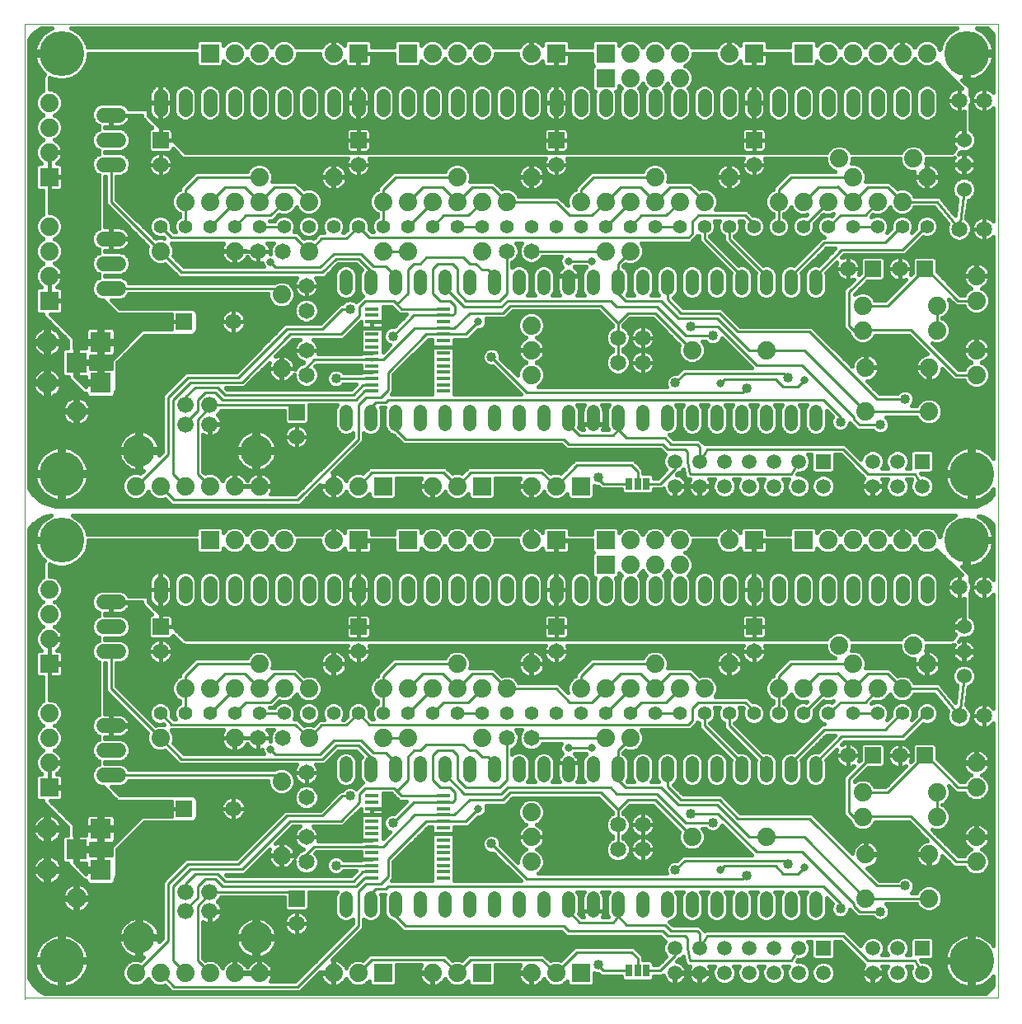
<source format=gbl>
G75*
G70*
%OFA0B0*%
%FSLAX24Y24*%
%IPPOS*%
%LPD*%
%AMOC8*
5,1,8,0,0,1.08239X$1,22.5*
%
%ADD10C,0.0000*%
%ADD11C,0.0740*%
%ADD12C,0.0650*%
%ADD13C,0.0660*%
%ADD14C,0.1300*%
%ADD15R,0.0550X0.0137*%
%ADD16C,0.0560*%
%ADD17C,0.0560*%
%ADD18R,0.0650X0.0650*%
%ADD19R,0.0740X0.0740*%
%ADD20C,0.0520*%
%ADD21C,0.0600*%
%ADD22R,0.0250X0.0500*%
%ADD23R,0.0800X0.0800*%
%ADD24C,0.0800*%
%ADD25C,0.0827*%
%ADD26R,0.0827X0.0827*%
%ADD27C,0.0600*%
%ADD28C,0.0594*%
%ADD29R,0.0594X0.0594*%
%ADD30C,0.1817*%
%ADD31C,0.0400*%
%ADD32C,0.0150*%
%ADD33C,0.0100*%
%ADD34C,0.0120*%
%ADD35C,0.0320*%
D10*
X001050Y001483D02*
X001050Y001561D01*
X001050Y040931D01*
X040420Y040931D01*
X040420Y001561D01*
X001050Y001561D01*
D11*
X005550Y002561D03*
X006550Y002561D03*
X007550Y002561D03*
X008550Y002561D03*
X009550Y002561D03*
X010550Y002561D03*
X013550Y002561D03*
X014550Y002561D03*
X017550Y002561D03*
X018550Y002561D03*
X021550Y002561D03*
X022550Y002561D03*
X021550Y007061D03*
X021550Y008061D03*
X021550Y009061D03*
X019550Y012061D03*
X019550Y014061D03*
X018550Y014061D03*
X018550Y015061D03*
X017550Y014061D03*
X016550Y014061D03*
X015550Y014061D03*
X015550Y012061D03*
X016550Y012061D03*
X013550Y015061D03*
X012550Y014061D03*
X011550Y014061D03*
X010550Y014061D03*
X009550Y014061D03*
X010550Y015061D03*
X008550Y014061D03*
X007550Y014061D03*
X006550Y012061D03*
X009550Y012061D03*
X011450Y010311D03*
X012550Y012061D03*
X011450Y007311D03*
X002050Y011061D03*
X002050Y012061D03*
X002050Y013061D03*
X002050Y016061D03*
X002050Y017061D03*
X002050Y018061D03*
X005550Y022246D03*
X006550Y022246D03*
X007550Y022246D03*
X008550Y022246D03*
X009550Y022246D03*
X010550Y022246D03*
X010550Y020061D03*
X009550Y020061D03*
X011550Y020061D03*
X013550Y020061D03*
X013550Y022246D03*
X014550Y022246D03*
X017550Y022246D03*
X018550Y022246D03*
X018550Y020061D03*
X019550Y020061D03*
X017550Y020061D03*
X021550Y020061D03*
X021550Y022246D03*
X022550Y022246D03*
X025550Y020061D03*
X025550Y019061D03*
X026550Y019061D03*
X026550Y020061D03*
X027550Y020061D03*
X027550Y019061D03*
X029550Y020061D03*
X033550Y020061D03*
X034550Y020061D03*
X035550Y020061D03*
X036550Y020061D03*
X037550Y020061D03*
X037000Y015811D03*
X037550Y015061D03*
X036550Y014061D03*
X035550Y014061D03*
X034550Y014061D03*
X034550Y015061D03*
X034000Y015811D03*
X033550Y014061D03*
X032550Y014061D03*
X031550Y014061D03*
X029550Y015061D03*
X028550Y014061D03*
X027550Y014061D03*
X026550Y014061D03*
X025550Y014061D03*
X026550Y015061D03*
X024550Y014061D03*
X023550Y014061D03*
X024550Y012061D03*
X025550Y012061D03*
X028050Y008061D03*
X031050Y008061D03*
X034950Y008861D03*
X034950Y009861D03*
X035076Y007358D03*
X035076Y005578D03*
X037636Y005578D03*
X037636Y007358D03*
X037950Y008861D03*
X037950Y009861D03*
X039550Y010061D03*
X039550Y011061D03*
X039550Y008061D03*
X039550Y007061D03*
X037636Y025263D03*
X037636Y027043D03*
X037950Y028546D03*
X037950Y029546D03*
X039550Y029746D03*
X039550Y030746D03*
X039550Y027746D03*
X039550Y026746D03*
X035076Y027043D03*
X034950Y028546D03*
X034950Y029546D03*
X034550Y033746D03*
X035550Y033746D03*
X036550Y033746D03*
X037550Y034746D03*
X037000Y035496D03*
X034550Y034746D03*
X034000Y035496D03*
X033550Y033746D03*
X032550Y033746D03*
X031550Y033746D03*
X029550Y034746D03*
X028550Y033746D03*
X027550Y033746D03*
X026550Y033746D03*
X025550Y033746D03*
X024550Y033746D03*
X023550Y033746D03*
X024550Y031746D03*
X025550Y031746D03*
X026550Y034746D03*
X026550Y038746D03*
X025550Y038746D03*
X025550Y039746D03*
X026550Y039746D03*
X027550Y039746D03*
X027550Y038746D03*
X029550Y039746D03*
X033550Y039746D03*
X034550Y039746D03*
X035550Y039746D03*
X036550Y039746D03*
X037550Y039746D03*
X031050Y027746D03*
X028050Y027746D03*
X021550Y027746D03*
X021550Y028746D03*
X021550Y026746D03*
X019550Y031746D03*
X019550Y033746D03*
X018550Y033746D03*
X017550Y033746D03*
X016550Y033746D03*
X015550Y033746D03*
X015550Y031746D03*
X016550Y031746D03*
X018550Y034746D03*
X020550Y033746D03*
X021550Y034746D03*
X021550Y039746D03*
X019550Y039746D03*
X018550Y039746D03*
X017550Y039746D03*
X013550Y039746D03*
X011550Y039746D03*
X010550Y039746D03*
X009550Y039746D03*
X010550Y034746D03*
X010550Y033746D03*
X009550Y033746D03*
X008550Y033746D03*
X007550Y033746D03*
X006550Y031746D03*
X009550Y031746D03*
X011450Y029996D03*
X012550Y031746D03*
X012550Y033746D03*
X011550Y033746D03*
X013550Y034746D03*
X011450Y026996D03*
X002050Y030746D03*
X002050Y031746D03*
X002050Y032746D03*
X002050Y035746D03*
X002050Y036746D03*
X002050Y037746D03*
X021550Y015061D03*
X020550Y014061D03*
X035076Y025263D03*
D12*
X034350Y031046D03*
X036450Y031040D03*
X038853Y032646D03*
X039853Y032646D03*
X039853Y037846D03*
X038853Y037846D03*
X030550Y035246D03*
X026050Y028246D03*
X026050Y027246D03*
X025050Y027246D03*
X025050Y028246D03*
X021550Y031746D03*
X020550Y031746D03*
X022550Y035246D03*
X014550Y035246D03*
X011500Y031746D03*
X010500Y031746D03*
X012450Y030346D03*
X012450Y029346D03*
X012450Y027746D03*
X012450Y026746D03*
X012050Y024246D03*
X009500Y028896D03*
X006550Y035246D03*
X006550Y015561D03*
X010500Y012061D03*
X011500Y012061D03*
X012450Y010661D03*
X012450Y009661D03*
X012450Y008061D03*
X012450Y007061D03*
X012050Y004561D03*
X009500Y009211D03*
X014550Y015561D03*
X020550Y012061D03*
X021550Y012061D03*
X022550Y015561D03*
X025050Y008561D03*
X025050Y007561D03*
X026050Y007561D03*
X026050Y008561D03*
X030550Y015561D03*
X034350Y011361D03*
X036450Y011355D03*
X038853Y012961D03*
X039853Y012961D03*
X039853Y018161D03*
X038853Y018161D03*
D13*
X008542Y024746D03*
X008542Y025526D03*
X007558Y025526D03*
X007558Y024746D03*
X007558Y005841D03*
X007558Y005061D03*
X008542Y005061D03*
X008542Y005841D03*
D14*
X010420Y003991D03*
X005680Y003991D03*
X005680Y023676D03*
X010420Y023676D03*
D15*
X015111Y026083D03*
X015111Y026339D03*
X015111Y026595D03*
X015111Y026851D03*
X015111Y027107D03*
X015111Y027362D03*
X015111Y027618D03*
X015111Y027874D03*
X015111Y028130D03*
X015111Y028386D03*
X015111Y028642D03*
X015111Y028898D03*
X015111Y029154D03*
X015111Y029410D03*
X017989Y029410D03*
X017989Y029154D03*
X017989Y028898D03*
X017989Y028642D03*
X017989Y028386D03*
X017989Y028130D03*
X017989Y027874D03*
X017989Y027618D03*
X017989Y027362D03*
X017989Y027107D03*
X017989Y026851D03*
X017989Y026595D03*
X017989Y026339D03*
X017989Y026083D03*
X017989Y009725D03*
X017989Y009469D03*
X017989Y009213D03*
X017989Y008957D03*
X017989Y008701D03*
X017989Y008445D03*
X017989Y008189D03*
X017989Y007933D03*
X017989Y007677D03*
X017989Y007421D03*
X017989Y007166D03*
X017989Y006910D03*
X017989Y006654D03*
X017989Y006398D03*
X015111Y006398D03*
X015111Y006654D03*
X015111Y006910D03*
X015111Y007166D03*
X015111Y007421D03*
X015111Y007677D03*
X015111Y007933D03*
X015111Y008189D03*
X015111Y008445D03*
X015111Y008701D03*
X015111Y008957D03*
X015111Y009213D03*
X015111Y009469D03*
X015111Y009725D03*
D16*
X015550Y013061D03*
X014550Y013061D03*
X013550Y013061D03*
X012550Y013061D03*
X011550Y013061D03*
X010550Y013061D03*
X009550Y013061D03*
X008550Y013061D03*
X007550Y013061D03*
X006550Y013061D03*
X016550Y013061D03*
X017550Y013061D03*
X018550Y013061D03*
X019550Y013061D03*
X020550Y013061D03*
X021550Y013061D03*
X022550Y013061D03*
X023550Y013061D03*
X024550Y013061D03*
X025550Y013061D03*
X026550Y013061D03*
X027550Y013061D03*
X028550Y013061D03*
X029550Y013061D03*
X030550Y013061D03*
X031550Y013061D03*
X032550Y013061D03*
X033550Y013061D03*
X034550Y013061D03*
X035550Y013061D03*
X036550Y013061D03*
X037550Y013061D03*
X037550Y032746D03*
X036550Y032746D03*
X035550Y032746D03*
X034550Y032746D03*
X033550Y032746D03*
X032550Y032746D03*
X031550Y032746D03*
X030550Y032746D03*
X029550Y032746D03*
X028550Y032746D03*
X027550Y032746D03*
X026550Y032746D03*
X025550Y032746D03*
X024550Y032746D03*
X023550Y032746D03*
X022550Y032746D03*
X021550Y032746D03*
X020550Y032746D03*
X019550Y032746D03*
X018550Y032746D03*
X017550Y032746D03*
X016550Y032746D03*
X015550Y032746D03*
X014550Y032746D03*
X013550Y032746D03*
X012550Y032746D03*
X011550Y032746D03*
X010550Y032746D03*
X009550Y032746D03*
X008550Y032746D03*
X007550Y032746D03*
X006550Y032746D03*
D17*
X006550Y037466D02*
X006550Y038026D01*
X007550Y038026D02*
X007550Y037466D01*
X008550Y037466D02*
X008550Y038026D01*
X009550Y038026D02*
X009550Y037466D01*
X010550Y037466D02*
X010550Y038026D01*
X011550Y038026D02*
X011550Y037466D01*
X012550Y037466D02*
X012550Y038026D01*
X013550Y038026D02*
X013550Y037466D01*
X014550Y037466D02*
X014550Y038026D01*
X015550Y038026D02*
X015550Y037466D01*
X016550Y037466D02*
X016550Y038026D01*
X017550Y038026D02*
X017550Y037466D01*
X018550Y037466D02*
X018550Y038026D01*
X019550Y038026D02*
X019550Y037466D01*
X020550Y037466D02*
X020550Y038026D01*
X021550Y038026D02*
X021550Y037466D01*
X022550Y037466D02*
X022550Y038026D01*
X023550Y038026D02*
X023550Y037466D01*
X024550Y037466D02*
X024550Y038026D01*
X025550Y038026D02*
X025550Y037466D01*
X026550Y037466D02*
X026550Y038026D01*
X027550Y038026D02*
X027550Y037466D01*
X028550Y037466D02*
X028550Y038026D01*
X029550Y038026D02*
X029550Y037466D01*
X030550Y037466D02*
X030550Y038026D01*
X031550Y038026D02*
X031550Y037466D01*
X032550Y037466D02*
X032550Y038026D01*
X033550Y038026D02*
X033550Y037466D01*
X034550Y037466D02*
X034550Y038026D01*
X035550Y038026D02*
X035550Y037466D01*
X036550Y037466D02*
X036550Y038026D01*
X037550Y038026D02*
X037550Y037466D01*
X037550Y018341D02*
X037550Y017781D01*
X036550Y017781D02*
X036550Y018341D01*
X035550Y018341D02*
X035550Y017781D01*
X034550Y017781D02*
X034550Y018341D01*
X033550Y018341D02*
X033550Y017781D01*
X032550Y017781D02*
X032550Y018341D01*
X031550Y018341D02*
X031550Y017781D01*
X030550Y017781D02*
X030550Y018341D01*
X029550Y018341D02*
X029550Y017781D01*
X028550Y017781D02*
X028550Y018341D01*
X027550Y018341D02*
X027550Y017781D01*
X026550Y017781D02*
X026550Y018341D01*
X025550Y018341D02*
X025550Y017781D01*
X024550Y017781D02*
X024550Y018341D01*
X023550Y018341D02*
X023550Y017781D01*
X022550Y017781D02*
X022550Y018341D01*
X021550Y018341D02*
X021550Y017781D01*
X020550Y017781D02*
X020550Y018341D01*
X019550Y018341D02*
X019550Y017781D01*
X018550Y017781D02*
X018550Y018341D01*
X017550Y018341D02*
X017550Y017781D01*
X016550Y017781D02*
X016550Y018341D01*
X015550Y018341D02*
X015550Y017781D01*
X014550Y017781D02*
X014550Y018341D01*
X013550Y018341D02*
X013550Y017781D01*
X012550Y017781D02*
X012550Y018341D01*
X011550Y018341D02*
X011550Y017781D01*
X010550Y017781D02*
X010550Y018341D01*
X009550Y018341D02*
X009550Y017781D01*
X008550Y017781D02*
X008550Y018341D01*
X007550Y018341D02*
X007550Y017781D01*
X006550Y017781D02*
X006550Y018341D01*
D18*
X006550Y016561D03*
X007500Y009211D03*
X012050Y005561D03*
X014550Y016561D03*
X022550Y016561D03*
X030550Y016561D03*
X035350Y011361D03*
X037450Y011355D03*
X037450Y031040D03*
X035350Y031046D03*
X030550Y036246D03*
X022550Y036246D03*
X014550Y036246D03*
X007500Y028896D03*
X012050Y025246D03*
X006550Y036246D03*
D19*
X008550Y039746D03*
X014550Y039746D03*
X016550Y039746D03*
X022550Y039746D03*
X024550Y039746D03*
X024550Y038746D03*
X030550Y039746D03*
X032550Y039746D03*
X023550Y022246D03*
X022550Y020061D03*
X024550Y020061D03*
X024550Y019061D03*
X019550Y022246D03*
X016550Y020061D03*
X014550Y020061D03*
X015550Y022246D03*
X008550Y020061D03*
X002050Y015061D03*
X002050Y010061D03*
X015550Y002561D03*
X019550Y002561D03*
X023550Y002561D03*
X030550Y020061D03*
X032550Y020061D03*
X002050Y029746D03*
X002050Y034746D03*
D20*
X014050Y030746D02*
X014050Y030226D01*
X015050Y030226D02*
X015050Y030746D01*
X016050Y030746D02*
X016050Y030226D01*
X017050Y030226D02*
X017050Y030746D01*
X018050Y030746D02*
X018050Y030226D01*
X019050Y030226D02*
X019050Y030746D01*
X020050Y030746D02*
X020050Y030226D01*
X021050Y030226D02*
X021050Y030746D01*
X022050Y030746D02*
X022050Y030226D01*
X023050Y030226D02*
X023050Y030746D01*
X024050Y030746D02*
X024050Y030226D01*
X025050Y030226D02*
X025050Y030746D01*
X026050Y030746D02*
X026050Y030226D01*
X027050Y030226D02*
X027050Y030746D01*
X028050Y030746D02*
X028050Y030226D01*
X029050Y030226D02*
X029050Y030746D01*
X030050Y030746D02*
X030050Y030226D01*
X031050Y030226D02*
X031050Y030746D01*
X032050Y030746D02*
X032050Y030226D01*
X033050Y030226D02*
X033050Y030746D01*
X033050Y025266D02*
X033050Y024746D01*
X032050Y024746D02*
X032050Y025266D01*
X031050Y025266D02*
X031050Y024746D01*
X030050Y024746D02*
X030050Y025266D01*
X029050Y025266D02*
X029050Y024746D01*
X028050Y024746D02*
X028050Y025266D01*
X027050Y025266D02*
X027050Y024746D01*
X026050Y024746D02*
X026050Y025266D01*
X025050Y025266D02*
X025050Y024746D01*
X024050Y024746D02*
X024050Y025266D01*
X023050Y025266D02*
X023050Y024746D01*
X022050Y024746D02*
X022050Y025266D01*
X021050Y025266D02*
X021050Y024746D01*
X020050Y024746D02*
X020050Y025266D01*
X019050Y025266D02*
X019050Y024746D01*
X018050Y024746D02*
X018050Y025266D01*
X017050Y025266D02*
X017050Y024746D01*
X016050Y024746D02*
X016050Y025266D01*
X015050Y025266D02*
X015050Y024746D01*
X014050Y024746D02*
X014050Y025266D01*
X014050Y011061D02*
X014050Y010541D01*
X015050Y010541D02*
X015050Y011061D01*
X016050Y011061D02*
X016050Y010541D01*
X017050Y010541D02*
X017050Y011061D01*
X018050Y011061D02*
X018050Y010541D01*
X019050Y010541D02*
X019050Y011061D01*
X020050Y011061D02*
X020050Y010541D01*
X021050Y010541D02*
X021050Y011061D01*
X022050Y011061D02*
X022050Y010541D01*
X023050Y010541D02*
X023050Y011061D01*
X024050Y011061D02*
X024050Y010541D01*
X025050Y010541D02*
X025050Y011061D01*
X026050Y011061D02*
X026050Y010541D01*
X027050Y010541D02*
X027050Y011061D01*
X028050Y011061D02*
X028050Y010541D01*
X029050Y010541D02*
X029050Y011061D01*
X030050Y011061D02*
X030050Y010541D01*
X031050Y010541D02*
X031050Y011061D01*
X032050Y011061D02*
X032050Y010541D01*
X033050Y010541D02*
X033050Y011061D01*
X033050Y005581D02*
X033050Y005061D01*
X032050Y005061D02*
X032050Y005581D01*
X031050Y005581D02*
X031050Y005061D01*
X030050Y005061D02*
X030050Y005581D01*
X029050Y005581D02*
X029050Y005061D01*
X028050Y005061D02*
X028050Y005581D01*
X027050Y005581D02*
X027050Y005061D01*
X026050Y005061D02*
X026050Y005581D01*
X025050Y005581D02*
X025050Y005061D01*
X024050Y005061D02*
X024050Y005581D01*
X023050Y005581D02*
X023050Y005061D01*
X022050Y005061D02*
X022050Y005581D01*
X021050Y005581D02*
X021050Y005061D01*
X020050Y005061D02*
X020050Y005581D01*
X019050Y005581D02*
X019050Y005061D01*
X018050Y005061D02*
X018050Y005581D01*
X017050Y005581D02*
X017050Y005061D01*
X016050Y005061D02*
X016050Y005581D01*
X015050Y005581D02*
X015050Y005061D01*
X014050Y005061D02*
X014050Y005581D01*
D21*
X004850Y010561D02*
X004250Y010561D01*
X004250Y011561D02*
X004850Y011561D01*
X004850Y012561D02*
X004250Y012561D01*
X004250Y015561D02*
X004850Y015561D01*
X004850Y016561D02*
X004250Y016561D01*
X004250Y017561D02*
X004850Y017561D01*
X004850Y030246D02*
X004250Y030246D01*
X004250Y031246D02*
X004850Y031246D01*
X004850Y032246D02*
X004250Y032246D01*
X004250Y035246D02*
X004850Y035246D01*
X004850Y036246D02*
X004250Y036246D01*
X004250Y037246D02*
X004850Y037246D01*
D22*
X025500Y022346D03*
X025850Y022346D03*
X026200Y022346D03*
X026200Y002661D03*
X025850Y002661D03*
X025500Y002661D03*
D23*
X003150Y007561D03*
X003150Y027246D03*
D24*
X003150Y025278D03*
X003150Y005593D03*
D25*
X001967Y006734D03*
X001967Y008388D03*
X001967Y026420D03*
X001967Y028073D03*
D26*
X004133Y028073D03*
X004133Y026420D03*
X004133Y008388D03*
X004133Y006734D03*
D27*
X039050Y014561D03*
X039050Y015561D03*
X039050Y016561D03*
X039050Y034246D03*
X039050Y035246D03*
X039050Y036246D03*
D28*
X036353Y023246D03*
X035353Y023246D03*
X035353Y022246D03*
X036353Y022246D03*
X037353Y022246D03*
X033353Y022246D03*
X032353Y022246D03*
X031353Y022246D03*
X030353Y022246D03*
X029353Y022246D03*
X028353Y022246D03*
X027353Y022246D03*
X027353Y023246D03*
X028353Y023246D03*
X029353Y023246D03*
X030353Y023246D03*
X031353Y023246D03*
X032353Y023246D03*
X032353Y003561D03*
X032353Y002561D03*
X031353Y002561D03*
X031353Y003561D03*
X030353Y003561D03*
X030353Y002561D03*
X029353Y002561D03*
X029353Y003561D03*
X028353Y003561D03*
X028353Y002561D03*
X027353Y002561D03*
X027353Y003561D03*
X033353Y002561D03*
X035353Y002561D03*
X036353Y002561D03*
X037353Y002561D03*
X036353Y003561D03*
X035353Y003561D03*
D29*
X037353Y003561D03*
X033353Y003561D03*
X033353Y023246D03*
X037353Y023246D03*
D30*
X039353Y022746D03*
X039156Y020061D03*
X039353Y003061D03*
X039156Y039746D03*
X002550Y039746D03*
X002550Y022746D03*
X002550Y020061D03*
X002550Y003061D03*
D31*
X013650Y006911D03*
X015950Y008621D03*
X014220Y009721D03*
X019940Y007781D03*
X023050Y009511D03*
X027370Y006731D03*
X028894Y008638D03*
X028001Y008998D03*
X030250Y006511D03*
X031920Y006951D03*
X034050Y005161D03*
X035670Y005041D03*
X036670Y006081D03*
X024250Y002911D03*
X024250Y022596D03*
X027370Y026416D03*
X028894Y028323D03*
X028001Y028683D03*
X030250Y026196D03*
X031920Y026636D03*
X034050Y024846D03*
X035670Y024726D03*
X036670Y025766D03*
X023050Y029196D03*
X019940Y027466D03*
X015950Y028306D03*
X014220Y029406D03*
X013650Y026596D03*
D32*
X013536Y026955D02*
X012905Y026955D01*
X012874Y027030D02*
X012813Y027091D01*
X012859Y027137D01*
X014661Y027137D01*
X014661Y026966D01*
X014666Y026961D01*
X014661Y026942D01*
X014661Y026851D01*
X015111Y026851D01*
X015111Y026851D01*
X014661Y026851D01*
X014661Y026820D01*
X013956Y026821D01*
X013862Y026914D01*
X013725Y026971D01*
X013575Y026971D01*
X013438Y026914D01*
X013332Y026809D01*
X013275Y026671D01*
X013275Y026522D01*
X013332Y026384D01*
X013438Y026278D01*
X013575Y026221D01*
X013725Y026221D01*
X013862Y026278D01*
X013955Y026371D01*
X014456Y026370D01*
X014257Y026171D01*
X009243Y026171D01*
X009193Y026221D01*
X009943Y026221D01*
X010075Y026353D01*
X010075Y026353D01*
X010963Y027241D01*
X010945Y027206D01*
X010918Y027124D01*
X010905Y027039D01*
X010905Y027010D01*
X011436Y027010D01*
X011436Y026983D01*
X010905Y026983D01*
X010905Y026953D01*
X010918Y026869D01*
X010945Y026787D01*
X010984Y026711D01*
X011034Y026641D01*
X011095Y026581D01*
X011164Y026530D01*
X011241Y026491D01*
X011322Y026465D01*
X011407Y026451D01*
X011436Y026451D01*
X011436Y026983D01*
X011464Y026983D01*
X011464Y027010D01*
X011995Y027010D01*
X011995Y027039D01*
X011982Y027124D01*
X011955Y027206D01*
X011916Y027282D01*
X011866Y027351D01*
X011805Y027412D01*
X011736Y027462D01*
X011659Y027501D01*
X011578Y027528D01*
X011493Y027541D01*
X011464Y027541D01*
X011464Y027010D01*
X011436Y027010D01*
X011436Y027541D01*
X011407Y027541D01*
X011322Y027528D01*
X011241Y027501D01*
X011205Y027483D01*
X011893Y028171D01*
X012184Y028171D01*
X012124Y028128D01*
X012069Y028072D01*
X012022Y028008D01*
X011987Y027938D01*
X011962Y027863D01*
X011950Y027786D01*
X011950Y027746D01*
X011950Y027707D01*
X011962Y027629D01*
X011987Y027554D01*
X012022Y027484D01*
X012069Y027421D01*
X012124Y027365D01*
X012188Y027319D01*
X012258Y027283D01*
X012333Y027259D01*
X012343Y027257D01*
X012319Y027233D01*
X012167Y027170D01*
X012026Y027030D01*
X011995Y026954D01*
X011995Y026983D01*
X011464Y026983D01*
X011464Y026451D01*
X011493Y026451D01*
X011578Y026465D01*
X011659Y026491D01*
X011736Y026530D01*
X011805Y026581D01*
X011866Y026641D01*
X011916Y026711D01*
X011950Y026777D01*
X011950Y026647D01*
X012026Y026463D01*
X012167Y026322D01*
X012351Y026246D01*
X012549Y026246D01*
X012733Y026322D01*
X012874Y026463D01*
X012950Y026647D01*
X012950Y026846D01*
X012874Y027030D01*
X012825Y027103D02*
X014661Y027103D01*
X014664Y026955D02*
X013764Y026955D01*
X013331Y026806D02*
X012950Y026806D01*
X012950Y026658D02*
X013275Y026658D01*
X013280Y026509D02*
X012893Y026509D01*
X012772Y026361D02*
X013355Y026361D01*
X013945Y026361D02*
X014446Y026361D01*
X014298Y026212D02*
X009202Y026212D01*
X009617Y026871D02*
X007557Y026871D01*
X007425Y026739D01*
X006625Y025939D01*
X006625Y023639D01*
X006487Y023502D01*
X006491Y023515D01*
X006502Y023601D01*
X005755Y023601D01*
X005755Y022854D01*
X005841Y022865D01*
X005854Y022869D01*
X005742Y022757D01*
X005658Y022791D01*
X005442Y022791D01*
X005241Y022708D01*
X005088Y022555D01*
X005005Y022355D01*
X005005Y022138D01*
X005088Y021938D01*
X005241Y021784D01*
X005442Y021701D01*
X005658Y021701D01*
X005859Y021784D01*
X006012Y021938D01*
X006050Y022029D01*
X006088Y021938D01*
X006241Y021784D01*
X006442Y021701D01*
X006658Y021701D01*
X006742Y021736D01*
X006875Y021603D01*
X007007Y021471D01*
X012193Y021471D01*
X013005Y022283D01*
X013005Y022271D01*
X013525Y022271D01*
X013525Y022221D01*
X013575Y022221D01*
X013575Y021701D01*
X013593Y021701D01*
X013678Y021715D01*
X013759Y021741D01*
X013836Y021780D01*
X013905Y021831D01*
X013966Y021891D01*
X014016Y021961D01*
X014050Y022028D01*
X014088Y021938D01*
X014241Y021784D01*
X014442Y021701D01*
X014658Y021701D01*
X014859Y021784D01*
X015005Y021931D01*
X015005Y021804D01*
X015108Y021701D01*
X015992Y021701D01*
X016095Y021804D01*
X016095Y022571D01*
X017112Y022571D01*
X017084Y022532D01*
X017045Y022456D01*
X017018Y022374D01*
X017005Y022289D01*
X017005Y022271D01*
X017525Y022271D01*
X017525Y022221D01*
X017575Y022221D01*
X017575Y021701D01*
X017593Y021701D01*
X017678Y021715D01*
X017759Y021741D01*
X017836Y021780D01*
X017905Y021831D01*
X017966Y021891D01*
X018016Y021961D01*
X018050Y022028D01*
X018088Y021938D01*
X018241Y021784D01*
X018442Y021701D01*
X018658Y021701D01*
X018859Y021784D01*
X019005Y021931D01*
X019005Y021804D01*
X019108Y021701D01*
X019992Y021701D01*
X020095Y021804D01*
X020095Y022571D01*
X021112Y022571D01*
X021084Y022532D01*
X021045Y022456D01*
X021018Y022374D01*
X021005Y022289D01*
X021005Y022271D01*
X021525Y022271D01*
X021525Y022221D01*
X021575Y022221D01*
X021575Y021701D01*
X021593Y021701D01*
X021678Y021715D01*
X021759Y021741D01*
X021836Y021780D01*
X021905Y021831D01*
X021966Y021891D01*
X022016Y021961D01*
X022050Y022028D01*
X022088Y021938D01*
X022241Y021784D01*
X022442Y021701D01*
X022658Y021701D01*
X022859Y021784D01*
X023005Y021931D01*
X023005Y021804D01*
X023108Y021701D01*
X023992Y021701D01*
X024095Y021804D01*
X024095Y022255D01*
X024175Y022221D01*
X024257Y022221D01*
X024357Y022121D01*
X025200Y022121D01*
X025200Y022024D01*
X025303Y021921D01*
X026397Y021921D01*
X026500Y022024D01*
X026500Y022121D01*
X026846Y022121D01*
X026889Y022163D01*
X026893Y022136D01*
X026916Y022065D01*
X026950Y021999D01*
X026993Y021939D01*
X027046Y021886D01*
X027106Y021843D01*
X027172Y021809D01*
X027243Y021786D01*
X027316Y021774D01*
X027330Y021774D01*
X027330Y022223D01*
X027377Y022223D01*
X027377Y022270D01*
X027825Y022270D01*
X027825Y022283D01*
X027813Y022357D01*
X027790Y022427D01*
X027757Y022494D01*
X027713Y022554D01*
X027661Y022606D01*
X027600Y022650D01*
X027534Y022684D01*
X027464Y022707D01*
X027436Y022711D01*
X027446Y022721D01*
X027537Y022812D01*
X027620Y022846D01*
X027691Y022917D01*
X027731Y022723D01*
X027731Y022653D01*
X027750Y022635D01*
X027755Y022609D01*
X027814Y022571D01*
X027863Y022521D01*
X027889Y022521D01*
X027911Y022507D01*
X027968Y022519D01*
X027950Y022494D01*
X027916Y022427D01*
X027893Y022357D01*
X027881Y022283D01*
X027881Y022270D01*
X028330Y022270D01*
X028330Y022223D01*
X028377Y022223D01*
X028377Y022270D01*
X028825Y022270D01*
X028825Y022283D01*
X028813Y022357D01*
X028790Y022427D01*
X028757Y022494D01*
X028737Y022521D01*
X028961Y022521D01*
X028953Y022514D01*
X028881Y022340D01*
X028881Y022152D01*
X028953Y021979D01*
X029086Y021846D01*
X029259Y021774D01*
X029447Y021774D01*
X029620Y021846D01*
X029753Y021979D01*
X029825Y022152D01*
X029825Y022340D01*
X029753Y022514D01*
X029745Y022521D01*
X029961Y022521D01*
X029953Y022514D01*
X029881Y022340D01*
X029881Y022152D01*
X029953Y021979D01*
X030086Y021846D01*
X030259Y021774D01*
X030447Y021774D01*
X030620Y021846D01*
X030753Y021979D01*
X030825Y022152D01*
X030825Y022340D01*
X030753Y022514D01*
X030745Y022521D01*
X030961Y022521D01*
X030953Y022514D01*
X030881Y022340D01*
X030881Y022152D01*
X030953Y021979D01*
X031086Y021846D01*
X031259Y021774D01*
X031447Y021774D01*
X031620Y021846D01*
X031753Y021979D01*
X031825Y022152D01*
X031825Y022340D01*
X031753Y022514D01*
X031745Y022521D01*
X031961Y022521D01*
X031953Y022514D01*
X031881Y022340D01*
X031881Y022152D01*
X031953Y021979D01*
X032086Y021846D01*
X032259Y021774D01*
X032447Y021774D01*
X032620Y021846D01*
X032753Y021979D01*
X032825Y022152D01*
X032825Y022340D01*
X032753Y022514D01*
X032620Y022646D01*
X032447Y022718D01*
X032296Y022718D01*
X032330Y022774D01*
X032447Y022774D01*
X032620Y022846D01*
X032753Y022979D01*
X032825Y023152D01*
X032825Y023340D01*
X032753Y023514D01*
X032745Y023521D01*
X032881Y023521D01*
X032881Y022877D01*
X032984Y022774D01*
X033722Y022774D01*
X033825Y022877D01*
X033825Y023521D01*
X034057Y023521D01*
X035009Y022569D01*
X034993Y022554D01*
X034950Y022494D01*
X034916Y022427D01*
X034893Y022357D01*
X034881Y022283D01*
X034881Y022270D01*
X035330Y022270D01*
X035330Y022223D01*
X035377Y022223D01*
X035377Y022270D01*
X035825Y022270D01*
X035825Y022283D01*
X035813Y022357D01*
X035790Y022427D01*
X035757Y022494D01*
X035737Y022521D01*
X035961Y022521D01*
X035953Y022514D01*
X035881Y022340D01*
X035881Y022152D01*
X035953Y021979D01*
X036086Y021846D01*
X036259Y021774D01*
X036447Y021774D01*
X036620Y021846D01*
X036753Y021979D01*
X036825Y022152D01*
X036825Y022340D01*
X036753Y022514D01*
X036745Y022521D01*
X036923Y022521D01*
X036943Y022489D01*
X036881Y022340D01*
X036881Y022152D01*
X036953Y021979D01*
X037086Y021846D01*
X037259Y021774D01*
X037447Y021774D01*
X037620Y021846D01*
X037753Y021979D01*
X037825Y022152D01*
X037825Y022340D01*
X037753Y022514D01*
X037620Y022646D01*
X037447Y022718D01*
X037330Y022718D01*
X037296Y022774D01*
X037722Y022774D01*
X037825Y022877D01*
X037825Y023616D01*
X037722Y023718D01*
X036984Y023718D01*
X036881Y023616D01*
X036881Y022971D01*
X036745Y022971D01*
X036753Y022979D01*
X036825Y023152D01*
X036825Y023340D01*
X036753Y023514D01*
X036620Y023646D01*
X036447Y023718D01*
X036259Y023718D01*
X036086Y023646D01*
X035953Y023514D01*
X035881Y023340D01*
X035881Y023152D01*
X035953Y022979D01*
X035961Y022971D01*
X035745Y022971D01*
X035753Y022979D01*
X035825Y023152D01*
X035825Y023340D01*
X035753Y023514D01*
X035620Y023646D01*
X035447Y023718D01*
X035259Y023718D01*
X035086Y023646D01*
X034953Y023514D01*
X034881Y023340D01*
X034881Y023333D01*
X034375Y023839D01*
X034243Y023971D01*
X028719Y023971D01*
X028693Y023987D01*
X028629Y023971D01*
X028563Y023971D01*
X028553Y023961D01*
X028446Y024068D01*
X028343Y024171D01*
X027293Y024171D01*
X027148Y024316D01*
X027296Y024378D01*
X027419Y024500D01*
X027485Y024660D01*
X027485Y025353D01*
X027419Y025513D01*
X027410Y025521D01*
X027690Y025521D01*
X027681Y025513D01*
X027615Y025353D01*
X027615Y024660D01*
X027681Y024500D01*
X027804Y024378D01*
X027963Y024311D01*
X028137Y024311D01*
X028296Y024378D01*
X028419Y024500D01*
X028485Y024660D01*
X028485Y025353D01*
X028419Y025513D01*
X028410Y025521D01*
X028690Y025521D01*
X028681Y025513D01*
X028615Y025353D01*
X028615Y024660D01*
X028681Y024500D01*
X028804Y024378D01*
X028963Y024311D01*
X029137Y024311D01*
X029296Y024378D01*
X029419Y024500D01*
X029485Y024660D01*
X029485Y025353D01*
X029419Y025513D01*
X029410Y025521D01*
X029690Y025521D01*
X029681Y025513D01*
X029615Y025353D01*
X029615Y024660D01*
X029681Y024500D01*
X029804Y024378D01*
X029963Y024311D01*
X030137Y024311D01*
X030296Y024378D01*
X030419Y024500D01*
X030485Y024660D01*
X030485Y025353D01*
X030419Y025513D01*
X030410Y025521D01*
X030690Y025521D01*
X030681Y025513D01*
X030615Y025353D01*
X030615Y024660D01*
X030681Y024500D01*
X030804Y024378D01*
X030963Y024311D01*
X031137Y024311D01*
X031296Y024378D01*
X031419Y024500D01*
X031485Y024660D01*
X031485Y025353D01*
X031419Y025513D01*
X031410Y025521D01*
X031690Y025521D01*
X031681Y025513D01*
X031615Y025353D01*
X031615Y024660D01*
X031681Y024500D01*
X031804Y024378D01*
X031963Y024311D01*
X032137Y024311D01*
X032296Y024378D01*
X032419Y024500D01*
X032485Y024660D01*
X032485Y025353D01*
X032419Y025513D01*
X032410Y025521D01*
X032690Y025521D01*
X032681Y025513D01*
X032615Y025353D01*
X032615Y024660D01*
X032681Y024500D01*
X032804Y024378D01*
X032963Y024311D01*
X033137Y024311D01*
X033296Y024378D01*
X033419Y024500D01*
X033485Y024660D01*
X033485Y025293D01*
X033728Y025050D01*
X033675Y024921D01*
X033675Y024772D01*
X033732Y024634D01*
X033838Y024528D01*
X033975Y024471D01*
X034125Y024471D01*
X034262Y024528D01*
X034368Y024634D01*
X034425Y024772D01*
X034425Y024803D01*
X034595Y024633D01*
X034727Y024501D01*
X035365Y024501D01*
X035458Y024408D01*
X035595Y024351D01*
X035745Y024351D01*
X035882Y024408D01*
X035988Y024514D01*
X036045Y024652D01*
X036045Y024801D01*
X035988Y024939D01*
X035889Y025038D01*
X037140Y025038D01*
X037174Y024954D01*
X037328Y024801D01*
X037528Y024718D01*
X037745Y024718D01*
X037945Y024801D01*
X038098Y024954D01*
X038181Y025154D01*
X038181Y025371D01*
X038098Y025571D01*
X037945Y025725D01*
X037745Y025808D01*
X037528Y025808D01*
X037328Y025725D01*
X037174Y025571D01*
X037140Y025488D01*
X036922Y025488D01*
X036988Y025554D01*
X037045Y025692D01*
X037045Y025841D01*
X036988Y025979D01*
X036882Y026084D01*
X036745Y026141D01*
X036595Y026141D01*
X036458Y026084D01*
X036365Y025991D01*
X035623Y025991D01*
X035117Y026498D01*
X035119Y026498D01*
X035204Y026511D01*
X035286Y026538D01*
X035362Y026576D01*
X035431Y026627D01*
X035492Y026688D01*
X035542Y026757D01*
X035581Y026833D01*
X035608Y026915D01*
X035621Y027000D01*
X035621Y027018D01*
X035101Y027018D01*
X035101Y027068D01*
X035051Y027068D01*
X035051Y027588D01*
X035033Y027588D01*
X034949Y027574D01*
X034867Y027548D01*
X034791Y027509D01*
X034721Y027458D01*
X034661Y027398D01*
X034610Y027328D01*
X034571Y027252D01*
X034545Y027170D01*
X034531Y027085D01*
X034531Y027083D01*
X032903Y028711D01*
X030003Y028711D01*
X029243Y029471D01*
X027693Y029471D01*
X027302Y029863D01*
X027419Y029980D01*
X027485Y030140D01*
X027485Y030833D01*
X027419Y030993D01*
X027296Y031115D01*
X027137Y031181D01*
X026963Y031181D01*
X026804Y031115D01*
X026681Y030993D01*
X026615Y030833D01*
X026615Y030140D01*
X026681Y029980D01*
X026690Y029971D01*
X026410Y029971D01*
X026419Y029980D01*
X026485Y030140D01*
X026485Y030833D01*
X026419Y030993D01*
X026296Y031115D01*
X026137Y031181D01*
X025963Y031181D01*
X025804Y031115D01*
X025681Y030993D01*
X025615Y030833D01*
X025615Y030140D01*
X025681Y029980D01*
X025690Y029971D01*
X025443Y029971D01*
X025423Y029991D01*
X025485Y030140D01*
X025485Y030833D01*
X025419Y030993D01*
X025296Y031115D01*
X025275Y031124D01*
X025275Y031153D01*
X025358Y031236D01*
X025442Y031201D01*
X025658Y031201D01*
X025859Y031284D01*
X026012Y031438D01*
X026095Y031638D01*
X026095Y031855D01*
X026012Y032055D01*
X025996Y032071D01*
X027993Y032071D01*
X028125Y032203D01*
X028143Y032221D01*
X028275Y032353D01*
X028275Y032378D01*
X028292Y032361D01*
X028325Y032347D01*
X028325Y032153D01*
X028457Y032021D01*
X029624Y030854D01*
X029615Y030833D01*
X029615Y030140D01*
X029681Y029980D01*
X029804Y029858D01*
X029963Y029791D01*
X030137Y029791D01*
X030296Y029858D01*
X030419Y029980D01*
X030485Y030140D01*
X030485Y030833D01*
X030419Y030993D01*
X030296Y031115D01*
X030137Y031181D01*
X029963Y031181D01*
X029942Y031172D01*
X028775Y032339D01*
X028775Y032347D01*
X028808Y032361D01*
X028936Y032489D01*
X029005Y032656D01*
X029005Y032837D01*
X028949Y032971D01*
X029151Y032971D01*
X029095Y032837D01*
X029095Y032656D01*
X029164Y032489D01*
X029292Y032361D01*
X029325Y032347D01*
X029325Y032153D01*
X029457Y032021D01*
X030624Y030854D01*
X030615Y030833D01*
X030615Y030140D01*
X030681Y029980D01*
X030804Y029858D01*
X030963Y029791D01*
X031137Y029791D01*
X031296Y029858D01*
X031419Y029980D01*
X031485Y030140D01*
X031485Y030833D01*
X031419Y030993D01*
X031296Y031115D01*
X031137Y031181D01*
X030963Y031181D01*
X030942Y031172D01*
X029775Y032339D01*
X029775Y032347D01*
X029808Y032361D01*
X029936Y032489D01*
X030005Y032656D01*
X030005Y032837D01*
X029949Y032971D01*
X030107Y032971D01*
X030138Y032940D01*
X030095Y032837D01*
X030095Y032656D01*
X030164Y032489D01*
X030292Y032361D01*
X030459Y032291D01*
X030641Y032291D01*
X030808Y032361D01*
X030936Y032489D01*
X031005Y032656D01*
X031005Y032837D01*
X030936Y033004D01*
X030808Y033132D01*
X030641Y033201D01*
X030513Y033201D01*
X030425Y033289D01*
X030293Y033421D01*
X028996Y033421D01*
X029012Y033438D01*
X029095Y033638D01*
X029095Y033855D01*
X029012Y034055D01*
X028859Y034208D01*
X028658Y034291D01*
X028442Y034291D01*
X028358Y034257D01*
X028043Y034571D01*
X027067Y034571D01*
X027095Y034638D01*
X027095Y034855D01*
X027012Y035055D01*
X026859Y035208D01*
X026658Y035291D01*
X026442Y035291D01*
X026241Y035208D01*
X026088Y035055D01*
X026053Y034971D01*
X023957Y034971D01*
X023825Y034839D01*
X023325Y034339D01*
X023325Y034243D01*
X023241Y034208D01*
X023088Y034055D01*
X023005Y033855D01*
X023005Y033638D01*
X023025Y033589D01*
X022643Y033971D01*
X021047Y033971D01*
X021012Y034055D01*
X020859Y034208D01*
X020658Y034291D01*
X020442Y034291D01*
X020358Y034257D01*
X020043Y034571D01*
X019067Y034571D01*
X019095Y034638D01*
X019095Y034855D01*
X019012Y035055D01*
X018859Y035208D01*
X018658Y035291D01*
X018442Y035291D01*
X018241Y035208D01*
X018088Y035055D01*
X018053Y034971D01*
X015957Y034971D01*
X015825Y034839D01*
X015325Y034339D01*
X015325Y034243D01*
X015241Y034208D01*
X015088Y034055D01*
X015005Y033855D01*
X015005Y033638D01*
X015088Y033438D01*
X015241Y033284D01*
X015325Y033250D01*
X015325Y033146D01*
X015292Y033132D01*
X015164Y033004D01*
X015095Y032837D01*
X015095Y032656D01*
X015151Y032521D01*
X015093Y032521D01*
X014991Y032623D01*
X015005Y032656D01*
X015005Y032837D01*
X014936Y033004D01*
X014808Y033132D01*
X014641Y033201D01*
X014459Y033201D01*
X014292Y033132D01*
X014164Y033004D01*
X014095Y032837D01*
X014095Y032656D01*
X014109Y032623D01*
X013977Y032491D01*
X013937Y032491D01*
X014005Y032656D01*
X014005Y032837D01*
X013936Y033004D01*
X013808Y033132D01*
X013641Y033201D01*
X013459Y033201D01*
X013292Y033132D01*
X013164Y033004D01*
X013095Y032837D01*
X013095Y032656D01*
X013163Y032491D01*
X012977Y032491D01*
X012742Y032257D01*
X012658Y032291D01*
X012442Y032291D01*
X012358Y032257D01*
X012225Y032389D01*
X012093Y032521D01*
X011949Y032521D01*
X012005Y032656D01*
X012005Y032837D01*
X011936Y033004D01*
X011808Y033132D01*
X011641Y033201D01*
X011459Y033201D01*
X011292Y033132D01*
X011164Y033004D01*
X011151Y032971D01*
X010949Y032971D01*
X010949Y032971D01*
X011093Y032971D01*
X011358Y033236D01*
X011442Y033201D01*
X011658Y033201D01*
X011859Y033284D01*
X012012Y033438D01*
X012050Y033529D01*
X012088Y033438D01*
X012241Y033284D01*
X012442Y033201D01*
X012658Y033201D01*
X012859Y033284D01*
X013012Y033438D01*
X013095Y033638D01*
X013095Y033855D01*
X013012Y034055D01*
X012859Y034208D01*
X012658Y034291D01*
X012442Y034291D01*
X012358Y034257D01*
X012043Y034571D01*
X011067Y034571D01*
X011095Y034638D01*
X011095Y034855D01*
X011012Y035055D01*
X010859Y035208D01*
X010658Y035291D01*
X010442Y035291D01*
X010241Y035208D01*
X010088Y035055D01*
X010053Y034971D01*
X007957Y034971D01*
X007825Y034839D01*
X007325Y034339D01*
X007325Y034243D01*
X007241Y034208D01*
X007088Y034055D01*
X007005Y033855D01*
X007005Y033638D01*
X007088Y033438D01*
X007241Y033284D01*
X007325Y033250D01*
X007325Y033146D01*
X007292Y033132D01*
X007164Y033004D01*
X007095Y032837D01*
X007095Y032656D01*
X007151Y032521D01*
X007093Y032521D01*
X006991Y032623D01*
X007005Y032656D01*
X007005Y032837D01*
X006936Y033004D01*
X006808Y033132D01*
X006641Y033201D01*
X006459Y033201D01*
X006292Y033132D01*
X006164Y033004D01*
X006095Y032837D01*
X006095Y032656D01*
X006164Y032489D01*
X006292Y032361D01*
X006459Y032291D01*
X006641Y032291D01*
X006673Y032305D01*
X006707Y032271D01*
X006658Y032291D01*
X006442Y032291D01*
X006358Y032257D01*
X004775Y033839D01*
X004775Y034771D01*
X004944Y034771D01*
X005119Y034844D01*
X005253Y034977D01*
X005325Y035152D01*
X005325Y035341D01*
X005253Y035515D01*
X005119Y035649D01*
X004944Y035721D01*
X004300Y035721D01*
X004300Y035771D01*
X004944Y035771D01*
X005119Y035844D01*
X005253Y035977D01*
X005325Y036152D01*
X005325Y036341D01*
X005253Y036515D01*
X005119Y036649D01*
X004944Y036721D01*
X004300Y036721D01*
X004300Y036771D01*
X004525Y036771D01*
X004525Y037221D01*
X004575Y037221D01*
X004575Y036771D01*
X004887Y036771D01*
X004961Y036783D01*
X005032Y036806D01*
X005099Y036840D01*
X005159Y036884D01*
X005212Y036937D01*
X005256Y036997D01*
X005290Y037064D01*
X005313Y037135D01*
X005325Y037209D01*
X005325Y037221D01*
X004575Y037221D01*
X004575Y037246D01*
X005800Y037246D01*
X005800Y037197D01*
X005838Y037105D01*
X005908Y037034D01*
X006196Y036746D01*
X006153Y036746D01*
X006050Y036644D01*
X006050Y035849D01*
X006153Y035746D01*
X006947Y035746D01*
X007050Y035849D01*
X007050Y035893D01*
X007408Y035534D01*
X007500Y035496D01*
X014116Y035496D01*
X014087Y035438D01*
X014062Y035363D01*
X014050Y035286D01*
X014050Y035246D01*
X014050Y035207D01*
X014062Y035129D01*
X014087Y035054D01*
X014122Y034984D01*
X014169Y034921D01*
X014224Y034865D01*
X014288Y034819D01*
X014358Y034783D01*
X014433Y034759D01*
X014511Y034746D01*
X014550Y034746D01*
X014589Y034746D01*
X014667Y034759D01*
X014742Y034783D01*
X014812Y034819D01*
X014876Y034865D01*
X014931Y034921D01*
X014978Y034984D01*
X015013Y035054D01*
X015038Y035129D01*
X015050Y035207D01*
X015050Y035246D01*
X014550Y035246D01*
X014550Y034746D01*
X014550Y035246D01*
X014550Y035246D01*
X014550Y035246D01*
X014050Y035246D01*
X014550Y035246D01*
X014550Y035246D01*
X015050Y035246D01*
X015050Y035286D01*
X015038Y035363D01*
X015013Y035438D01*
X014984Y035496D01*
X022116Y035496D01*
X022087Y035438D01*
X022062Y035363D01*
X022050Y035286D01*
X022050Y035246D01*
X022050Y035207D01*
X022062Y035129D01*
X022087Y035054D01*
X022122Y034984D01*
X022169Y034921D01*
X022224Y034865D01*
X022288Y034819D01*
X022358Y034783D01*
X022433Y034759D01*
X022511Y034746D01*
X022550Y034746D01*
X022589Y034746D01*
X022667Y034759D01*
X022742Y034783D01*
X022812Y034819D01*
X022876Y034865D01*
X022931Y034921D01*
X022978Y034984D01*
X023013Y035054D01*
X023038Y035129D01*
X023050Y035207D01*
X023050Y035246D01*
X022550Y035246D01*
X022550Y034746D01*
X022550Y035246D01*
X022550Y035246D01*
X022550Y035246D01*
X022050Y035246D01*
X022550Y035246D01*
X022550Y035246D01*
X023050Y035246D01*
X023050Y035286D01*
X023038Y035363D01*
X023013Y035438D01*
X022984Y035496D01*
X030116Y035496D01*
X030087Y035438D01*
X030062Y035363D01*
X030050Y035286D01*
X030050Y035246D01*
X030050Y035207D01*
X030062Y035129D01*
X030087Y035054D01*
X030122Y034984D01*
X030169Y034921D01*
X030224Y034865D01*
X030288Y034819D01*
X030358Y034783D01*
X030433Y034759D01*
X030511Y034746D01*
X030550Y034746D01*
X030589Y034746D01*
X030667Y034759D01*
X030742Y034783D01*
X030812Y034819D01*
X030876Y034865D01*
X030931Y034921D01*
X030978Y034984D01*
X031013Y035054D01*
X031038Y035129D01*
X031050Y035207D01*
X031050Y035246D01*
X030550Y035246D01*
X030550Y034746D01*
X030550Y035246D01*
X030550Y035246D01*
X030550Y035246D01*
X030050Y035246D01*
X030550Y035246D01*
X030550Y035246D01*
X031050Y035246D01*
X031050Y035286D01*
X031038Y035363D01*
X031013Y035438D01*
X030984Y035496D01*
X033455Y035496D01*
X033455Y035388D01*
X033538Y035188D01*
X033691Y035034D01*
X033843Y034971D01*
X031957Y034971D01*
X031825Y034839D01*
X031325Y034339D01*
X031325Y034243D01*
X031241Y034208D01*
X031088Y034055D01*
X031005Y033855D01*
X031005Y033638D01*
X031088Y033438D01*
X031241Y033284D01*
X031325Y033250D01*
X031325Y033146D01*
X031292Y033132D01*
X031164Y033004D01*
X031095Y032837D01*
X031095Y032656D01*
X031164Y032489D01*
X031292Y032361D01*
X031459Y032291D01*
X031641Y032291D01*
X031808Y032361D01*
X031936Y032489D01*
X032005Y032656D01*
X032005Y032837D01*
X031936Y033004D01*
X031808Y033132D01*
X031775Y033146D01*
X031775Y033250D01*
X031859Y033284D01*
X032012Y033438D01*
X032050Y033529D01*
X032088Y033438D01*
X032241Y033284D01*
X032442Y033201D01*
X032658Y033201D01*
X032707Y033221D01*
X032673Y033188D01*
X032641Y033201D01*
X032459Y033201D01*
X032292Y033132D01*
X032164Y033004D01*
X032095Y032837D01*
X032095Y032656D01*
X032164Y032489D01*
X032292Y032361D01*
X032459Y032291D01*
X032641Y032291D01*
X032808Y032361D01*
X032936Y032489D01*
X033005Y032656D01*
X033005Y032837D01*
X032991Y032870D01*
X033358Y033236D01*
X033442Y033201D01*
X033658Y033201D01*
X033771Y033248D01*
X033694Y033179D01*
X033641Y033201D01*
X033459Y033201D01*
X033292Y033132D01*
X033164Y033004D01*
X033095Y032837D01*
X033095Y032656D01*
X033164Y032489D01*
X033292Y032361D01*
X033411Y032311D01*
X033297Y032311D01*
X033165Y032179D01*
X032158Y031172D01*
X032137Y031181D01*
X031963Y031181D01*
X031804Y031115D01*
X031681Y030993D01*
X031615Y030833D01*
X031615Y030140D01*
X031681Y029980D01*
X031804Y029858D01*
X031963Y029791D01*
X032137Y029791D01*
X032296Y029858D01*
X032419Y029980D01*
X032485Y030140D01*
X032485Y030833D01*
X032476Y030854D01*
X033483Y031861D01*
X033847Y031861D01*
X033158Y031172D01*
X033137Y031181D01*
X032963Y031181D01*
X032804Y031115D01*
X032681Y030993D01*
X032615Y030833D01*
X032615Y030140D01*
X032681Y029980D01*
X032804Y029858D01*
X032963Y029791D01*
X033137Y029791D01*
X033296Y029858D01*
X033419Y029980D01*
X033485Y030140D01*
X033485Y030833D01*
X033476Y030854D01*
X033914Y031292D01*
X033887Y031238D01*
X033862Y031163D01*
X033850Y031086D01*
X033850Y031046D01*
X033850Y031007D01*
X033862Y030929D01*
X033887Y030854D01*
X033922Y030784D01*
X033969Y030721D01*
X034024Y030665D01*
X034088Y030619D01*
X034158Y030583D01*
X034233Y030559D01*
X034311Y030546D01*
X034350Y030546D01*
X034389Y030546D01*
X034467Y030559D01*
X034542Y030583D01*
X034596Y030610D01*
X034175Y030189D01*
X034175Y028653D01*
X034307Y028521D01*
X034415Y028413D01*
X034488Y028238D01*
X034641Y028084D01*
X034842Y028001D01*
X035058Y028001D01*
X035259Y028084D01*
X035412Y028238D01*
X035455Y028341D01*
X036817Y028341D01*
X037574Y027584D01*
X037509Y027574D01*
X037427Y027548D01*
X037351Y027509D01*
X037281Y027458D01*
X037221Y027398D01*
X037170Y027328D01*
X037131Y027252D01*
X037105Y027170D01*
X037091Y027085D01*
X037091Y027068D01*
X037611Y027068D01*
X037611Y027018D01*
X037091Y027018D01*
X037091Y027000D01*
X037105Y026915D01*
X037131Y026833D01*
X037170Y026757D01*
X037221Y026688D01*
X037281Y026627D01*
X037351Y026576D01*
X037427Y026538D01*
X037509Y026511D01*
X037593Y026498D01*
X037611Y026498D01*
X037611Y027018D01*
X037661Y027018D01*
X037661Y026498D01*
X037679Y026498D01*
X037764Y026511D01*
X037846Y026538D01*
X037922Y026576D01*
X037991Y026627D01*
X038052Y026688D01*
X038102Y026757D01*
X038141Y026833D01*
X038168Y026915D01*
X038178Y026980D01*
X038637Y026521D01*
X039053Y026521D01*
X039088Y026438D01*
X039241Y026284D01*
X039442Y026201D01*
X039658Y026201D01*
X039859Y026284D01*
X040012Y026438D01*
X040095Y026638D01*
X040095Y026855D01*
X040012Y027055D01*
X039859Y027208D01*
X039768Y027246D01*
X039836Y027280D01*
X039905Y027331D01*
X039966Y027391D01*
X040016Y027461D01*
X040055Y027537D01*
X040082Y027619D01*
X040095Y027703D01*
X040095Y027721D01*
X039575Y027721D01*
X039575Y027771D01*
X040095Y027771D01*
X040095Y027789D01*
X040082Y027874D01*
X040055Y027956D01*
X040016Y028032D01*
X039966Y028101D01*
X039905Y028162D01*
X039836Y028212D01*
X039759Y028251D01*
X039678Y028278D01*
X039593Y028291D01*
X039575Y028291D01*
X039575Y027771D01*
X039525Y027771D01*
X039525Y027721D01*
X039005Y027721D01*
X039005Y027703D01*
X039018Y027619D01*
X039045Y027537D01*
X039084Y027461D01*
X039134Y027391D01*
X039195Y027331D01*
X039264Y027280D01*
X039332Y027246D01*
X039241Y027208D01*
X039088Y027055D01*
X039053Y026971D01*
X038823Y026971D01*
X037759Y028036D01*
X037842Y028001D01*
X038058Y028001D01*
X038259Y028084D01*
X038412Y028238D01*
X038495Y028438D01*
X038495Y028655D01*
X038412Y028855D01*
X038259Y029008D01*
X038175Y029043D01*
X038175Y029050D01*
X038259Y029084D01*
X038412Y029238D01*
X038495Y029438D01*
X038495Y029655D01*
X038432Y029806D01*
X038717Y029521D01*
X039053Y029521D01*
X039088Y029438D01*
X039241Y029284D01*
X039442Y029201D01*
X039658Y029201D01*
X039859Y029284D01*
X040012Y029438D01*
X040095Y029638D01*
X040095Y029855D01*
X040012Y030055D01*
X039859Y030208D01*
X039768Y030246D01*
X039836Y030280D01*
X039905Y030331D01*
X039966Y030391D01*
X040016Y030461D01*
X040055Y030537D01*
X040082Y030619D01*
X040095Y030703D01*
X040095Y030721D01*
X039575Y030721D01*
X039575Y030771D01*
X040095Y030771D01*
X040095Y030789D01*
X040082Y030874D01*
X040055Y030956D01*
X040016Y031032D01*
X039966Y031101D01*
X039905Y031162D01*
X039836Y031212D01*
X039759Y031251D01*
X039678Y031278D01*
X039593Y031291D01*
X039575Y031291D01*
X039575Y030771D01*
X039525Y030771D01*
X039525Y030721D01*
X039005Y030721D01*
X039005Y030703D01*
X039018Y030619D01*
X039045Y030537D01*
X039084Y030461D01*
X039134Y030391D01*
X039195Y030331D01*
X039264Y030280D01*
X039332Y030246D01*
X039241Y030208D01*
X039088Y030055D01*
X039053Y029971D01*
X038903Y029971D01*
X037950Y030924D01*
X037950Y031437D01*
X037847Y031540D01*
X037053Y031540D01*
X036950Y031437D01*
X036950Y030858D01*
X036886Y030794D01*
X036913Y030848D01*
X036938Y030923D01*
X036950Y031001D01*
X036950Y031040D01*
X036950Y031079D01*
X036938Y031157D01*
X036913Y031232D01*
X036878Y031302D01*
X036831Y031366D01*
X036776Y031421D01*
X036712Y031468D01*
X036642Y031503D01*
X036567Y031528D01*
X036489Y031540D01*
X036450Y031540D01*
X036450Y031040D01*
X036450Y031040D01*
X036950Y031040D01*
X036450Y031040D01*
X036450Y031040D01*
X036450Y030540D01*
X036489Y030540D01*
X036567Y030552D01*
X036642Y030577D01*
X036696Y030604D01*
X035863Y029771D01*
X035447Y029771D01*
X035412Y029855D01*
X035259Y030008D01*
X035058Y030091D01*
X034842Y030091D01*
X034641Y030008D01*
X034625Y029992D01*
X034625Y030003D01*
X035168Y030546D01*
X035747Y030546D01*
X035850Y030649D01*
X035850Y031444D01*
X035747Y031546D01*
X034953Y031546D01*
X034850Y031444D01*
X034850Y030864D01*
X034786Y030800D01*
X034813Y030854D01*
X034838Y030929D01*
X034850Y031007D01*
X034850Y031046D01*
X034350Y031046D01*
X034350Y030546D01*
X034350Y031046D01*
X034350Y031046D01*
X033850Y031046D01*
X034350Y031046D01*
X034350Y031046D01*
X034350Y031046D01*
X034850Y031046D01*
X034850Y031086D01*
X034838Y031163D01*
X034813Y031238D01*
X034778Y031308D01*
X034731Y031372D01*
X034676Y031428D01*
X034612Y031474D01*
X034542Y031510D01*
X034467Y031534D01*
X034389Y031546D01*
X034350Y031546D01*
X034350Y031046D01*
X034350Y031546D01*
X034311Y031546D01*
X034233Y031534D01*
X034158Y031510D01*
X034104Y031482D01*
X034203Y031581D01*
X036663Y031581D01*
X037398Y032317D01*
X037459Y032291D01*
X037641Y032291D01*
X037808Y032361D01*
X037936Y032489D01*
X038005Y032656D01*
X038005Y032837D01*
X037936Y033004D01*
X037808Y033132D01*
X037641Y033201D01*
X037459Y033201D01*
X037292Y033132D01*
X037164Y033004D01*
X037095Y032837D01*
X037095Y032656D01*
X037097Y032651D01*
X036937Y032491D01*
X037005Y032656D01*
X037005Y032837D01*
X036936Y033004D01*
X036808Y033132D01*
X036641Y033201D01*
X036459Y033201D01*
X036292Y033132D01*
X036164Y033004D01*
X036095Y032837D01*
X036095Y032656D01*
X036097Y032651D01*
X035937Y032491D01*
X036005Y032656D01*
X036005Y032837D01*
X035936Y033004D01*
X035808Y033132D01*
X035641Y033201D01*
X035459Y033201D01*
X035298Y033134D01*
X035381Y033226D01*
X035442Y033201D01*
X035658Y033201D01*
X035859Y033284D01*
X036012Y033438D01*
X036050Y033529D01*
X036088Y033438D01*
X036241Y033284D01*
X036442Y033201D01*
X036658Y033201D01*
X036859Y033284D01*
X037012Y033438D01*
X037047Y033521D01*
X037844Y033521D01*
X038396Y032849D01*
X038353Y032746D01*
X038353Y032547D01*
X038429Y032363D01*
X038570Y032222D01*
X038754Y032146D01*
X038953Y032146D01*
X039136Y032222D01*
X039277Y032363D01*
X039353Y032547D01*
X039353Y032746D01*
X039277Y032930D01*
X039136Y033070D01*
X039132Y033072D01*
X039222Y033803D01*
X039319Y033844D01*
X039453Y033977D01*
X039525Y034152D01*
X039525Y034341D01*
X039453Y034515D01*
X039319Y034649D01*
X039144Y034721D01*
X038956Y034721D01*
X038781Y034649D01*
X038647Y034515D01*
X038575Y034341D01*
X038575Y034152D01*
X038647Y033977D01*
X038775Y033850D01*
X038694Y033195D01*
X038175Y033827D01*
X038175Y033839D01*
X038117Y033898D01*
X038065Y033961D01*
X038052Y033962D01*
X038043Y033971D01*
X037961Y033971D01*
X037879Y033979D01*
X037869Y033971D01*
X037047Y033971D01*
X037012Y034055D01*
X036859Y034208D01*
X036658Y034291D01*
X036442Y034291D01*
X036358Y034257D01*
X036043Y034571D01*
X035067Y034571D01*
X035095Y034638D01*
X035095Y034855D01*
X035012Y035055D01*
X034859Y035208D01*
X034658Y035291D01*
X034505Y035291D01*
X034545Y035388D01*
X034545Y035496D01*
X036455Y035496D01*
X036455Y035388D01*
X036538Y035188D01*
X036691Y035034D01*
X036892Y034951D01*
X037044Y034951D01*
X037018Y034874D01*
X037005Y034789D01*
X037005Y034760D01*
X037536Y034760D01*
X037536Y034733D01*
X037005Y034733D01*
X037005Y034703D01*
X037018Y034619D01*
X037045Y034537D01*
X037084Y034461D01*
X037134Y034391D01*
X037195Y034331D01*
X037264Y034280D01*
X037341Y034241D01*
X037422Y034215D01*
X037507Y034201D01*
X037536Y034201D01*
X037536Y034733D01*
X037564Y034733D01*
X037564Y034760D01*
X038095Y034760D01*
X038095Y034789D01*
X038082Y034874D01*
X038055Y034956D01*
X038016Y035032D01*
X037966Y035101D01*
X037905Y035162D01*
X037836Y035212D01*
X037759Y035251D01*
X037678Y035278D01*
X037593Y035291D01*
X037564Y035291D01*
X037564Y034760D01*
X037536Y034760D01*
X037536Y035291D01*
X037507Y035291D01*
X037505Y035291D01*
X037545Y035388D01*
X037545Y035496D01*
X038600Y035496D01*
X038664Y035523D01*
X038644Y035495D01*
X038610Y035429D01*
X038587Y035358D01*
X038575Y035284D01*
X038575Y035271D01*
X039025Y035271D01*
X037699Y035271D01*
X037564Y035271D02*
X037536Y035271D01*
X037545Y035419D02*
X038607Y035419D01*
X038575Y035221D02*
X038575Y035209D01*
X038587Y035135D01*
X038610Y035064D01*
X038644Y034997D01*
X038688Y034937D01*
X038741Y034884D01*
X038801Y034840D01*
X038868Y034806D01*
X038939Y034783D01*
X039013Y034771D01*
X039025Y034771D01*
X039025Y035221D01*
X039075Y035221D01*
X039075Y034771D01*
X039087Y034771D01*
X039161Y034783D01*
X039232Y034806D01*
X039299Y034840D01*
X039359Y034884D01*
X039412Y034937D01*
X039456Y034997D01*
X039490Y035064D01*
X039513Y035135D01*
X039525Y035209D01*
X039525Y035221D01*
X039075Y035221D01*
X039075Y035271D01*
X040245Y035271D01*
X040245Y035419D02*
X039493Y035419D01*
X039490Y035429D02*
X039456Y035495D01*
X039412Y035556D01*
X039359Y035609D01*
X039299Y035653D01*
X039232Y035686D01*
X039161Y035710D01*
X039087Y035721D01*
X039075Y035721D01*
X039075Y035271D01*
X039525Y035271D01*
X039525Y035284D01*
X039513Y035358D01*
X039490Y035429D01*
X039400Y035568D02*
X040245Y035568D01*
X040245Y035716D02*
X039119Y035716D01*
X039075Y035716D02*
X039025Y035716D01*
X039025Y035721D02*
X039013Y035721D01*
X038939Y035710D01*
X038868Y035686D01*
X038819Y035662D01*
X038936Y035779D01*
X038956Y035771D01*
X039144Y035771D01*
X039319Y035844D01*
X039453Y035977D01*
X039525Y036152D01*
X039525Y036341D01*
X039453Y036515D01*
X039319Y036649D01*
X039300Y036657D01*
X039300Y037619D01*
X039353Y037747D01*
X039353Y037946D01*
X039300Y038074D01*
X039300Y038296D01*
X039262Y038388D01*
X039192Y038458D01*
X038973Y038677D01*
X038974Y038676D01*
X039081Y038664D01*
X039081Y039671D01*
X039231Y039671D01*
X039231Y038664D01*
X039338Y038676D01*
X039457Y038703D01*
X039572Y038744D01*
X039681Y038796D01*
X039784Y038861D01*
X039880Y038937D01*
X039966Y039023D01*
X040041Y039118D01*
X040106Y039221D01*
X040159Y039331D01*
X040199Y039446D01*
X040226Y039564D01*
X040238Y039671D01*
X039231Y039671D01*
X039231Y039821D01*
X040238Y039821D01*
X040226Y039928D01*
X040199Y040047D01*
X040159Y040162D01*
X040106Y040271D01*
X040041Y040374D01*
X039966Y040470D01*
X039880Y040556D01*
X039784Y040631D01*
X039681Y040696D01*
X039572Y040749D01*
X039551Y040756D01*
X039985Y040756D01*
X040081Y040683D01*
X040184Y040577D01*
X040245Y040495D01*
X040245Y038158D01*
X040235Y038172D01*
X040179Y038228D01*
X040115Y038274D01*
X040045Y038310D01*
X039970Y038334D01*
X039893Y038346D01*
X039853Y038346D01*
X039814Y038346D01*
X039736Y038334D01*
X039661Y038310D01*
X039591Y038274D01*
X039527Y038228D01*
X039472Y038172D01*
X039426Y038108D01*
X039390Y038038D01*
X039365Y037963D01*
X039353Y037886D01*
X039353Y037846D01*
X039353Y037807D01*
X039365Y037729D01*
X039390Y037654D01*
X039426Y037584D01*
X039472Y037521D01*
X039527Y037465D01*
X039591Y037419D01*
X039661Y037383D01*
X039736Y037359D01*
X039814Y037346D01*
X039853Y037346D01*
X039853Y037846D01*
X039853Y037846D01*
X039353Y037846D01*
X039853Y037846D01*
X039853Y037846D01*
X039853Y037346D01*
X039893Y037346D01*
X039970Y037359D01*
X040045Y037383D01*
X040115Y037419D01*
X040179Y037465D01*
X040235Y037521D01*
X040245Y037535D01*
X040245Y032958D01*
X040235Y032972D01*
X040179Y033028D01*
X040115Y033074D01*
X040045Y033110D01*
X039970Y033134D01*
X039893Y033146D01*
X039853Y033146D01*
X039814Y033146D01*
X039736Y033134D01*
X039661Y033110D01*
X039591Y033074D01*
X039527Y033028D01*
X039472Y032972D01*
X039426Y032908D01*
X039390Y032838D01*
X039365Y032763D01*
X039353Y032686D01*
X039353Y032646D01*
X039353Y032607D01*
X039365Y032529D01*
X039390Y032454D01*
X039426Y032384D01*
X039472Y032321D01*
X039527Y032265D01*
X039591Y032219D01*
X039661Y032183D01*
X039736Y032159D01*
X039814Y032146D01*
X039853Y032146D01*
X039853Y032646D01*
X039853Y032646D01*
X039353Y032646D01*
X039853Y032646D01*
X039853Y032646D01*
X039853Y032146D01*
X039893Y032146D01*
X039970Y032159D01*
X040045Y032183D01*
X040115Y032219D01*
X040179Y032265D01*
X040235Y032321D01*
X040245Y032335D01*
X040245Y023364D01*
X040238Y023374D01*
X040162Y023470D01*
X040076Y023556D01*
X039981Y023631D01*
X039878Y023696D01*
X039769Y023749D01*
X039654Y023789D01*
X039535Y023816D01*
X039428Y023828D01*
X039428Y022821D01*
X039278Y022821D01*
X039278Y022671D01*
X039428Y022671D01*
X039428Y021664D01*
X039535Y021676D01*
X039654Y021703D01*
X039769Y021744D01*
X039878Y021796D01*
X039981Y021861D01*
X040076Y021937D01*
X040162Y022023D01*
X040238Y022118D01*
X040245Y022129D01*
X040245Y021905D01*
X040209Y021850D01*
X040103Y021733D01*
X039982Y021631D01*
X039847Y021548D01*
X039702Y021485D01*
X039550Y021443D01*
X002550Y021443D01*
X002350Y021443D01*
X002151Y021472D01*
X001959Y021529D01*
X001777Y021612D01*
X001608Y021721D01*
X001457Y021853D01*
X001326Y022004D01*
X001225Y022161D01*
X001225Y040267D01*
X001237Y040290D01*
X001348Y040447D01*
X001481Y040587D01*
X001632Y040707D01*
X001718Y040756D01*
X002155Y040756D01*
X002135Y040749D01*
X002025Y040696D01*
X001922Y040631D01*
X001827Y040556D01*
X001741Y040470D01*
X001665Y040374D01*
X001600Y040271D01*
X001547Y040162D01*
X001507Y040047D01*
X001480Y039928D01*
X001468Y039821D01*
X002475Y039821D01*
X002475Y039671D01*
X001468Y039671D01*
X001480Y039564D01*
X001507Y039446D01*
X001547Y039331D01*
X001600Y039221D01*
X001665Y039118D01*
X001741Y039023D01*
X001827Y038937D01*
X001860Y038910D01*
X001838Y038888D01*
X001800Y038796D01*
X001800Y038233D01*
X001741Y038208D01*
X001588Y038055D01*
X001505Y037855D01*
X001505Y037638D01*
X001588Y037438D01*
X001741Y037284D01*
X001800Y037260D01*
X001800Y037233D01*
X001741Y037208D01*
X001588Y037055D01*
X001505Y036855D01*
X001505Y036638D01*
X001588Y036438D01*
X001741Y036284D01*
X001800Y036260D01*
X001800Y036233D01*
X001741Y036208D01*
X001588Y036055D01*
X001505Y035855D01*
X001505Y035638D01*
X001588Y035438D01*
X001734Y035291D01*
X001608Y035291D01*
X001505Y035189D01*
X001505Y034304D01*
X001608Y034201D01*
X001800Y034201D01*
X001800Y033233D01*
X001741Y033208D01*
X001588Y033055D01*
X001505Y032855D01*
X001505Y032638D01*
X001588Y032438D01*
X001741Y032284D01*
X001800Y032260D01*
X001800Y032233D01*
X001741Y032208D01*
X001588Y032055D01*
X001505Y031855D01*
X001505Y031638D01*
X001588Y031438D01*
X001741Y031284D01*
X001800Y031260D01*
X001800Y031233D01*
X001741Y031208D01*
X001588Y031055D01*
X001505Y030855D01*
X001505Y030638D01*
X001588Y030438D01*
X001734Y030291D01*
X001608Y030291D01*
X001505Y030189D01*
X001505Y029304D01*
X001608Y029201D01*
X001800Y029201D01*
X001800Y029197D01*
X001838Y029105D01*
X001908Y029034D01*
X001908Y029034D01*
X002800Y028143D01*
X002552Y028143D01*
X002553Y028136D02*
X002541Y028211D01*
X002513Y028299D01*
X002471Y028381D01*
X002416Y028456D01*
X002351Y028522D01*
X002276Y028576D01*
X002193Y028618D01*
X002105Y028647D01*
X002030Y028659D01*
X002030Y028136D01*
X001905Y028136D01*
X001905Y028659D01*
X001830Y028647D01*
X001741Y028618D01*
X001659Y028576D01*
X001584Y028522D01*
X001519Y028456D01*
X001464Y028381D01*
X001422Y028299D01*
X001393Y028211D01*
X001382Y028136D01*
X001905Y028136D01*
X001905Y028010D01*
X002030Y028010D01*
X002030Y027487D01*
X002105Y027499D01*
X002193Y027528D01*
X002276Y027570D01*
X002351Y027624D01*
X002416Y027690D01*
X002471Y027765D01*
X002513Y027847D01*
X002541Y027935D01*
X002553Y028010D01*
X002030Y028010D01*
X002030Y028136D01*
X002553Y028136D01*
X002551Y027994D02*
X002800Y027994D01*
X002800Y027846D02*
X002512Y027846D01*
X002575Y027719D02*
X002575Y026774D01*
X002678Y026671D01*
X002810Y026671D01*
X002838Y026605D01*
X002908Y026534D01*
X003408Y026034D01*
X003500Y025996D01*
X003544Y025996D01*
X003544Y025934D01*
X003647Y025831D01*
X004619Y025831D01*
X004721Y025934D01*
X004721Y026064D01*
X004762Y026105D01*
X004800Y026197D01*
X004800Y027243D01*
X005904Y028346D01*
X007850Y028346D01*
X007942Y028384D01*
X008012Y028455D01*
X008050Y028547D01*
X008050Y029246D01*
X008012Y029338D01*
X007942Y029408D01*
X007850Y029446D01*
X004904Y029446D01*
X004579Y029771D01*
X004944Y029771D01*
X005119Y029844D01*
X005253Y029977D01*
X005271Y030021D01*
X010905Y030021D01*
X010905Y029888D01*
X010988Y029688D01*
X011141Y029534D01*
X011342Y029451D01*
X011558Y029451D01*
X011759Y029534D01*
X011912Y029688D01*
X011995Y029888D01*
X011995Y030105D01*
X011912Y030305D01*
X011759Y030458D01*
X011558Y030541D01*
X011342Y030541D01*
X011173Y030471D01*
X005271Y030471D01*
X005253Y030515D01*
X005119Y030649D01*
X004944Y030721D01*
X004300Y030721D01*
X004300Y030771D01*
X004944Y030771D01*
X005119Y030844D01*
X005253Y030977D01*
X005325Y031152D01*
X005325Y031341D01*
X005253Y031515D01*
X005119Y031649D01*
X004944Y031721D01*
X004300Y031721D01*
X004300Y031771D01*
X004525Y031771D01*
X004525Y032221D01*
X004575Y032221D01*
X004575Y031771D01*
X004887Y031771D01*
X004961Y031783D01*
X005032Y031806D01*
X005099Y031840D01*
X005159Y031884D01*
X005212Y031937D01*
X005256Y031997D01*
X005290Y032064D01*
X005313Y032135D01*
X005325Y032209D01*
X005325Y032221D01*
X004575Y032221D01*
X004575Y032271D01*
X005325Y032271D01*
X005325Y032284D01*
X005313Y032358D01*
X005290Y032429D01*
X005256Y032495D01*
X005212Y032556D01*
X005159Y032609D01*
X005099Y032653D01*
X005032Y032686D01*
X004961Y032710D01*
X004887Y032721D01*
X004575Y032721D01*
X004575Y032271D01*
X004525Y032271D01*
X004525Y032721D01*
X004300Y032721D01*
X004300Y034771D01*
X004325Y034771D01*
X004325Y033653D01*
X004457Y033521D01*
X006040Y031938D01*
X006005Y031855D01*
X006005Y031638D01*
X006088Y031438D01*
X006241Y031284D01*
X006442Y031201D01*
X006658Y031201D01*
X006742Y031236D01*
X007307Y030671D01*
X012068Y030671D01*
X012022Y030608D01*
X011987Y030538D01*
X011962Y030463D01*
X011950Y030386D01*
X011950Y030346D01*
X011950Y030307D01*
X011962Y030229D01*
X011987Y030154D01*
X012022Y030084D01*
X012069Y030021D01*
X012124Y029965D01*
X012188Y029919D01*
X012258Y029883D01*
X012333Y029859D01*
X012411Y029846D01*
X012450Y029846D01*
X012489Y029846D01*
X012567Y029859D01*
X012642Y029883D01*
X012712Y029919D01*
X012776Y029965D01*
X012831Y030021D01*
X012878Y030084D01*
X012913Y030154D01*
X012938Y030229D01*
X012950Y030307D01*
X012950Y030346D01*
X012450Y030346D01*
X012450Y029846D01*
X012450Y030346D01*
X012450Y030346D01*
X012450Y030346D01*
X011950Y030346D01*
X012450Y030346D01*
X012450Y030346D01*
X012950Y030346D01*
X012950Y030386D01*
X012938Y030463D01*
X012913Y030538D01*
X012878Y030608D01*
X012832Y030671D01*
X013193Y030671D01*
X013325Y030803D01*
X013325Y030803D01*
X013743Y031221D01*
X014457Y031221D01*
X014683Y030995D01*
X014681Y030993D01*
X014615Y030833D01*
X014615Y030140D01*
X014681Y029980D01*
X014723Y029938D01*
X014471Y029686D01*
X014432Y029724D01*
X014295Y029781D01*
X014145Y029781D01*
X014008Y029724D01*
X013915Y029631D01*
X013817Y029631D01*
X013685Y029499D01*
X013017Y028831D01*
X011577Y028831D01*
X011445Y028699D01*
X009617Y026871D01*
X009700Y026955D02*
X004800Y026955D01*
X004800Y027103D02*
X009849Y027103D01*
X009997Y027252D02*
X004809Y027252D01*
X004958Y027400D02*
X010146Y027400D01*
X010294Y027549D02*
X005106Y027549D01*
X005255Y027697D02*
X010443Y027697D01*
X010591Y027846D02*
X005403Y027846D01*
X005552Y027994D02*
X010740Y027994D01*
X010888Y028143D02*
X005700Y028143D01*
X005849Y028291D02*
X011037Y028291D01*
X011185Y028440D02*
X009705Y028440D01*
X009692Y028433D02*
X009762Y028469D01*
X009826Y028515D01*
X009881Y028571D01*
X009928Y028634D01*
X009963Y028704D01*
X009988Y028779D01*
X010000Y028857D01*
X010000Y028896D01*
X009500Y028896D01*
X009500Y028396D01*
X009539Y028396D01*
X009617Y028409D01*
X009692Y028433D01*
X009500Y028440D02*
X009500Y028440D01*
X009500Y028396D02*
X009500Y028896D01*
X009500Y028896D01*
X009500Y028896D01*
X009000Y028896D01*
X009000Y028857D01*
X009012Y028779D01*
X009037Y028704D01*
X009072Y028634D01*
X009119Y028571D01*
X009174Y028515D01*
X009238Y028469D01*
X009308Y028433D01*
X009383Y028409D01*
X009461Y028396D01*
X009500Y028396D01*
X009500Y028588D02*
X009500Y028588D01*
X009500Y028737D02*
X009500Y028737D01*
X009500Y028885D02*
X009500Y028885D01*
X009500Y028896D02*
X009500Y028896D01*
X010000Y028896D01*
X010000Y028936D01*
X009988Y029013D01*
X009963Y029088D01*
X009928Y029158D01*
X009881Y029222D01*
X009826Y029278D01*
X009762Y029324D01*
X009692Y029360D01*
X009617Y029384D01*
X009539Y029396D01*
X009500Y029396D01*
X009500Y028896D01*
X009000Y028896D01*
X009000Y028936D01*
X009012Y029013D01*
X009037Y029088D01*
X009072Y029158D01*
X009119Y029222D01*
X009174Y029278D01*
X009238Y029324D01*
X009308Y029360D01*
X009383Y029384D01*
X009461Y029396D01*
X009500Y029396D01*
X009500Y028896D01*
X009500Y028896D01*
X009500Y029034D02*
X009500Y029034D01*
X009500Y029182D02*
X009500Y029182D01*
X009500Y029331D02*
X009500Y029331D01*
X009749Y029331D02*
X011950Y029331D01*
X011950Y029247D02*
X011950Y029446D01*
X012026Y029630D01*
X012167Y029770D01*
X012351Y029846D01*
X012549Y029846D01*
X012733Y029770D01*
X012874Y029630D01*
X012950Y029446D01*
X012950Y029247D01*
X012874Y029063D01*
X012733Y028922D01*
X012549Y028846D01*
X012351Y028846D01*
X012167Y028922D01*
X012026Y029063D01*
X011950Y029247D01*
X011977Y029182D02*
X009910Y029182D01*
X009981Y029034D02*
X012055Y029034D01*
X012256Y028885D02*
X010000Y028885D01*
X009974Y028737D02*
X011482Y028737D01*
X011445Y028699D02*
X011445Y028699D01*
X011334Y028588D02*
X009894Y028588D01*
X009295Y028440D02*
X007997Y028440D01*
X008050Y028588D02*
X009106Y028588D01*
X009026Y028737D02*
X008050Y028737D01*
X008050Y028885D02*
X009000Y028885D01*
X009019Y029034D02*
X008050Y029034D01*
X008050Y029182D02*
X009090Y029182D01*
X009251Y029331D02*
X008015Y029331D01*
X007500Y028896D02*
X007000Y028896D01*
X007000Y028596D01*
X005800Y028596D01*
X004550Y027346D01*
X004550Y027008D01*
X004195Y027008D01*
X004195Y026482D01*
X004070Y026482D01*
X004070Y026357D01*
X003544Y026357D01*
X003544Y026252D01*
X003097Y026699D01*
X003097Y027193D01*
X003203Y027193D01*
X003203Y026671D01*
X003544Y026671D01*
X003544Y026482D01*
X004070Y026482D01*
X004070Y027008D01*
X003725Y027008D01*
X003725Y027193D01*
X003203Y027193D01*
X003203Y027299D01*
X003725Y027299D01*
X003725Y027485D01*
X004070Y027485D01*
X004070Y028010D01*
X004195Y028010D01*
X004195Y027485D01*
X004569Y027485D01*
X004614Y027497D01*
X004654Y027520D01*
X004686Y027552D01*
X004709Y027592D01*
X004721Y027637D01*
X004721Y028010D01*
X004195Y028010D01*
X004195Y028136D01*
X004070Y028136D01*
X004070Y028661D01*
X003696Y028661D01*
X003652Y028650D01*
X003612Y028626D01*
X003579Y028594D01*
X003556Y028554D01*
X003544Y028509D01*
X003544Y028136D01*
X004070Y028136D01*
X004070Y028010D01*
X003544Y028010D01*
X003544Y027821D01*
X003203Y027821D01*
X003203Y027299D01*
X003097Y027299D01*
X003097Y027821D01*
X003050Y027821D01*
X003050Y028246D01*
X002095Y029201D01*
X002443Y029201D01*
X002488Y029213D01*
X002527Y029236D01*
X002560Y029269D01*
X002583Y029309D01*
X002595Y029353D01*
X002595Y029721D01*
X002075Y029721D01*
X002075Y029771D01*
X002595Y029771D01*
X002595Y030139D01*
X002583Y030184D01*
X002560Y030224D01*
X002527Y030256D01*
X002488Y030279D01*
X002443Y030291D01*
X002351Y030291D01*
X002405Y030331D01*
X002466Y030391D01*
X002516Y030461D01*
X002555Y030537D01*
X002582Y030619D01*
X002595Y030703D01*
X002595Y030721D01*
X002075Y030721D01*
X002075Y030201D01*
X002075Y029771D01*
X002050Y029771D01*
X002050Y030721D01*
X002075Y030721D01*
X002075Y030771D01*
X002595Y030771D01*
X002595Y030789D01*
X002582Y030874D01*
X002555Y030956D01*
X002516Y031032D01*
X002466Y031101D01*
X002405Y031162D01*
X002336Y031212D01*
X002268Y031247D01*
X002359Y031284D01*
X002512Y031438D01*
X002595Y031638D01*
X002595Y031855D01*
X002512Y032055D01*
X002359Y032208D01*
X002267Y032246D01*
X002359Y032284D01*
X002512Y032438D01*
X002595Y032638D01*
X002595Y032855D01*
X002512Y033055D01*
X002359Y033208D01*
X002158Y033291D01*
X002050Y033291D01*
X002050Y034721D01*
X002075Y034721D01*
X002075Y034201D01*
X002443Y034201D01*
X002488Y034213D01*
X002527Y034236D01*
X002560Y034269D01*
X002583Y034309D01*
X002595Y034353D01*
X002595Y034721D01*
X002075Y034721D01*
X002075Y034771D01*
X002595Y034771D01*
X002595Y035139D01*
X002583Y035184D01*
X002560Y035224D01*
X002527Y035256D01*
X002488Y035279D01*
X002443Y035291D01*
X002351Y035291D01*
X002405Y035331D01*
X002466Y035391D01*
X002516Y035461D01*
X002555Y035537D01*
X002582Y035619D01*
X002595Y035703D01*
X002595Y035721D01*
X002075Y035721D01*
X002075Y035201D01*
X002075Y034771D01*
X002050Y034771D01*
X002050Y035721D01*
X002075Y035721D01*
X002075Y035771D01*
X002595Y035771D01*
X002595Y035789D01*
X002582Y035874D01*
X002555Y035956D01*
X002516Y036032D01*
X002466Y036101D01*
X002405Y036162D01*
X002336Y036212D01*
X002268Y036247D01*
X002359Y036284D01*
X002512Y036438D01*
X002595Y036638D01*
X002595Y036855D01*
X002512Y037055D01*
X002359Y037208D01*
X002267Y037246D01*
X002359Y037284D01*
X002512Y037438D01*
X002595Y037638D01*
X002595Y037855D01*
X002512Y038055D01*
X002359Y038208D01*
X002158Y038291D01*
X002050Y038291D01*
X002050Y038746D01*
X002074Y038770D01*
X002132Y038736D01*
X002407Y038663D01*
X002693Y038663D01*
X002968Y038736D01*
X003215Y038879D01*
X003417Y039081D01*
X003560Y039328D01*
X003634Y039604D01*
X003634Y039746D01*
X008005Y039746D01*
X008005Y039304D01*
X008108Y039201D01*
X008992Y039201D01*
X009095Y039304D01*
X009095Y039431D01*
X009241Y039284D01*
X009442Y039201D01*
X009658Y039201D01*
X009859Y039284D01*
X010012Y039438D01*
X010050Y039529D01*
X010088Y039438D01*
X010241Y039284D01*
X010442Y039201D01*
X010658Y039201D01*
X010859Y039284D01*
X011012Y039438D01*
X011050Y039529D01*
X011088Y039438D01*
X011241Y039284D01*
X011442Y039201D01*
X011658Y039201D01*
X011859Y039284D01*
X012012Y039438D01*
X012095Y039638D01*
X012095Y039746D01*
X013005Y039746D01*
X013005Y039638D01*
X013088Y039438D01*
X013241Y039284D01*
X013442Y039201D01*
X013658Y039201D01*
X013859Y039284D01*
X014005Y039431D01*
X014005Y039353D01*
X014017Y039309D01*
X014040Y039269D01*
X014073Y039236D01*
X014112Y039213D01*
X014157Y039201D01*
X014525Y039201D01*
X014525Y039721D01*
X014575Y039721D01*
X014575Y039201D01*
X014943Y039201D01*
X014988Y039213D01*
X015027Y039236D01*
X015060Y039269D01*
X015083Y039309D01*
X015095Y039353D01*
X015095Y039721D01*
X014575Y039721D01*
X014575Y039746D01*
X016005Y039746D01*
X016005Y039304D01*
X016108Y039201D01*
X016992Y039201D01*
X017095Y039304D01*
X017095Y039431D01*
X017241Y039284D01*
X017442Y039201D01*
X017658Y039201D01*
X017859Y039284D01*
X018012Y039438D01*
X018050Y039529D01*
X018088Y039438D01*
X018241Y039284D01*
X018442Y039201D01*
X018658Y039201D01*
X018859Y039284D01*
X019012Y039438D01*
X019050Y039529D01*
X019088Y039438D01*
X019241Y039284D01*
X019442Y039201D01*
X019658Y039201D01*
X019859Y039284D01*
X020012Y039438D01*
X020095Y039638D01*
X020095Y039746D01*
X021005Y039746D01*
X021005Y039638D01*
X021088Y039438D01*
X021241Y039284D01*
X021442Y039201D01*
X021658Y039201D01*
X021859Y039284D01*
X022005Y039431D01*
X022005Y039353D01*
X022017Y039309D01*
X022040Y039269D01*
X022073Y039236D01*
X022112Y039213D01*
X022157Y039201D01*
X022525Y039201D01*
X022525Y039721D01*
X022575Y039721D01*
X022575Y039201D01*
X022943Y039201D01*
X022988Y039213D01*
X023027Y039236D01*
X023060Y039269D01*
X023083Y039309D01*
X023095Y039353D01*
X023095Y039721D01*
X022575Y039721D01*
X022575Y039746D01*
X024005Y039746D01*
X024005Y039304D01*
X024063Y039246D01*
X024005Y039189D01*
X024005Y038304D01*
X024108Y038201D01*
X024130Y038201D01*
X024095Y038117D01*
X024095Y037376D01*
X024164Y037209D01*
X024292Y037081D01*
X024459Y037011D01*
X024641Y037011D01*
X024808Y037081D01*
X024936Y037209D01*
X025005Y037376D01*
X025005Y038117D01*
X024970Y038201D01*
X024992Y038201D01*
X025095Y038304D01*
X025095Y038431D01*
X025203Y038323D01*
X025164Y038284D01*
X025095Y038117D01*
X025095Y037376D01*
X025164Y037209D01*
X025292Y037081D01*
X025459Y037011D01*
X025641Y037011D01*
X025808Y037081D01*
X025936Y037209D01*
X026005Y037376D01*
X026005Y038117D01*
X025936Y038284D01*
X025897Y038323D01*
X026012Y038438D01*
X026050Y038529D01*
X026088Y038438D01*
X026203Y038323D01*
X026164Y038284D01*
X026095Y038117D01*
X026095Y037376D01*
X026164Y037209D01*
X026292Y037081D01*
X026459Y037011D01*
X026641Y037011D01*
X026808Y037081D01*
X026936Y037209D01*
X027005Y037376D01*
X027005Y038117D01*
X026936Y038284D01*
X026897Y038323D01*
X027012Y038438D01*
X027050Y038529D01*
X027088Y038438D01*
X027203Y038323D01*
X027164Y038284D01*
X027095Y038117D01*
X027095Y037376D01*
X027164Y037209D01*
X027292Y037081D01*
X027459Y037011D01*
X027641Y037011D01*
X027808Y037081D01*
X027936Y037209D01*
X028005Y037376D01*
X028005Y038117D01*
X027936Y038284D01*
X027897Y038323D01*
X028012Y038438D01*
X028095Y038638D01*
X028095Y038855D01*
X028012Y039055D01*
X027859Y039208D01*
X027767Y039246D01*
X027859Y039284D01*
X028012Y039438D01*
X028095Y039638D01*
X028095Y039746D01*
X029005Y039746D01*
X029005Y039638D01*
X029088Y039438D01*
X029241Y039284D01*
X029442Y039201D01*
X029658Y039201D01*
X029859Y039284D01*
X030005Y039431D01*
X030005Y039353D01*
X030017Y039309D01*
X030040Y039269D01*
X030073Y039236D01*
X030112Y039213D01*
X030157Y039201D01*
X030525Y039201D01*
X030525Y039721D01*
X030575Y039721D01*
X030575Y039201D01*
X030943Y039201D01*
X030988Y039213D01*
X031027Y039236D01*
X031060Y039269D01*
X031083Y039309D01*
X031095Y039353D01*
X031095Y039721D01*
X030575Y039721D01*
X030575Y039746D01*
X032005Y039746D01*
X032005Y039304D01*
X032108Y039201D01*
X032992Y039201D01*
X033095Y039304D01*
X033095Y039431D01*
X033241Y039284D01*
X033442Y039201D01*
X033658Y039201D01*
X033859Y039284D01*
X034012Y039438D01*
X034050Y039529D01*
X034088Y039438D01*
X034241Y039284D01*
X034442Y039201D01*
X034658Y039201D01*
X034859Y039284D01*
X035012Y039438D01*
X035050Y039529D01*
X035088Y039438D01*
X035241Y039284D01*
X035442Y039201D01*
X035658Y039201D01*
X035859Y039284D01*
X036012Y039438D01*
X036050Y039529D01*
X036088Y039438D01*
X036241Y039284D01*
X036442Y039201D01*
X036658Y039201D01*
X036859Y039284D01*
X037012Y039438D01*
X037050Y039529D01*
X037088Y039438D01*
X037241Y039284D01*
X037442Y039201D01*
X037658Y039201D01*
X037859Y039284D01*
X037935Y039361D01*
X038961Y038335D01*
X038893Y038346D01*
X038853Y038346D01*
X038814Y038346D01*
X038736Y038334D01*
X038661Y038310D01*
X038591Y038274D01*
X038527Y038228D01*
X038472Y038172D01*
X038426Y038108D01*
X038390Y038038D01*
X038365Y037963D01*
X038353Y037886D01*
X038353Y037846D01*
X038353Y037807D01*
X038365Y037729D01*
X038390Y037654D01*
X038426Y037584D01*
X038472Y037521D01*
X038527Y037465D01*
X038591Y037419D01*
X038661Y037383D01*
X038736Y037359D01*
X038814Y037346D01*
X038853Y037346D01*
X038853Y037846D01*
X038853Y037846D01*
X038353Y037846D01*
X038853Y037846D01*
X038853Y037846D01*
X038853Y037346D01*
X038893Y037346D01*
X038970Y037359D01*
X039045Y037383D01*
X039050Y037385D01*
X039050Y036271D01*
X039025Y036271D01*
X039025Y036221D01*
X038575Y036221D01*
X038575Y036209D01*
X038587Y036135D01*
X038610Y036064D01*
X038644Y035997D01*
X038688Y035937D01*
X038714Y035910D01*
X038550Y035746D01*
X037486Y035746D01*
X037462Y035805D01*
X037309Y035958D01*
X037108Y036041D01*
X036892Y036041D01*
X036691Y035958D01*
X036538Y035805D01*
X036514Y035746D01*
X034486Y035746D01*
X034462Y035805D01*
X034309Y035958D01*
X034108Y036041D01*
X033892Y036041D01*
X033691Y035958D01*
X033538Y035805D01*
X033514Y035746D01*
X030615Y035746D01*
X030898Y035746D01*
X030943Y035758D01*
X030982Y035781D01*
X031015Y035814D01*
X031038Y035854D01*
X031050Y035898D01*
X031050Y036246D01*
X030550Y036246D01*
X030550Y035746D01*
X022608Y035746D01*
X022898Y035746D01*
X022943Y035758D01*
X022982Y035781D01*
X023015Y035814D01*
X023038Y035854D01*
X023050Y035898D01*
X023050Y036246D01*
X022550Y036246D01*
X022550Y035746D01*
X014590Y035746D01*
X014898Y035746D01*
X014943Y035758D01*
X014982Y035781D01*
X015015Y035814D01*
X015038Y035854D01*
X015050Y035898D01*
X015050Y036246D01*
X014550Y036246D01*
X014550Y035746D01*
X007550Y035746D01*
X007050Y036246D01*
X006550Y036246D01*
X006550Y036246D01*
X007050Y036246D01*
X007050Y036594D01*
X007038Y036639D01*
X007015Y036679D01*
X006982Y036711D01*
X006943Y036734D01*
X006898Y036746D01*
X006550Y036746D01*
X006550Y036246D01*
X006550Y036746D01*
X006050Y037246D01*
X006050Y037496D01*
X005261Y037496D01*
X005253Y037515D01*
X005119Y037649D01*
X004944Y037721D01*
X004156Y037721D01*
X003981Y037649D01*
X003847Y037515D01*
X003775Y037341D01*
X003775Y037152D01*
X003847Y036977D01*
X003981Y036844D01*
X004050Y036815D01*
X004050Y036678D01*
X003981Y036649D01*
X003847Y036515D01*
X003775Y036341D01*
X003775Y036152D01*
X003847Y035977D01*
X003981Y035844D01*
X004050Y035815D01*
X004050Y035678D01*
X003981Y035649D01*
X003847Y035515D01*
X003775Y035341D01*
X003775Y035152D01*
X003847Y034977D01*
X003981Y034844D01*
X004050Y034815D01*
X004050Y032678D01*
X003981Y032649D01*
X003847Y032515D01*
X003775Y032341D01*
X003775Y032152D01*
X003847Y031977D01*
X003981Y031844D01*
X004050Y031815D01*
X004050Y031678D01*
X003981Y031649D01*
X003847Y031515D01*
X003775Y031341D01*
X003775Y031152D01*
X003847Y030977D01*
X003981Y030844D01*
X004050Y030815D01*
X004050Y030678D01*
X003981Y030649D01*
X003847Y030515D01*
X003775Y030341D01*
X003775Y030152D01*
X003847Y029977D01*
X003981Y029844D01*
X004156Y029771D01*
X004225Y029771D01*
X004800Y029196D01*
X007000Y029196D01*
X007000Y028896D01*
X007500Y028896D01*
X007500Y028896D01*
X007000Y028885D02*
X002411Y028885D01*
X002559Y028737D02*
X007000Y028737D01*
X007000Y029034D02*
X002262Y029034D01*
X002114Y029182D02*
X007000Y029182D01*
X005792Y028588D02*
X004689Y028588D01*
X004686Y028594D02*
X004654Y028626D01*
X004614Y028650D01*
X004569Y028661D01*
X004195Y028661D01*
X004195Y028136D01*
X004721Y028136D01*
X004721Y028509D01*
X004709Y028554D01*
X004686Y028594D01*
X004721Y028440D02*
X005644Y028440D01*
X005495Y028291D02*
X004721Y028291D01*
X004721Y028143D02*
X005347Y028143D01*
X005198Y027994D02*
X004721Y027994D01*
X004721Y027846D02*
X005050Y027846D01*
X004901Y027697D02*
X004721Y027697D01*
X004753Y027549D02*
X004683Y027549D01*
X004604Y027400D02*
X003725Y027400D01*
X003725Y027103D02*
X004550Y027103D01*
X004550Y027252D02*
X003203Y027252D01*
X003203Y027400D02*
X003097Y027400D01*
X003097Y027549D02*
X003203Y027549D01*
X003203Y027697D02*
X003097Y027697D01*
X003050Y027846D02*
X003544Y027846D01*
X003544Y027994D02*
X003050Y027994D01*
X003050Y028143D02*
X003544Y028143D01*
X003544Y028291D02*
X003005Y028291D01*
X002856Y028440D02*
X003544Y028440D01*
X003576Y028588D02*
X002708Y028588D01*
X002503Y028440D02*
X002428Y028440D01*
X002354Y028588D02*
X002252Y028588D01*
X002206Y028737D02*
X001225Y028737D01*
X001225Y028885D02*
X002057Y028885D01*
X001909Y029034D02*
X001225Y029034D01*
X001225Y029182D02*
X001806Y029182D01*
X001505Y029331D02*
X001225Y029331D01*
X001225Y029479D02*
X001505Y029479D01*
X001505Y029628D02*
X001225Y029628D01*
X001225Y029776D02*
X001505Y029776D01*
X001505Y029925D02*
X001225Y029925D01*
X001225Y030073D02*
X001505Y030073D01*
X001538Y030222D02*
X001225Y030222D01*
X001225Y030370D02*
X001655Y030370D01*
X001554Y030519D02*
X001225Y030519D01*
X001225Y030667D02*
X001505Y030667D01*
X001505Y030816D02*
X001225Y030816D01*
X001225Y030964D02*
X001550Y030964D01*
X001646Y031113D02*
X001225Y031113D01*
X001225Y031261D02*
X001797Y031261D01*
X001616Y031410D02*
X001225Y031410D01*
X001225Y031558D02*
X001538Y031558D01*
X001505Y031707D02*
X001225Y031707D01*
X001225Y031855D02*
X001505Y031855D01*
X001567Y032004D02*
X001225Y032004D01*
X001225Y032152D02*
X001685Y032152D01*
X001725Y032301D02*
X001225Y032301D01*
X001225Y032449D02*
X001583Y032449D01*
X001522Y032598D02*
X001225Y032598D01*
X001225Y032746D02*
X001505Y032746D01*
X001522Y032895D02*
X001225Y032895D01*
X001225Y033043D02*
X001583Y033043D01*
X001725Y033192D02*
X001225Y033192D01*
X001225Y033340D02*
X001800Y033340D01*
X001800Y033489D02*
X001225Y033489D01*
X001225Y033637D02*
X001800Y033637D01*
X001800Y033786D02*
X001225Y033786D01*
X001225Y033934D02*
X001800Y033934D01*
X001800Y034083D02*
X001225Y034083D01*
X001225Y034231D02*
X001577Y034231D01*
X001505Y034380D02*
X001225Y034380D01*
X001225Y034528D02*
X001505Y034528D01*
X001505Y034677D02*
X001225Y034677D01*
X001225Y034825D02*
X001505Y034825D01*
X001505Y034974D02*
X001225Y034974D01*
X001225Y035122D02*
X001505Y035122D01*
X001587Y035271D02*
X001225Y035271D01*
X001225Y035419D02*
X001606Y035419D01*
X001534Y035568D02*
X001225Y035568D01*
X001225Y035716D02*
X001505Y035716D01*
X001509Y035865D02*
X001225Y035865D01*
X001225Y036013D02*
X001571Y036013D01*
X001695Y036162D02*
X001225Y036162D01*
X001225Y036310D02*
X001715Y036310D01*
X001579Y036459D02*
X001225Y036459D01*
X001225Y036607D02*
X001518Y036607D01*
X001505Y036756D02*
X001225Y036756D01*
X001225Y036904D02*
X001526Y036904D01*
X001587Y037053D02*
X001225Y037053D01*
X001225Y037201D02*
X001734Y037201D01*
X001676Y037350D02*
X001225Y037350D01*
X001225Y037498D02*
X001563Y037498D01*
X001505Y037647D02*
X001225Y037647D01*
X001225Y037795D02*
X001505Y037795D01*
X001542Y037944D02*
X001225Y037944D01*
X001225Y038092D02*
X001625Y038092D01*
X001800Y038241D02*
X001225Y038241D01*
X001225Y038389D02*
X001800Y038389D01*
X001800Y038538D02*
X001225Y038538D01*
X001225Y038686D02*
X001800Y038686D01*
X001816Y038835D02*
X001225Y038835D01*
X001225Y038983D02*
X001780Y038983D01*
X001656Y039132D02*
X001225Y039132D01*
X001225Y039280D02*
X001572Y039280D01*
X001513Y039429D02*
X001225Y039429D01*
X001225Y039577D02*
X001479Y039577D01*
X001225Y039726D02*
X002475Y039726D01*
X001740Y040468D02*
X001368Y040468D01*
X001258Y040320D02*
X001631Y040320D01*
X001552Y040171D02*
X001225Y040171D01*
X001225Y040023D02*
X001502Y040023D01*
X001474Y039874D02*
X001225Y039874D01*
X001519Y040617D02*
X001904Y040617D01*
X002945Y040756D02*
X038762Y040756D01*
X038741Y040749D01*
X038631Y040696D01*
X038528Y040631D01*
X038433Y040556D01*
X038347Y040470D01*
X038271Y040374D01*
X038206Y040271D01*
X038154Y040162D01*
X038113Y040047D01*
X038086Y039928D01*
X038082Y039887D01*
X038012Y040055D01*
X037859Y040208D01*
X037658Y040291D01*
X037442Y040291D01*
X037241Y040208D01*
X037088Y040055D01*
X037064Y039996D01*
X037034Y039996D01*
X037016Y040032D01*
X036966Y040101D01*
X036905Y040162D01*
X036836Y040212D01*
X036759Y040251D01*
X036678Y040278D01*
X036593Y040291D01*
X036555Y040291D01*
X036555Y039996D01*
X036545Y039996D01*
X036545Y040291D01*
X036507Y040291D01*
X036422Y040278D01*
X036341Y040251D01*
X036264Y040212D01*
X036195Y040162D01*
X036134Y040101D01*
X036084Y040032D01*
X036066Y039996D01*
X036036Y039996D01*
X036012Y040055D01*
X035859Y040208D01*
X035658Y040291D01*
X035442Y040291D01*
X035241Y040208D01*
X035088Y040055D01*
X035064Y039996D01*
X035036Y039996D01*
X035012Y040055D01*
X034859Y040208D01*
X034658Y040291D01*
X034442Y040291D01*
X034241Y040208D01*
X034088Y040055D01*
X034064Y039996D01*
X034036Y039996D01*
X034012Y040055D01*
X033859Y040208D01*
X033658Y040291D01*
X033442Y040291D01*
X033241Y040208D01*
X033095Y040062D01*
X033095Y040189D01*
X032992Y040291D01*
X032108Y040291D01*
X032005Y040189D01*
X032005Y039996D01*
X031095Y039996D01*
X031095Y040189D01*
X030992Y040291D01*
X030108Y040291D01*
X030005Y040189D01*
X030005Y040047D01*
X029966Y040101D01*
X029905Y040162D01*
X029836Y040212D01*
X029759Y040251D01*
X029678Y040278D01*
X029593Y040291D01*
X029575Y040291D01*
X029575Y039996D01*
X029525Y039996D01*
X029525Y040291D01*
X029507Y040291D01*
X029422Y040278D01*
X029341Y040251D01*
X029264Y040212D01*
X029195Y040162D01*
X029134Y040101D01*
X029084Y040032D01*
X029066Y039996D01*
X028036Y039996D01*
X028012Y040055D01*
X027859Y040208D01*
X027658Y040291D01*
X027442Y040291D01*
X027241Y040208D01*
X027088Y040055D01*
X027064Y039996D01*
X027036Y039996D01*
X027012Y040055D01*
X026859Y040208D01*
X026658Y040291D01*
X026442Y040291D01*
X026241Y040208D01*
X026088Y040055D01*
X026064Y039996D01*
X026036Y039996D01*
X026012Y040055D01*
X025859Y040208D01*
X025658Y040291D01*
X025442Y040291D01*
X025241Y040208D01*
X025095Y040062D01*
X025095Y040189D01*
X024992Y040291D01*
X024108Y040291D01*
X024005Y040189D01*
X024005Y039996D01*
X023095Y039996D01*
X023095Y040189D01*
X022992Y040291D01*
X022108Y040291D01*
X022005Y040189D01*
X022005Y040047D01*
X021966Y040101D01*
X021905Y040162D01*
X021836Y040212D01*
X021759Y040251D01*
X021678Y040278D01*
X021593Y040291D01*
X021575Y040291D01*
X021575Y039996D01*
X021525Y039996D01*
X021525Y040291D01*
X021507Y040291D01*
X021422Y040278D01*
X021341Y040251D01*
X021264Y040212D01*
X021195Y040162D01*
X021134Y040101D01*
X021084Y040032D01*
X021066Y039996D01*
X020036Y039996D01*
X020012Y040055D01*
X019859Y040208D01*
X019658Y040291D01*
X019442Y040291D01*
X019241Y040208D01*
X019088Y040055D01*
X019064Y039996D01*
X019036Y039996D01*
X019012Y040055D01*
X018859Y040208D01*
X018658Y040291D01*
X018442Y040291D01*
X018241Y040208D01*
X018088Y040055D01*
X018064Y039996D01*
X018036Y039996D01*
X018012Y040055D01*
X017859Y040208D01*
X017658Y040291D01*
X017442Y040291D01*
X017241Y040208D01*
X017095Y040062D01*
X017095Y040189D01*
X016992Y040291D01*
X016108Y040291D01*
X016005Y040189D01*
X016005Y039996D01*
X015095Y039996D01*
X015095Y040189D01*
X014992Y040291D01*
X014108Y040291D01*
X014005Y040189D01*
X014005Y040047D01*
X013966Y040101D01*
X013905Y040162D01*
X013836Y040212D01*
X013759Y040251D01*
X013678Y040278D01*
X013593Y040291D01*
X013575Y040291D01*
X013575Y039996D01*
X013525Y039996D01*
X013525Y040291D01*
X013507Y040291D01*
X013422Y040278D01*
X013341Y040251D01*
X013264Y040212D01*
X013195Y040162D01*
X013134Y040101D01*
X013084Y040032D01*
X013066Y039996D01*
X012036Y039996D01*
X012012Y040055D01*
X011859Y040208D01*
X011658Y040291D01*
X011442Y040291D01*
X011241Y040208D01*
X011088Y040055D01*
X011064Y039996D01*
X011036Y039996D01*
X011012Y040055D01*
X010859Y040208D01*
X010658Y040291D01*
X010442Y040291D01*
X010241Y040208D01*
X010088Y040055D01*
X010064Y039996D01*
X010036Y039996D01*
X010012Y040055D01*
X009859Y040208D01*
X009658Y040291D01*
X009442Y040291D01*
X009241Y040208D01*
X009095Y040062D01*
X009095Y040189D01*
X008992Y040291D01*
X008108Y040291D01*
X008005Y040189D01*
X008005Y039996D01*
X003604Y039996D01*
X003593Y040047D01*
X003553Y040162D01*
X003500Y040271D01*
X003435Y040374D01*
X003359Y040470D01*
X003273Y040556D01*
X003178Y040631D01*
X003075Y040696D01*
X002965Y040749D01*
X002945Y040756D01*
X003196Y040617D02*
X038510Y040617D01*
X038346Y040468D02*
X003360Y040468D01*
X003469Y040320D02*
X038237Y040320D01*
X038158Y040171D02*
X037896Y040171D01*
X038025Y040023D02*
X038108Y040023D01*
X038016Y039280D02*
X037849Y039280D01*
X038164Y039132D02*
X027935Y039132D01*
X027849Y039280D02*
X029251Y039280D01*
X029097Y039429D02*
X028003Y039429D01*
X028070Y039577D02*
X029030Y039577D01*
X029005Y039726D02*
X028095Y039726D01*
X028025Y040023D02*
X029079Y040023D01*
X029208Y040171D02*
X027896Y040171D01*
X027204Y040171D02*
X026896Y040171D01*
X027025Y040023D02*
X027075Y040023D01*
X026204Y040171D02*
X025896Y040171D01*
X026025Y040023D02*
X026075Y040023D01*
X025204Y040171D02*
X025095Y040171D01*
X024005Y040171D02*
X023095Y040171D01*
X023095Y040023D02*
X024005Y040023D01*
X024005Y039726D02*
X022575Y039726D01*
X022575Y039577D02*
X022525Y039577D01*
X022525Y039429D02*
X022575Y039429D01*
X022575Y039280D02*
X022525Y039280D01*
X022033Y039280D02*
X021849Y039280D01*
X022003Y039429D02*
X022005Y039429D01*
X021575Y040023D02*
X021525Y040023D01*
X021525Y040171D02*
X021575Y040171D01*
X021892Y040171D02*
X022005Y040171D01*
X021208Y040171D02*
X019896Y040171D01*
X020025Y040023D02*
X021079Y040023D01*
X021005Y039726D02*
X020095Y039726D01*
X020070Y039577D02*
X021030Y039577D01*
X021097Y039429D02*
X020003Y039429D01*
X019849Y039280D02*
X021251Y039280D01*
X021459Y038481D02*
X021292Y038412D01*
X021164Y038284D01*
X021095Y038117D01*
X021095Y037376D01*
X021164Y037209D01*
X021292Y037081D01*
X021459Y037011D01*
X021641Y037011D01*
X021808Y037081D01*
X021936Y037209D01*
X022005Y037376D01*
X022005Y038117D01*
X021936Y038284D01*
X021808Y038412D01*
X021641Y038481D01*
X021459Y038481D01*
X021270Y038389D02*
X020830Y038389D01*
X020808Y038412D02*
X020936Y038284D01*
X021005Y038117D01*
X021005Y037376D01*
X020936Y037209D01*
X020808Y037081D01*
X020641Y037011D01*
X020459Y037011D01*
X020292Y037081D01*
X020164Y037209D01*
X020095Y037376D01*
X020095Y038117D01*
X020164Y038284D01*
X020292Y038412D01*
X020459Y038481D01*
X020641Y038481D01*
X020808Y038412D01*
X020954Y038241D02*
X021146Y038241D01*
X021095Y038092D02*
X021005Y038092D01*
X021005Y037944D02*
X021095Y037944D01*
X021095Y037795D02*
X021005Y037795D01*
X021005Y037647D02*
X021095Y037647D01*
X021095Y037498D02*
X021005Y037498D01*
X020994Y037350D02*
X021106Y037350D01*
X021172Y037201D02*
X020928Y037201D01*
X020741Y037053D02*
X021359Y037053D01*
X021741Y037053D02*
X022359Y037053D01*
X022375Y037045D02*
X022443Y037023D01*
X022514Y037011D01*
X022546Y037011D01*
X022546Y037743D01*
X022095Y037743D01*
X022095Y037430D01*
X022106Y037360D01*
X022128Y037292D01*
X022161Y037228D01*
X022203Y037170D01*
X022254Y037119D01*
X022312Y037077D01*
X022375Y037045D01*
X022546Y037053D02*
X022554Y037053D01*
X022554Y037011D02*
X022586Y037011D01*
X022657Y037023D01*
X022725Y037045D01*
X022788Y037077D01*
X022846Y037119D01*
X022897Y037170D01*
X022939Y037228D01*
X022972Y037292D01*
X022994Y037360D01*
X023005Y037430D01*
X023005Y037743D01*
X022554Y037743D01*
X022554Y037750D01*
X023005Y037750D01*
X023005Y038062D01*
X022994Y038133D01*
X022972Y038201D01*
X022939Y038265D01*
X022897Y038323D01*
X022846Y038373D01*
X022788Y038415D01*
X022725Y038448D01*
X022657Y038470D01*
X022586Y038481D01*
X022554Y038481D01*
X022554Y037750D01*
X022546Y037750D01*
X022546Y037743D01*
X022554Y037743D01*
X022554Y037011D01*
X022546Y037201D02*
X022554Y037201D01*
X022546Y037350D02*
X022554Y037350D01*
X022546Y037498D02*
X022554Y037498D01*
X022546Y037647D02*
X022554Y037647D01*
X022546Y037750D02*
X022095Y037750D01*
X022095Y038062D01*
X022106Y038133D01*
X022128Y038201D01*
X022161Y038265D01*
X022203Y038323D01*
X022254Y038373D01*
X022312Y038415D01*
X022375Y038448D01*
X022443Y038470D01*
X022514Y038481D01*
X022546Y038481D01*
X022546Y037750D01*
X022546Y037795D02*
X022554Y037795D01*
X022546Y037944D02*
X022554Y037944D01*
X022546Y038092D02*
X022554Y038092D01*
X022546Y038241D02*
X022554Y038241D01*
X022546Y038389D02*
X022554Y038389D01*
X022824Y038389D02*
X023270Y038389D01*
X023292Y038412D02*
X023164Y038284D01*
X023095Y038117D01*
X023095Y037376D01*
X023164Y037209D01*
X023292Y037081D01*
X023459Y037011D01*
X023641Y037011D01*
X023808Y037081D01*
X023936Y037209D01*
X024005Y037376D01*
X024005Y038117D01*
X023936Y038284D01*
X023808Y038412D01*
X023641Y038481D01*
X023459Y038481D01*
X023292Y038412D01*
X023146Y038241D02*
X022951Y038241D01*
X023000Y038092D02*
X023095Y038092D01*
X023095Y037944D02*
X023005Y037944D01*
X023005Y037795D02*
X023095Y037795D01*
X023095Y037647D02*
X023005Y037647D01*
X023005Y037498D02*
X023095Y037498D01*
X023106Y037350D02*
X022991Y037350D01*
X022920Y037201D02*
X023172Y037201D01*
X023359Y037053D02*
X022741Y037053D01*
X022898Y036746D02*
X022550Y036746D01*
X022550Y036246D01*
X022550Y036246D01*
X022550Y035746D01*
X022202Y035746D01*
X022157Y035758D01*
X022118Y035781D01*
X022085Y035814D01*
X022062Y035854D01*
X022050Y035898D01*
X022050Y036246D01*
X022550Y036246D01*
X022550Y036246D01*
X022550Y036246D01*
X022050Y036246D01*
X022050Y036594D01*
X022062Y036639D01*
X022085Y036679D01*
X022118Y036711D01*
X022157Y036734D01*
X022202Y036746D01*
X022550Y036746D01*
X022550Y036246D01*
X023050Y036246D01*
X023050Y036594D01*
X023038Y036639D01*
X023015Y036679D01*
X022982Y036711D01*
X022943Y036734D01*
X022898Y036746D01*
X023047Y036607D02*
X030053Y036607D01*
X030050Y036594D02*
X030050Y036246D01*
X030050Y035898D01*
X030062Y035854D01*
X030085Y035814D01*
X030118Y035781D01*
X030157Y035758D01*
X030202Y035746D01*
X030550Y035746D01*
X030550Y036246D01*
X030550Y036246D01*
X030050Y036246D01*
X030550Y036246D01*
X030550Y036246D01*
X030550Y036246D01*
X031050Y036246D01*
X031050Y036594D01*
X031038Y036639D01*
X031015Y036679D01*
X030982Y036711D01*
X030943Y036734D01*
X030898Y036746D01*
X030550Y036746D01*
X030550Y036246D01*
X030550Y036746D01*
X030202Y036746D01*
X030157Y036734D01*
X030118Y036711D01*
X030085Y036679D01*
X030062Y036639D01*
X030050Y036594D01*
X030050Y036459D02*
X023050Y036459D01*
X023050Y036310D02*
X030050Y036310D01*
X030050Y036162D02*
X023050Y036162D01*
X023050Y036013D02*
X030050Y036013D01*
X030059Y035865D02*
X023041Y035865D01*
X023020Y035419D02*
X030080Y035419D01*
X030050Y035271D02*
X029699Y035271D01*
X029678Y035278D02*
X029593Y035291D01*
X029564Y035291D01*
X029564Y034760D01*
X030095Y034760D01*
X030095Y034789D01*
X030082Y034874D01*
X030055Y034956D01*
X030016Y035032D01*
X029966Y035101D01*
X029905Y035162D01*
X029836Y035212D01*
X029759Y035251D01*
X029678Y035278D01*
X029564Y035271D02*
X029536Y035271D01*
X029536Y035291D02*
X029507Y035291D01*
X029422Y035278D01*
X029341Y035251D01*
X029264Y035212D01*
X029195Y035162D01*
X029134Y035101D01*
X029084Y035032D01*
X029045Y034956D01*
X029018Y034874D01*
X029005Y034789D01*
X029005Y034760D01*
X029536Y034760D01*
X029536Y034733D01*
X029005Y034733D01*
X029005Y034703D01*
X029018Y034619D01*
X029045Y034537D01*
X029084Y034461D01*
X029134Y034391D01*
X029195Y034331D01*
X029264Y034280D01*
X029341Y034241D01*
X029422Y034215D01*
X029507Y034201D01*
X029536Y034201D01*
X029536Y034733D01*
X029564Y034733D01*
X029564Y034760D01*
X029536Y034760D01*
X029536Y035291D01*
X029401Y035271D02*
X026708Y035271D01*
X026945Y035122D02*
X029155Y035122D01*
X029054Y034974D02*
X027046Y034974D01*
X027095Y034825D02*
X029011Y034825D01*
X029009Y034677D02*
X027095Y034677D01*
X026392Y035271D02*
X023050Y035271D01*
X023035Y035122D02*
X026155Y035122D01*
X026054Y034974D02*
X022970Y034974D01*
X022821Y034825D02*
X023811Y034825D01*
X023662Y034677D02*
X022091Y034677D01*
X022095Y034703D02*
X022082Y034619D01*
X022055Y034537D01*
X022016Y034461D01*
X021966Y034391D01*
X021905Y034331D01*
X021836Y034280D01*
X021759Y034241D01*
X021678Y034215D01*
X021593Y034201D01*
X021564Y034201D01*
X021564Y034733D01*
X021564Y034760D01*
X022095Y034760D01*
X022095Y034789D01*
X022082Y034874D01*
X022055Y034956D01*
X022016Y035032D01*
X021966Y035101D01*
X021905Y035162D01*
X021836Y035212D01*
X021759Y035251D01*
X021678Y035278D01*
X021593Y035291D01*
X021564Y035291D01*
X021564Y034760D01*
X021536Y034760D01*
X021536Y034733D01*
X021005Y034733D01*
X021005Y034703D01*
X021018Y034619D01*
X021045Y034537D01*
X021084Y034461D01*
X021134Y034391D01*
X021195Y034331D01*
X021264Y034280D01*
X021341Y034241D01*
X021422Y034215D01*
X021507Y034201D01*
X021536Y034201D01*
X021536Y034733D01*
X021564Y034733D01*
X022095Y034733D01*
X022095Y034703D01*
X022089Y034825D02*
X022279Y034825D01*
X022130Y034974D02*
X022046Y034974D01*
X022065Y035122D02*
X021945Y035122D01*
X022050Y035271D02*
X021699Y035271D01*
X021564Y035271D02*
X021536Y035271D01*
X021536Y035291D02*
X021507Y035291D01*
X021422Y035278D01*
X021341Y035251D01*
X021264Y035212D01*
X021195Y035162D01*
X021134Y035101D01*
X021084Y035032D01*
X021045Y034956D01*
X021018Y034874D01*
X021005Y034789D01*
X021005Y034760D01*
X021536Y034760D01*
X021536Y035291D01*
X021401Y035271D02*
X018708Y035271D01*
X018945Y035122D02*
X021155Y035122D01*
X021054Y034974D02*
X019046Y034974D01*
X019095Y034825D02*
X021011Y034825D01*
X021009Y034677D02*
X019095Y034677D01*
X018392Y035271D02*
X015050Y035271D01*
X015035Y035122D02*
X018155Y035122D01*
X018054Y034974D02*
X014970Y034974D01*
X014821Y034825D02*
X015811Y034825D01*
X015662Y034677D02*
X014091Y034677D01*
X014095Y034703D02*
X014082Y034619D01*
X014055Y034537D01*
X014016Y034461D01*
X013966Y034391D01*
X013905Y034331D01*
X013836Y034280D01*
X013759Y034241D01*
X013678Y034215D01*
X013593Y034201D01*
X013564Y034201D01*
X013564Y034733D01*
X013564Y034760D01*
X014095Y034760D01*
X014095Y034789D01*
X014082Y034874D01*
X014055Y034956D01*
X014016Y035032D01*
X013966Y035101D01*
X013905Y035162D01*
X013836Y035212D01*
X013759Y035251D01*
X013678Y035278D01*
X013593Y035291D01*
X013564Y035291D01*
X013564Y034760D01*
X013536Y034760D01*
X013536Y034733D01*
X013005Y034733D01*
X013005Y034703D01*
X013018Y034619D01*
X013045Y034537D01*
X013084Y034461D01*
X013134Y034391D01*
X013195Y034331D01*
X013264Y034280D01*
X013341Y034241D01*
X013422Y034215D01*
X013507Y034201D01*
X013536Y034201D01*
X013536Y034733D01*
X013564Y034733D01*
X014095Y034733D01*
X014095Y034703D01*
X014089Y034825D02*
X014279Y034825D01*
X014130Y034974D02*
X014046Y034974D01*
X014065Y035122D02*
X013945Y035122D01*
X014050Y035271D02*
X013699Y035271D01*
X013564Y035271D02*
X013536Y035271D01*
X013536Y035291D02*
X013507Y035291D01*
X013422Y035278D01*
X013341Y035251D01*
X013264Y035212D01*
X013195Y035162D01*
X013134Y035101D01*
X013084Y035032D01*
X013045Y034956D01*
X013018Y034874D01*
X013005Y034789D01*
X013005Y034760D01*
X013536Y034760D01*
X013536Y035291D01*
X013401Y035271D02*
X010708Y035271D01*
X010945Y035122D02*
X013155Y035122D01*
X013054Y034974D02*
X011046Y034974D01*
X011095Y034825D02*
X013011Y034825D01*
X013009Y034677D02*
X011095Y034677D01*
X010392Y035271D02*
X007050Y035271D01*
X007050Y035286D02*
X007038Y035363D01*
X007013Y035438D01*
X006978Y035508D01*
X006931Y035572D01*
X006876Y035628D01*
X006812Y035674D01*
X006742Y035710D01*
X006667Y035734D01*
X006589Y035746D01*
X006550Y035746D01*
X006550Y035246D01*
X006550Y034746D01*
X006589Y034746D01*
X006667Y034759D01*
X006742Y034783D01*
X006812Y034819D01*
X006876Y034865D01*
X006931Y034921D01*
X006978Y034984D01*
X007013Y035054D01*
X007038Y035129D01*
X007050Y035207D01*
X007050Y035246D01*
X006550Y035246D01*
X006550Y035246D01*
X006550Y034746D01*
X006511Y034746D01*
X006433Y034759D01*
X006358Y034783D01*
X006288Y034819D01*
X006224Y034865D01*
X006169Y034921D01*
X006122Y034984D01*
X006087Y035054D01*
X006062Y035129D01*
X006050Y035207D01*
X006050Y035246D01*
X006550Y035246D01*
X006550Y035246D01*
X006550Y035246D01*
X006050Y035246D01*
X006050Y035286D01*
X006062Y035363D01*
X006087Y035438D01*
X006122Y035508D01*
X006169Y035572D01*
X006224Y035628D01*
X006288Y035674D01*
X006358Y035710D01*
X006433Y035734D01*
X006511Y035746D01*
X006550Y035746D01*
X006550Y035246D01*
X007050Y035246D01*
X007050Y035286D01*
X007020Y035419D02*
X014080Y035419D01*
X014157Y035758D02*
X014202Y035746D01*
X014550Y035746D01*
X014550Y036246D01*
X014550Y036246D01*
X014050Y036246D01*
X014050Y035898D01*
X014062Y035854D01*
X014085Y035814D01*
X014118Y035781D01*
X014157Y035758D01*
X014059Y035865D02*
X007431Y035865D01*
X007283Y036013D02*
X014050Y036013D01*
X014050Y036162D02*
X007134Y036162D01*
X007050Y036310D02*
X014050Y036310D01*
X014050Y036246D02*
X014550Y036246D01*
X014550Y036246D01*
X014550Y036246D01*
X015050Y036246D01*
X015050Y036594D01*
X015038Y036639D01*
X015015Y036679D01*
X014982Y036711D01*
X014943Y036734D01*
X014898Y036746D01*
X014550Y036746D01*
X014550Y036246D01*
X014550Y036746D01*
X014202Y036746D01*
X014157Y036734D01*
X014118Y036711D01*
X014085Y036679D01*
X014062Y036639D01*
X014050Y036594D01*
X014050Y036246D01*
X014050Y036459D02*
X007050Y036459D01*
X007047Y036607D02*
X014053Y036607D01*
X014550Y036607D02*
X014550Y036607D01*
X014550Y036459D02*
X014550Y036459D01*
X014550Y036310D02*
X014550Y036310D01*
X014550Y036246D02*
X014550Y036246D01*
X014550Y036162D02*
X014550Y036162D01*
X014550Y036013D02*
X014550Y036013D01*
X014550Y035865D02*
X014550Y035865D01*
X015041Y035865D02*
X022059Y035865D01*
X022050Y036013D02*
X015050Y036013D01*
X015050Y036162D02*
X022050Y036162D01*
X022050Y036310D02*
X015050Y036310D01*
X015050Y036459D02*
X022050Y036459D01*
X022053Y036607D02*
X015047Y036607D01*
X015292Y037081D02*
X015459Y037011D01*
X015641Y037011D01*
X015808Y037081D01*
X015936Y037209D01*
X016005Y037376D01*
X016005Y038117D01*
X015936Y038284D01*
X015808Y038412D01*
X015641Y038481D01*
X015459Y038481D01*
X015292Y038412D01*
X015164Y038284D01*
X015095Y038117D01*
X015095Y037376D01*
X015164Y037209D01*
X015292Y037081D01*
X015359Y037053D02*
X014741Y037053D01*
X014725Y037045D02*
X014788Y037077D01*
X014846Y037119D01*
X014897Y037170D01*
X014939Y037228D01*
X014972Y037292D01*
X014994Y037360D01*
X015005Y037430D01*
X015005Y037743D01*
X014554Y037743D01*
X014554Y037750D01*
X015005Y037750D01*
X015005Y038062D01*
X014994Y038133D01*
X014972Y038201D01*
X014939Y038265D01*
X014897Y038323D01*
X014846Y038373D01*
X014788Y038415D01*
X014725Y038448D01*
X014657Y038470D01*
X014586Y038481D01*
X014554Y038481D01*
X014554Y037750D01*
X014546Y037750D01*
X014546Y037743D01*
X014095Y037743D01*
X014095Y037430D01*
X014106Y037360D01*
X014128Y037292D01*
X014161Y037228D01*
X014203Y037170D01*
X014254Y037119D01*
X014312Y037077D01*
X014375Y037045D01*
X014443Y037023D01*
X014514Y037011D01*
X014546Y037011D01*
X014546Y037743D01*
X014554Y037743D01*
X014554Y037011D01*
X014586Y037011D01*
X014657Y037023D01*
X014725Y037045D01*
X014554Y037053D02*
X014546Y037053D01*
X014546Y037201D02*
X014554Y037201D01*
X014546Y037350D02*
X014554Y037350D01*
X014546Y037498D02*
X014554Y037498D01*
X014546Y037647D02*
X014554Y037647D01*
X014546Y037750D02*
X014095Y037750D01*
X014095Y038062D01*
X014106Y038133D01*
X014128Y038201D01*
X014161Y038265D01*
X014203Y038323D01*
X014254Y038373D01*
X014312Y038415D01*
X014375Y038448D01*
X014443Y038470D01*
X014514Y038481D01*
X014546Y038481D01*
X014546Y037750D01*
X014546Y037795D02*
X014554Y037795D01*
X014546Y037944D02*
X014554Y037944D01*
X014546Y038092D02*
X014554Y038092D01*
X014546Y038241D02*
X014554Y038241D01*
X014546Y038389D02*
X014554Y038389D01*
X014824Y038389D02*
X015270Y038389D01*
X015146Y038241D02*
X014951Y038241D01*
X015000Y038092D02*
X015095Y038092D01*
X015095Y037944D02*
X015005Y037944D01*
X015005Y037795D02*
X015095Y037795D01*
X015095Y037647D02*
X015005Y037647D01*
X015005Y037498D02*
X015095Y037498D01*
X015106Y037350D02*
X014991Y037350D01*
X014920Y037201D02*
X015172Y037201D01*
X015741Y037053D02*
X016359Y037053D01*
X016292Y037081D02*
X016459Y037011D01*
X016641Y037011D01*
X016808Y037081D01*
X016936Y037209D01*
X017005Y037376D01*
X017005Y038117D01*
X016936Y038284D01*
X016808Y038412D01*
X016641Y038481D01*
X016459Y038481D01*
X016292Y038412D01*
X016164Y038284D01*
X016095Y038117D01*
X016095Y037376D01*
X016164Y037209D01*
X016292Y037081D01*
X016172Y037201D02*
X015928Y037201D01*
X015994Y037350D02*
X016106Y037350D01*
X016095Y037498D02*
X016005Y037498D01*
X016005Y037647D02*
X016095Y037647D01*
X016095Y037795D02*
X016005Y037795D01*
X016005Y037944D02*
X016095Y037944D01*
X016095Y038092D02*
X016005Y038092D01*
X015954Y038241D02*
X016146Y038241D01*
X016270Y038389D02*
X015830Y038389D01*
X016830Y038389D02*
X017270Y038389D01*
X017292Y038412D02*
X017164Y038284D01*
X017095Y038117D01*
X017095Y037376D01*
X017164Y037209D01*
X017292Y037081D01*
X017459Y037011D01*
X017641Y037011D01*
X017808Y037081D01*
X017936Y037209D01*
X018005Y037376D01*
X018005Y038117D01*
X017936Y038284D01*
X017808Y038412D01*
X017641Y038481D01*
X017459Y038481D01*
X017292Y038412D01*
X017146Y038241D02*
X016954Y038241D01*
X017005Y038092D02*
X017095Y038092D01*
X017095Y037944D02*
X017005Y037944D01*
X017005Y037795D02*
X017095Y037795D01*
X017095Y037647D02*
X017005Y037647D01*
X017005Y037498D02*
X017095Y037498D01*
X017106Y037350D02*
X016994Y037350D01*
X016928Y037201D02*
X017172Y037201D01*
X017359Y037053D02*
X016741Y037053D01*
X017741Y037053D02*
X018359Y037053D01*
X018292Y037081D02*
X018459Y037011D01*
X018641Y037011D01*
X018808Y037081D01*
X018936Y037209D01*
X019005Y037376D01*
X019005Y038117D01*
X018936Y038284D01*
X018808Y038412D01*
X018641Y038481D01*
X018459Y038481D01*
X018292Y038412D01*
X018164Y038284D01*
X018095Y038117D01*
X018095Y037376D01*
X018164Y037209D01*
X018292Y037081D01*
X018172Y037201D02*
X017928Y037201D01*
X017994Y037350D02*
X018106Y037350D01*
X018095Y037498D02*
X018005Y037498D01*
X018005Y037647D02*
X018095Y037647D01*
X018095Y037795D02*
X018005Y037795D01*
X018005Y037944D02*
X018095Y037944D01*
X018095Y038092D02*
X018005Y038092D01*
X017954Y038241D02*
X018146Y038241D01*
X018270Y038389D02*
X017830Y038389D01*
X018830Y038389D02*
X019270Y038389D01*
X019292Y038412D02*
X019164Y038284D01*
X019095Y038117D01*
X019095Y037376D01*
X019164Y037209D01*
X019292Y037081D01*
X019459Y037011D01*
X019641Y037011D01*
X019808Y037081D01*
X019936Y037209D01*
X020005Y037376D01*
X020005Y038117D01*
X019936Y038284D01*
X019808Y038412D01*
X019641Y038481D01*
X019459Y038481D01*
X019292Y038412D01*
X019146Y038241D02*
X018954Y038241D01*
X019005Y038092D02*
X019095Y038092D01*
X019095Y037944D02*
X019005Y037944D01*
X019005Y037795D02*
X019095Y037795D01*
X019095Y037647D02*
X019005Y037647D01*
X019005Y037498D02*
X019095Y037498D01*
X019106Y037350D02*
X018994Y037350D01*
X018928Y037201D02*
X019172Y037201D01*
X019359Y037053D02*
X018741Y037053D01*
X019741Y037053D02*
X020359Y037053D01*
X020172Y037201D02*
X019928Y037201D01*
X019994Y037350D02*
X020106Y037350D01*
X020095Y037498D02*
X020005Y037498D01*
X020005Y037647D02*
X020095Y037647D01*
X020095Y037795D02*
X020005Y037795D01*
X020005Y037944D02*
X020095Y037944D01*
X020095Y038092D02*
X020005Y038092D01*
X019954Y038241D02*
X020146Y038241D01*
X020270Y038389D02*
X019830Y038389D01*
X019251Y039280D02*
X018849Y039280D01*
X019003Y039429D02*
X019097Y039429D01*
X019075Y040023D02*
X019025Y040023D01*
X018896Y040171D02*
X019204Y040171D01*
X018204Y040171D02*
X017896Y040171D01*
X018025Y040023D02*
X018075Y040023D01*
X018097Y039429D02*
X018003Y039429D01*
X017849Y039280D02*
X018251Y039280D01*
X017251Y039280D02*
X017072Y039280D01*
X017095Y039429D02*
X017097Y039429D01*
X017095Y040171D02*
X017204Y040171D01*
X016005Y040171D02*
X015095Y040171D01*
X015095Y040023D02*
X016005Y040023D01*
X016005Y039726D02*
X014575Y039726D01*
X014575Y039577D02*
X014525Y039577D01*
X014525Y039429D02*
X014575Y039429D01*
X014575Y039280D02*
X014525Y039280D01*
X014033Y039280D02*
X013849Y039280D01*
X014003Y039429D02*
X014005Y039429D01*
X013575Y040023D02*
X013525Y040023D01*
X013525Y040171D02*
X013575Y040171D01*
X013892Y040171D02*
X014005Y040171D01*
X013208Y040171D02*
X011896Y040171D01*
X012025Y040023D02*
X013079Y040023D01*
X013005Y039726D02*
X012095Y039726D01*
X012070Y039577D02*
X013030Y039577D01*
X013097Y039429D02*
X012003Y039429D01*
X011849Y039280D02*
X013251Y039280D01*
X013459Y038481D02*
X013292Y038412D01*
X013164Y038284D01*
X013095Y038117D01*
X013095Y037376D01*
X013164Y037209D01*
X013292Y037081D01*
X013459Y037011D01*
X013641Y037011D01*
X013808Y037081D01*
X013936Y037209D01*
X014005Y037376D01*
X014005Y038117D01*
X013936Y038284D01*
X013808Y038412D01*
X013641Y038481D01*
X013459Y038481D01*
X013270Y038389D02*
X012830Y038389D01*
X012808Y038412D02*
X012936Y038284D01*
X013005Y038117D01*
X013005Y037376D01*
X012936Y037209D01*
X012808Y037081D01*
X012641Y037011D01*
X012459Y037011D01*
X012292Y037081D01*
X012164Y037209D01*
X012095Y037376D01*
X012095Y038117D01*
X012164Y038284D01*
X012292Y038412D01*
X012459Y038481D01*
X012641Y038481D01*
X012808Y038412D01*
X012954Y038241D02*
X013146Y038241D01*
X013095Y038092D02*
X013005Y038092D01*
X013005Y037944D02*
X013095Y037944D01*
X013095Y037795D02*
X013005Y037795D01*
X013005Y037647D02*
X013095Y037647D01*
X013095Y037498D02*
X013005Y037498D01*
X012994Y037350D02*
X013106Y037350D01*
X013172Y037201D02*
X012928Y037201D01*
X012741Y037053D02*
X013359Y037053D01*
X013741Y037053D02*
X014359Y037053D01*
X014180Y037201D02*
X013928Y037201D01*
X013994Y037350D02*
X014109Y037350D01*
X014095Y037498D02*
X014005Y037498D01*
X014005Y037647D02*
X014095Y037647D01*
X014095Y037795D02*
X014005Y037795D01*
X014005Y037944D02*
X014095Y037944D01*
X014100Y038092D02*
X014005Y038092D01*
X013954Y038241D02*
X014149Y038241D01*
X014276Y038389D02*
X013830Y038389D01*
X015067Y039280D02*
X016028Y039280D01*
X016005Y039429D02*
X015095Y039429D01*
X015095Y039577D02*
X016005Y039577D01*
X012359Y037053D02*
X011741Y037053D01*
X011808Y037081D02*
X011936Y037209D01*
X012005Y037376D01*
X012005Y038117D01*
X011936Y038284D01*
X011808Y038412D01*
X011641Y038481D01*
X011459Y038481D01*
X011292Y038412D01*
X011164Y038284D01*
X011095Y038117D01*
X011095Y037376D01*
X011164Y037209D01*
X011292Y037081D01*
X011459Y037011D01*
X011641Y037011D01*
X011808Y037081D01*
X011928Y037201D02*
X012172Y037201D01*
X012106Y037350D02*
X011994Y037350D01*
X012005Y037498D02*
X012095Y037498D01*
X012095Y037647D02*
X012005Y037647D01*
X012005Y037795D02*
X012095Y037795D01*
X012095Y037944D02*
X012005Y037944D01*
X012005Y038092D02*
X012095Y038092D01*
X012146Y038241D02*
X011954Y038241D01*
X011830Y038389D02*
X012270Y038389D01*
X011270Y038389D02*
X010830Y038389D01*
X010808Y038412D02*
X010936Y038284D01*
X011005Y038117D01*
X011005Y037376D01*
X010936Y037209D01*
X010808Y037081D01*
X010641Y037011D01*
X010459Y037011D01*
X010292Y037081D01*
X010164Y037209D01*
X010095Y037376D01*
X010095Y038117D01*
X010164Y038284D01*
X010292Y038412D01*
X010459Y038481D01*
X010641Y038481D01*
X010808Y038412D01*
X010954Y038241D02*
X011146Y038241D01*
X011095Y038092D02*
X011005Y038092D01*
X011005Y037944D02*
X011095Y037944D01*
X011095Y037795D02*
X011005Y037795D01*
X011005Y037647D02*
X011095Y037647D01*
X011095Y037498D02*
X011005Y037498D01*
X010994Y037350D02*
X011106Y037350D01*
X011172Y037201D02*
X010928Y037201D01*
X010741Y037053D02*
X011359Y037053D01*
X010359Y037053D02*
X009741Y037053D01*
X009808Y037081D02*
X009936Y037209D01*
X010005Y037376D01*
X010005Y038117D01*
X009936Y038284D01*
X009808Y038412D01*
X009641Y038481D01*
X009459Y038481D01*
X009292Y038412D01*
X009164Y038284D01*
X009095Y038117D01*
X009095Y037376D01*
X009164Y037209D01*
X009292Y037081D01*
X009459Y037011D01*
X009641Y037011D01*
X009808Y037081D01*
X009928Y037201D02*
X010172Y037201D01*
X010106Y037350D02*
X009994Y037350D01*
X010005Y037498D02*
X010095Y037498D01*
X010095Y037647D02*
X010005Y037647D01*
X010005Y037795D02*
X010095Y037795D01*
X010095Y037944D02*
X010005Y037944D01*
X010005Y038092D02*
X010095Y038092D01*
X010146Y038241D02*
X009954Y038241D01*
X009830Y038389D02*
X010270Y038389D01*
X009270Y038389D02*
X008830Y038389D01*
X008808Y038412D02*
X008936Y038284D01*
X009005Y038117D01*
X009005Y037376D01*
X008936Y037209D01*
X008808Y037081D01*
X008641Y037011D01*
X008459Y037011D01*
X008292Y037081D01*
X008164Y037209D01*
X008095Y037376D01*
X008095Y038117D01*
X008164Y038284D01*
X008292Y038412D01*
X008459Y038481D01*
X008641Y038481D01*
X008808Y038412D01*
X008954Y038241D02*
X009146Y038241D01*
X009095Y038092D02*
X009005Y038092D01*
X009005Y037944D02*
X009095Y037944D01*
X009095Y037795D02*
X009005Y037795D01*
X009005Y037647D02*
X009095Y037647D01*
X009095Y037498D02*
X009005Y037498D01*
X008994Y037350D02*
X009106Y037350D01*
X009172Y037201D02*
X008928Y037201D01*
X008741Y037053D02*
X009359Y037053D01*
X008359Y037053D02*
X007741Y037053D01*
X007808Y037081D02*
X007936Y037209D01*
X008005Y037376D01*
X008005Y038117D01*
X007936Y038284D01*
X007808Y038412D01*
X007641Y038481D01*
X007459Y038481D01*
X007292Y038412D01*
X007164Y038284D01*
X007095Y038117D01*
X007095Y037376D01*
X007164Y037209D01*
X007292Y037081D01*
X007459Y037011D01*
X007641Y037011D01*
X007808Y037081D01*
X007928Y037201D02*
X008172Y037201D01*
X008106Y037350D02*
X007994Y037350D01*
X008005Y037498D02*
X008095Y037498D01*
X008095Y037647D02*
X008005Y037647D01*
X008005Y037795D02*
X008095Y037795D01*
X008095Y037944D02*
X008005Y037944D01*
X008005Y038092D02*
X008095Y038092D01*
X008146Y038241D02*
X007954Y038241D01*
X007830Y038389D02*
X008270Y038389D01*
X008028Y039280D02*
X003532Y039280D01*
X003587Y039429D02*
X008005Y039429D01*
X008005Y039577D02*
X003627Y039577D01*
X003634Y039726D02*
X008005Y039726D01*
X008005Y040023D02*
X003598Y040023D01*
X003548Y040171D02*
X008005Y040171D01*
X009095Y040171D02*
X009204Y040171D01*
X009896Y040171D02*
X010204Y040171D01*
X010075Y040023D02*
X010025Y040023D01*
X010003Y039429D02*
X010097Y039429D01*
X010251Y039280D02*
X009849Y039280D01*
X009251Y039280D02*
X009072Y039280D01*
X009095Y039429D02*
X009097Y039429D01*
X010849Y039280D02*
X011251Y039280D01*
X011097Y039429D02*
X011003Y039429D01*
X011025Y040023D02*
X011075Y040023D01*
X011204Y040171D02*
X010896Y040171D01*
X007270Y038389D02*
X006824Y038389D01*
X006846Y038373D02*
X006788Y038415D01*
X006725Y038448D01*
X006657Y038470D01*
X006586Y038481D01*
X006554Y038481D01*
X006554Y037750D01*
X007005Y037750D01*
X007005Y038062D01*
X006994Y038133D01*
X006972Y038201D01*
X006939Y038265D01*
X006897Y038323D01*
X006846Y038373D01*
X006951Y038241D02*
X007146Y038241D01*
X007095Y038092D02*
X007000Y038092D01*
X007005Y037944D02*
X007095Y037944D01*
X007095Y037795D02*
X007005Y037795D01*
X007005Y037743D02*
X006554Y037743D01*
X006554Y037750D01*
X006546Y037750D01*
X006546Y037743D01*
X006095Y037743D01*
X006095Y037430D01*
X006106Y037360D01*
X006128Y037292D01*
X006161Y037228D01*
X006203Y037170D01*
X006254Y037119D01*
X006312Y037077D01*
X006375Y037045D01*
X006443Y037023D01*
X006514Y037011D01*
X006546Y037011D01*
X006546Y037743D01*
X006554Y037743D01*
X006554Y037011D01*
X006586Y037011D01*
X006657Y037023D01*
X006725Y037045D01*
X006788Y037077D01*
X006846Y037119D01*
X006897Y037170D01*
X006939Y037228D01*
X006972Y037292D01*
X006994Y037360D01*
X007005Y037430D01*
X007005Y037743D01*
X007005Y037647D02*
X007095Y037647D01*
X007095Y037498D02*
X007005Y037498D01*
X006991Y037350D02*
X007106Y037350D01*
X007172Y037201D02*
X006920Y037201D01*
X006741Y037053D02*
X007359Y037053D01*
X006554Y037053D02*
X006546Y037053D01*
X006546Y037201D02*
X006554Y037201D01*
X006546Y037350D02*
X006554Y037350D01*
X006546Y037498D02*
X006554Y037498D01*
X006546Y037647D02*
X006554Y037647D01*
X006546Y037750D02*
X006095Y037750D01*
X006095Y038062D01*
X006106Y038133D01*
X006128Y038201D01*
X006161Y038265D01*
X006203Y038323D01*
X006254Y038373D01*
X006312Y038415D01*
X006375Y038448D01*
X006443Y038470D01*
X006514Y038481D01*
X006546Y038481D01*
X006546Y037750D01*
X006546Y037795D02*
X006554Y037795D01*
X006546Y037944D02*
X006554Y037944D01*
X006546Y038092D02*
X006554Y038092D01*
X006546Y038241D02*
X006554Y038241D01*
X006546Y038389D02*
X006554Y038389D01*
X006276Y038389D02*
X002050Y038389D01*
X002050Y038538D02*
X024005Y038538D01*
X024005Y038686D02*
X002781Y038686D01*
X003139Y038835D02*
X024005Y038835D01*
X024005Y038983D02*
X003320Y038983D01*
X003447Y039132D02*
X024005Y039132D01*
X024028Y039280D02*
X023067Y039280D01*
X023095Y039429D02*
X024005Y039429D01*
X024005Y039577D02*
X023095Y039577D01*
X023830Y038389D02*
X024005Y038389D01*
X023954Y038241D02*
X024068Y038241D01*
X024095Y038092D02*
X024005Y038092D01*
X024005Y037944D02*
X024095Y037944D01*
X024095Y037795D02*
X024005Y037795D01*
X024005Y037647D02*
X024095Y037647D01*
X024095Y037498D02*
X024005Y037498D01*
X023994Y037350D02*
X024106Y037350D01*
X024172Y037201D02*
X023928Y037201D01*
X023741Y037053D02*
X024359Y037053D01*
X024741Y037053D02*
X025359Y037053D01*
X025172Y037201D02*
X024928Y037201D01*
X024994Y037350D02*
X025106Y037350D01*
X025095Y037498D02*
X025005Y037498D01*
X025005Y037647D02*
X025095Y037647D01*
X025095Y037795D02*
X025005Y037795D01*
X025005Y037944D02*
X025095Y037944D01*
X025095Y038092D02*
X025005Y038092D01*
X025032Y038241D02*
X025146Y038241D01*
X025136Y038389D02*
X025095Y038389D01*
X025964Y038389D02*
X026136Y038389D01*
X026146Y038241D02*
X025954Y038241D01*
X026005Y038092D02*
X026095Y038092D01*
X026095Y037944D02*
X026005Y037944D01*
X026005Y037795D02*
X026095Y037795D01*
X026095Y037647D02*
X026005Y037647D01*
X026005Y037498D02*
X026095Y037498D01*
X026106Y037350D02*
X025994Y037350D01*
X025928Y037201D02*
X026172Y037201D01*
X026359Y037053D02*
X025741Y037053D01*
X026741Y037053D02*
X027359Y037053D01*
X027172Y037201D02*
X026928Y037201D01*
X026994Y037350D02*
X027106Y037350D01*
X027095Y037498D02*
X027005Y037498D01*
X027005Y037647D02*
X027095Y037647D01*
X027095Y037795D02*
X027005Y037795D01*
X027005Y037944D02*
X027095Y037944D01*
X027095Y038092D02*
X027005Y038092D01*
X026954Y038241D02*
X027146Y038241D01*
X027136Y038389D02*
X026964Y038389D01*
X027928Y037201D02*
X028172Y037201D01*
X028164Y037209D02*
X028292Y037081D01*
X028459Y037011D01*
X028641Y037011D01*
X028808Y037081D01*
X028936Y037209D01*
X029005Y037376D01*
X029005Y038117D01*
X028936Y038284D01*
X028808Y038412D01*
X028641Y038481D01*
X028459Y038481D01*
X028292Y038412D01*
X028164Y038284D01*
X028095Y038117D01*
X028095Y037376D01*
X028164Y037209D01*
X028106Y037350D02*
X027994Y037350D01*
X028005Y037498D02*
X028095Y037498D01*
X028095Y037647D02*
X028005Y037647D01*
X028005Y037795D02*
X028095Y037795D01*
X028095Y037944D02*
X028005Y037944D01*
X028005Y038092D02*
X028095Y038092D01*
X028146Y038241D02*
X027954Y038241D01*
X027964Y038389D02*
X028270Y038389D01*
X028054Y038538D02*
X038758Y038538D01*
X038610Y038686D02*
X028095Y038686D01*
X028095Y038835D02*
X038461Y038835D01*
X038313Y038983D02*
X028042Y038983D01*
X028830Y038389D02*
X029270Y038389D01*
X029292Y038412D02*
X029164Y038284D01*
X029095Y038117D01*
X029095Y037376D01*
X029164Y037209D01*
X029292Y037081D01*
X029459Y037011D01*
X029641Y037011D01*
X029808Y037081D01*
X029936Y037209D01*
X030005Y037376D01*
X030005Y038117D01*
X029936Y038284D01*
X029808Y038412D01*
X029641Y038481D01*
X029459Y038481D01*
X029292Y038412D01*
X029146Y038241D02*
X028954Y038241D01*
X029005Y038092D02*
X029095Y038092D01*
X029095Y037944D02*
X029005Y037944D01*
X029005Y037795D02*
X029095Y037795D01*
X029095Y037647D02*
X029005Y037647D01*
X029005Y037498D02*
X029095Y037498D01*
X029106Y037350D02*
X028994Y037350D01*
X028928Y037201D02*
X029172Y037201D01*
X029359Y037053D02*
X028741Y037053D01*
X028359Y037053D02*
X027741Y037053D01*
X029536Y035122D02*
X029564Y035122D01*
X029564Y034974D02*
X029536Y034974D01*
X029536Y034825D02*
X029564Y034825D01*
X029564Y034733D02*
X030095Y034733D01*
X030095Y034703D01*
X030082Y034619D01*
X030055Y034537D01*
X030016Y034461D01*
X029966Y034391D01*
X029905Y034331D01*
X029836Y034280D01*
X029759Y034241D01*
X029678Y034215D01*
X029593Y034201D01*
X029564Y034201D01*
X029564Y034733D01*
X029564Y034677D02*
X029536Y034677D01*
X029536Y034528D02*
X029564Y034528D01*
X029564Y034380D02*
X029536Y034380D01*
X029536Y034231D02*
X029564Y034231D01*
X029729Y034231D02*
X031297Y034231D01*
X031365Y034380D02*
X029954Y034380D01*
X030051Y034528D02*
X031514Y034528D01*
X031662Y034677D02*
X030091Y034677D01*
X030089Y034825D02*
X030279Y034825D01*
X030130Y034974D02*
X030046Y034974D01*
X030065Y035122D02*
X029945Y035122D01*
X030550Y035122D02*
X030550Y035122D01*
X030550Y034974D02*
X030550Y034974D01*
X030550Y034825D02*
X030550Y034825D01*
X030821Y034825D02*
X031811Y034825D01*
X031035Y035122D02*
X033603Y035122D01*
X033503Y035271D02*
X031050Y035271D01*
X031020Y035419D02*
X033455Y035419D01*
X033598Y035865D02*
X031041Y035865D01*
X031050Y036013D02*
X033824Y036013D01*
X034176Y036013D02*
X036824Y036013D01*
X036598Y035865D02*
X034402Y035865D01*
X034545Y035419D02*
X036455Y035419D01*
X036503Y035271D02*
X034708Y035271D01*
X034945Y035122D02*
X036603Y035122D01*
X036837Y034974D02*
X035046Y034974D01*
X035095Y034825D02*
X037011Y034825D01*
X037009Y034677D02*
X035095Y034677D01*
X036086Y034528D02*
X037049Y034528D01*
X037146Y034380D02*
X036235Y034380D01*
X036803Y034231D02*
X037371Y034231D01*
X037536Y034231D02*
X037564Y034231D01*
X037564Y034201D02*
X037593Y034201D01*
X037678Y034215D01*
X037759Y034241D01*
X037836Y034280D01*
X037905Y034331D01*
X037966Y034391D01*
X038016Y034461D01*
X038055Y034537D01*
X038082Y034619D01*
X038095Y034703D01*
X038095Y034733D01*
X037564Y034733D01*
X037564Y034201D01*
X037729Y034231D02*
X038575Y034231D01*
X038591Y034380D02*
X037954Y034380D01*
X038051Y034528D02*
X038660Y034528D01*
X038848Y034677D02*
X038091Y034677D01*
X038089Y034825D02*
X038830Y034825D01*
X039025Y034825D02*
X039075Y034825D01*
X039075Y034974D02*
X039025Y034974D01*
X039025Y035122D02*
X039075Y035122D01*
X039025Y035221D02*
X038575Y035221D01*
X038591Y035122D02*
X037945Y035122D01*
X038046Y034974D02*
X038661Y034974D01*
X039025Y035221D02*
X039025Y035271D01*
X039025Y035721D01*
X038981Y035716D02*
X038874Y035716D01*
X039025Y035568D02*
X039075Y035568D01*
X039075Y035419D02*
X039025Y035419D01*
X039025Y035271D02*
X039075Y035271D01*
X039509Y035122D02*
X040245Y035122D01*
X040245Y034974D02*
X039439Y034974D01*
X039270Y034825D02*
X040245Y034825D01*
X040245Y034677D02*
X039252Y034677D01*
X039440Y034528D02*
X040245Y034528D01*
X040245Y034380D02*
X039509Y034380D01*
X039525Y034231D02*
X040245Y034231D01*
X040245Y034083D02*
X039496Y034083D01*
X039410Y033934D02*
X040245Y033934D01*
X040245Y033786D02*
X039220Y033786D01*
X039202Y033637D02*
X040245Y033637D01*
X040245Y033489D02*
X039183Y033489D01*
X039165Y033340D02*
X040245Y033340D01*
X040245Y033192D02*
X039147Y033192D01*
X039163Y033043D02*
X039549Y033043D01*
X039419Y032895D02*
X039291Y032895D01*
X039353Y032746D02*
X039363Y032746D01*
X039353Y032598D02*
X039355Y032598D01*
X039392Y032449D02*
X039313Y032449D01*
X039215Y032301D02*
X039492Y032301D01*
X039776Y032152D02*
X038967Y032152D01*
X038739Y032152D02*
X037234Y032152D01*
X037086Y032004D02*
X040245Y032004D01*
X040245Y032152D02*
X039930Y032152D01*
X039853Y032152D02*
X039853Y032152D01*
X039853Y032301D02*
X039853Y032301D01*
X039853Y032449D02*
X039853Y032449D01*
X039853Y032598D02*
X039853Y032598D01*
X039853Y032646D02*
X039853Y033146D01*
X039853Y032646D01*
X039853Y032646D01*
X039853Y032746D02*
X039853Y032746D01*
X039853Y032895D02*
X039853Y032895D01*
X039853Y033043D02*
X039853Y033043D01*
X040157Y033043D02*
X040245Y033043D01*
X040215Y032301D02*
X040245Y032301D01*
X040245Y031855D02*
X036937Y031855D01*
X036789Y031707D02*
X040245Y031707D01*
X040245Y031558D02*
X034180Y031558D01*
X034350Y031410D02*
X034350Y031410D01*
X034350Y031261D02*
X034350Y031261D01*
X034350Y031113D02*
X034350Y031113D01*
X034350Y031046D02*
X034350Y031046D01*
X034350Y030964D02*
X034350Y030964D01*
X034350Y030816D02*
X034350Y030816D01*
X034350Y030667D02*
X034350Y030667D01*
X034504Y030519D02*
X033485Y030519D01*
X033485Y030667D02*
X034022Y030667D01*
X033906Y030816D02*
X033485Y030816D01*
X033586Y030964D02*
X033857Y030964D01*
X033854Y031113D02*
X033735Y031113D01*
X033883Y031261D02*
X033898Y031261D01*
X033544Y031558D02*
X033180Y031558D01*
X033032Y031410D02*
X033395Y031410D01*
X033247Y031261D02*
X032883Y031261D01*
X032801Y031113D02*
X032735Y031113D01*
X032669Y030964D02*
X032586Y030964D01*
X032615Y030816D02*
X032485Y030816D01*
X032485Y030667D02*
X032615Y030667D01*
X032615Y030519D02*
X032485Y030519D01*
X032485Y030370D02*
X032615Y030370D01*
X032615Y030222D02*
X032485Y030222D01*
X032457Y030073D02*
X032643Y030073D01*
X032736Y029925D02*
X032364Y029925D01*
X031736Y029925D02*
X031364Y029925D01*
X031457Y030073D02*
X031643Y030073D01*
X031615Y030222D02*
X031485Y030222D01*
X031485Y030370D02*
X031615Y030370D01*
X031615Y030519D02*
X031485Y030519D01*
X031485Y030667D02*
X031615Y030667D01*
X031615Y030816D02*
X031485Y030816D01*
X031431Y030964D02*
X031669Y030964D01*
X031801Y031113D02*
X031299Y031113D01*
X030853Y031261D02*
X032247Y031261D01*
X032395Y031410D02*
X030705Y031410D01*
X030556Y031558D02*
X032544Y031558D01*
X032692Y031707D02*
X030408Y031707D01*
X030259Y031855D02*
X032841Y031855D01*
X032989Y032004D02*
X030111Y032004D01*
X029962Y032152D02*
X033138Y032152D01*
X033286Y032301D02*
X032663Y032301D01*
X032437Y032301D02*
X031663Y032301D01*
X031437Y032301D02*
X030663Y032301D01*
X030437Y032301D02*
X029814Y032301D01*
X029896Y032449D02*
X030204Y032449D01*
X030119Y032598D02*
X029981Y032598D01*
X030005Y032746D02*
X030095Y032746D01*
X030119Y032895D02*
X029981Y032895D01*
X030374Y033340D02*
X031185Y033340D01*
X031067Y033489D02*
X029033Y033489D01*
X029095Y033637D02*
X031005Y033637D01*
X031005Y033786D02*
X029095Y033786D01*
X029062Y033934D02*
X031038Y033934D01*
X031116Y034083D02*
X028984Y034083D01*
X028803Y034231D02*
X029371Y034231D01*
X029146Y034380D02*
X028235Y034380D01*
X028086Y034528D02*
X029049Y034528D01*
X028981Y032895D02*
X029119Y032895D01*
X029095Y032746D02*
X029005Y032746D01*
X028981Y032598D02*
X029119Y032598D01*
X029204Y032449D02*
X028896Y032449D01*
X028814Y032301D02*
X029325Y032301D01*
X029326Y032152D02*
X028962Y032152D01*
X029111Y032004D02*
X029474Y032004D01*
X029623Y031855D02*
X029259Y031855D01*
X029408Y031707D02*
X029771Y031707D01*
X029920Y031558D02*
X029556Y031558D01*
X029705Y031410D02*
X030068Y031410D01*
X030217Y031261D02*
X029853Y031261D01*
X029514Y030964D02*
X029431Y030964D01*
X029419Y030993D02*
X029485Y030833D01*
X029485Y030140D01*
X029419Y029980D01*
X029296Y029858D01*
X029137Y029791D01*
X028963Y029791D01*
X028804Y029858D01*
X028681Y029980D01*
X028615Y030140D01*
X028615Y030833D01*
X028681Y030993D01*
X028804Y031115D01*
X028963Y031181D01*
X029137Y031181D01*
X029296Y031115D01*
X029419Y030993D01*
X029365Y031113D02*
X029299Y031113D01*
X029217Y031261D02*
X025803Y031261D01*
X025801Y031113D02*
X025299Y031113D01*
X025431Y030964D02*
X025669Y030964D01*
X025615Y030816D02*
X025485Y030816D01*
X025485Y030667D02*
X025615Y030667D01*
X025615Y030519D02*
X025485Y030519D01*
X025485Y030370D02*
X025615Y030370D01*
X025615Y030222D02*
X025485Y030222D01*
X025457Y030073D02*
X025643Y030073D01*
X026457Y030073D02*
X026643Y030073D01*
X026615Y030222D02*
X026485Y030222D01*
X026485Y030370D02*
X026615Y030370D01*
X026615Y030519D02*
X026485Y030519D01*
X026485Y030667D02*
X026615Y030667D01*
X026615Y030816D02*
X026485Y030816D01*
X026431Y030964D02*
X026669Y030964D01*
X026801Y031113D02*
X026299Y031113D01*
X025984Y031410D02*
X029068Y031410D01*
X028920Y031558D02*
X026062Y031558D01*
X026095Y031707D02*
X028771Y031707D01*
X028623Y031855D02*
X026095Y031855D01*
X026033Y032004D02*
X028474Y032004D01*
X028326Y032152D02*
X028074Y032152D01*
X028223Y032301D02*
X028325Y032301D01*
X028137Y031181D02*
X027963Y031181D01*
X027804Y031115D01*
X027681Y030993D01*
X027615Y030833D01*
X027615Y030140D01*
X027681Y029980D01*
X027804Y029858D01*
X027963Y029791D01*
X028137Y029791D01*
X028296Y029858D01*
X028419Y029980D01*
X028485Y030140D01*
X028485Y030833D01*
X028419Y030993D01*
X028296Y031115D01*
X028137Y031181D01*
X028299Y031113D02*
X028801Y031113D01*
X028669Y030964D02*
X028431Y030964D01*
X028485Y030816D02*
X028615Y030816D01*
X028615Y030667D02*
X028485Y030667D01*
X028485Y030519D02*
X028615Y030519D01*
X028615Y030370D02*
X028485Y030370D01*
X028485Y030222D02*
X028615Y030222D01*
X028643Y030073D02*
X028457Y030073D01*
X028364Y029925D02*
X028736Y029925D01*
X029364Y029925D02*
X029736Y029925D01*
X029643Y030073D02*
X029457Y030073D01*
X029485Y030222D02*
X029615Y030222D01*
X029615Y030370D02*
X029485Y030370D01*
X029485Y030519D02*
X029615Y030519D01*
X029615Y030667D02*
X029485Y030667D01*
X029485Y030816D02*
X029615Y030816D01*
X030299Y031113D02*
X030365Y031113D01*
X030431Y030964D02*
X030514Y030964D01*
X030485Y030816D02*
X030615Y030816D01*
X030615Y030667D02*
X030485Y030667D01*
X030485Y030519D02*
X030615Y030519D01*
X030615Y030370D02*
X030485Y030370D01*
X030485Y030222D02*
X030615Y030222D01*
X030643Y030073D02*
X030457Y030073D01*
X030364Y029925D02*
X030736Y029925D01*
X029681Y029034D02*
X034175Y029034D01*
X034175Y029182D02*
X029532Y029182D01*
X029384Y029331D02*
X034175Y029331D01*
X034175Y029479D02*
X027685Y029479D01*
X027537Y029628D02*
X034175Y029628D01*
X034175Y029776D02*
X027388Y029776D01*
X027364Y029925D02*
X027736Y029925D01*
X027643Y030073D02*
X027457Y030073D01*
X027485Y030222D02*
X027615Y030222D01*
X027615Y030370D02*
X027485Y030370D01*
X027485Y030519D02*
X027615Y030519D01*
X027615Y030667D02*
X027485Y030667D01*
X027485Y030816D02*
X027615Y030816D01*
X027669Y030964D02*
X027431Y030964D01*
X027299Y031113D02*
X027801Y031113D01*
X026457Y029021D02*
X025543Y029021D01*
X025275Y028753D01*
X025275Y028694D01*
X025333Y028670D01*
X025474Y028530D01*
X025550Y028346D01*
X025550Y028147D01*
X025474Y027963D01*
X025333Y027822D01*
X025275Y027798D01*
X025275Y027694D01*
X025333Y027670D01*
X025474Y027530D01*
X025550Y027346D01*
X025550Y027147D01*
X025474Y026963D01*
X025333Y026822D01*
X025149Y026746D01*
X024951Y026746D01*
X024767Y026822D01*
X024626Y026963D01*
X024550Y027147D01*
X024550Y027346D01*
X024626Y027530D01*
X024767Y027670D01*
X024825Y027694D01*
X024825Y027798D01*
X024767Y027822D01*
X024626Y027963D01*
X024550Y028147D01*
X024550Y028346D01*
X024626Y028530D01*
X024767Y028670D01*
X024825Y028694D01*
X024825Y028753D01*
X024257Y029321D01*
X020793Y029321D01*
X020493Y029021D01*
X019717Y029021D01*
X019745Y028953D01*
X019745Y028820D01*
X019694Y028697D01*
X019600Y028602D01*
X019477Y028551D01*
X019393Y028551D01*
X019003Y028161D01*
X018439Y028161D01*
X018439Y027989D01*
X018434Y027984D01*
X018439Y027966D01*
X018439Y027874D01*
X017989Y027874D01*
X017539Y027874D01*
X017539Y027783D01*
X017544Y027764D01*
X017539Y027759D01*
X017539Y025971D01*
X015893Y025971D01*
X015975Y026053D01*
X015975Y026753D01*
X017383Y028161D01*
X017539Y028161D01*
X017539Y027989D01*
X017544Y027984D01*
X017539Y027966D01*
X017539Y027874D01*
X017989Y027874D01*
X017989Y027874D01*
X017989Y027874D01*
X018439Y027874D01*
X018439Y027783D01*
X018434Y027764D01*
X018439Y027759D01*
X018439Y026224D01*
X018439Y025971D01*
X021117Y025971D01*
X019997Y027091D01*
X019865Y027091D01*
X019728Y027148D01*
X019622Y027254D01*
X019565Y027392D01*
X019565Y027541D01*
X019622Y027679D01*
X019728Y027784D01*
X019865Y027841D01*
X020015Y027841D01*
X020152Y027784D01*
X020258Y027679D01*
X020315Y027541D01*
X020315Y027409D01*
X021005Y026719D01*
X021005Y026855D01*
X021088Y027055D01*
X021241Y027208D01*
X021332Y027246D01*
X021264Y027280D01*
X021195Y027331D01*
X021134Y027391D01*
X021084Y027461D01*
X021045Y027537D01*
X021018Y027619D01*
X021005Y027703D01*
X021005Y027743D01*
X021546Y027743D01*
X021546Y027750D01*
X021005Y027750D01*
X021005Y027789D01*
X021018Y027874D01*
X021045Y027956D01*
X021084Y028032D01*
X021134Y028101D01*
X021195Y028162D01*
X021264Y028212D01*
X021332Y028247D01*
X021241Y028284D01*
X021088Y028438D01*
X021005Y028638D01*
X021005Y028855D01*
X021088Y029055D01*
X021241Y029208D01*
X021442Y029291D01*
X021658Y029291D01*
X021859Y029208D01*
X022012Y029055D01*
X022095Y028855D01*
X022095Y028638D01*
X022012Y028438D01*
X021859Y028284D01*
X021768Y028247D01*
X021836Y028212D01*
X021905Y028162D01*
X021966Y028101D01*
X022016Y028032D01*
X022055Y027956D01*
X022082Y027874D01*
X022095Y027789D01*
X022095Y027750D01*
X021554Y027750D01*
X021554Y027743D01*
X022095Y027743D01*
X022095Y027703D01*
X022082Y027619D01*
X022055Y027537D01*
X022016Y027461D01*
X021966Y027391D01*
X021905Y027331D01*
X021836Y027280D01*
X021768Y027246D01*
X021859Y027208D01*
X022012Y027055D01*
X022095Y026855D01*
X022095Y026638D01*
X022012Y026438D01*
X021859Y026284D01*
X021827Y026271D01*
X027024Y026271D01*
X026995Y026342D01*
X026995Y026491D01*
X027052Y026629D01*
X027158Y026734D01*
X027295Y026791D01*
X027427Y026791D01*
X027525Y026889D01*
X027657Y027021D01*
X030457Y027021D01*
X030425Y027053D01*
X029257Y028221D01*
X029212Y028110D01*
X029106Y028005D01*
X028968Y027948D01*
X028819Y027948D01*
X028681Y028005D01*
X028588Y028098D01*
X028469Y028098D01*
X028512Y028055D01*
X028595Y027855D01*
X028595Y027638D01*
X028512Y027438D01*
X028359Y027284D01*
X028158Y027201D01*
X027942Y027201D01*
X027741Y027284D01*
X027588Y027438D01*
X027505Y027638D01*
X027505Y027855D01*
X027540Y027938D01*
X026457Y029021D01*
X026593Y028885D02*
X025407Y028885D01*
X025275Y028737D02*
X025951Y028737D01*
X025933Y028734D02*
X025858Y028710D01*
X025788Y028674D01*
X025724Y028628D01*
X025669Y028572D01*
X025622Y028508D01*
X025587Y028438D01*
X025562Y028363D01*
X025550Y028286D01*
X025550Y028246D01*
X025550Y028207D01*
X025562Y028129D01*
X025587Y028054D01*
X025622Y027984D01*
X025669Y027921D01*
X025724Y027865D01*
X025788Y027819D01*
X025858Y027783D01*
X025933Y027759D01*
X026011Y027746D01*
X025933Y027734D01*
X025858Y027710D01*
X025788Y027674D01*
X025724Y027628D01*
X025669Y027572D01*
X025622Y027508D01*
X025587Y027438D01*
X025562Y027363D01*
X025550Y027286D01*
X025550Y027246D01*
X025550Y027207D01*
X025562Y027129D01*
X025587Y027054D01*
X025622Y026984D01*
X025669Y026921D01*
X025724Y026865D01*
X025788Y026819D01*
X025858Y026783D01*
X025933Y026759D01*
X026011Y026746D01*
X026050Y026746D01*
X026089Y026746D01*
X026167Y026759D01*
X026242Y026783D01*
X026312Y026819D01*
X026376Y026865D01*
X026431Y026921D01*
X026478Y026984D01*
X026513Y027054D01*
X026538Y027129D01*
X026550Y027207D01*
X026550Y027246D01*
X026050Y027246D01*
X026050Y026746D01*
X026050Y027246D01*
X026050Y027246D01*
X026050Y027246D01*
X025550Y027246D01*
X026050Y027246D01*
X026050Y027246D01*
X026550Y027246D01*
X026550Y027286D01*
X026538Y027363D01*
X026513Y027438D01*
X026478Y027508D01*
X026431Y027572D01*
X026376Y027628D01*
X026312Y027674D01*
X026242Y027710D01*
X026167Y027734D01*
X026089Y027746D01*
X026050Y027746D01*
X026050Y027246D01*
X026050Y027746D01*
X026011Y027746D01*
X026050Y027746D01*
X026089Y027746D01*
X026167Y027759D01*
X026242Y027783D01*
X026312Y027819D01*
X026376Y027865D01*
X026431Y027921D01*
X026478Y027984D01*
X026513Y028054D01*
X026538Y028129D01*
X026550Y028207D01*
X026550Y028246D01*
X026050Y028246D01*
X026050Y027746D01*
X026050Y028246D01*
X026050Y028246D01*
X026050Y028246D01*
X025550Y028246D01*
X026050Y028246D01*
X026050Y028246D01*
X026550Y028246D01*
X026550Y028286D01*
X026538Y028363D01*
X026513Y028438D01*
X026478Y028508D01*
X026431Y028572D01*
X026376Y028628D01*
X026312Y028674D01*
X026242Y028710D01*
X026167Y028734D01*
X026089Y028746D01*
X026050Y028746D01*
X026050Y028246D01*
X026050Y028746D01*
X026011Y028746D01*
X025933Y028734D01*
X026050Y028737D02*
X026050Y028737D01*
X026149Y028737D02*
X026741Y028737D01*
X026890Y028588D02*
X026415Y028588D01*
X026513Y028440D02*
X027038Y028440D01*
X027187Y028291D02*
X026549Y028291D01*
X026540Y028143D02*
X027335Y028143D01*
X027484Y027994D02*
X026483Y027994D01*
X026349Y027846D02*
X027505Y027846D01*
X027505Y027697D02*
X026266Y027697D01*
X026050Y027697D02*
X026050Y027697D01*
X026050Y027549D02*
X026050Y027549D01*
X026050Y027400D02*
X026050Y027400D01*
X026050Y027252D02*
X026050Y027252D01*
X026050Y027246D02*
X026050Y027246D01*
X026050Y027103D02*
X026050Y027103D01*
X026050Y026955D02*
X026050Y026955D01*
X026050Y026806D02*
X026050Y026806D01*
X026288Y026806D02*
X027442Y026806D01*
X027590Y026955D02*
X026456Y026955D01*
X026529Y027103D02*
X030375Y027103D01*
X030226Y027252D02*
X028280Y027252D01*
X028475Y027400D02*
X030078Y027400D01*
X029929Y027549D02*
X028558Y027549D01*
X028595Y027697D02*
X029781Y027697D01*
X029632Y027846D02*
X028595Y027846D01*
X028537Y027994D02*
X028706Y027994D01*
X029081Y027994D02*
X029484Y027994D01*
X029335Y028143D02*
X029225Y028143D01*
X029829Y028885D02*
X034175Y028885D01*
X034175Y028737D02*
X029978Y028737D01*
X027820Y027252D02*
X026550Y027252D01*
X026526Y027400D02*
X027625Y027400D01*
X027542Y027549D02*
X026448Y027549D01*
X026050Y027846D02*
X026050Y027846D01*
X026050Y027994D02*
X026050Y027994D01*
X026050Y028143D02*
X026050Y028143D01*
X026050Y028246D02*
X026050Y028246D01*
X026050Y028291D02*
X026050Y028291D01*
X026050Y028440D02*
X026050Y028440D01*
X026050Y028588D02*
X026050Y028588D01*
X025685Y028588D02*
X025415Y028588D01*
X025511Y028440D02*
X025587Y028440D01*
X025550Y028291D02*
X025551Y028291D01*
X025548Y028143D02*
X025560Y028143D01*
X025617Y027994D02*
X025487Y027994D01*
X025357Y027846D02*
X025751Y027846D01*
X025834Y027697D02*
X025275Y027697D01*
X025455Y027549D02*
X025652Y027549D01*
X025574Y027400D02*
X025527Y027400D01*
X025550Y027252D02*
X025550Y027252D01*
X025532Y027103D02*
X025571Y027103D01*
X025644Y026955D02*
X025466Y026955D01*
X025294Y026806D02*
X025812Y026806D01*
X024806Y026806D02*
X022095Y026806D01*
X022095Y026658D02*
X027081Y026658D01*
X027003Y026509D02*
X022042Y026509D01*
X021935Y026361D02*
X026995Y026361D01*
X027437Y025470D02*
X027663Y025470D01*
X027615Y025321D02*
X027485Y025321D01*
X027485Y025173D02*
X027615Y025173D01*
X027615Y025024D02*
X027485Y025024D01*
X027485Y024876D02*
X027615Y024876D01*
X027615Y024727D02*
X027485Y024727D01*
X027451Y024579D02*
X027649Y024579D01*
X027751Y024430D02*
X027349Y024430D01*
X027183Y024282D02*
X040245Y024282D01*
X040245Y024430D02*
X035904Y024430D01*
X036015Y024579D02*
X040245Y024579D01*
X040245Y024727D02*
X037768Y024727D01*
X037504Y024727D02*
X036045Y024727D01*
X036014Y024876D02*
X037252Y024876D01*
X037145Y025024D02*
X035902Y025024D01*
X035436Y024430D02*
X033349Y024430D01*
X033451Y024579D02*
X033787Y024579D01*
X033693Y024727D02*
X033485Y024727D01*
X033485Y024876D02*
X033675Y024876D01*
X033718Y025024D02*
X033485Y025024D01*
X033485Y025173D02*
X033605Y025173D01*
X034407Y024727D02*
X034501Y024727D01*
X034649Y024579D02*
X034313Y024579D01*
X034378Y023836D02*
X040245Y023836D01*
X040245Y023688D02*
X039892Y023688D01*
X040093Y023539D02*
X040245Y023539D01*
X040245Y023391D02*
X040225Y023391D01*
X040245Y023985D02*
X028697Y023985D01*
X028684Y023985D02*
X028530Y023985D01*
X028381Y024133D02*
X040245Y024133D01*
X040245Y024876D02*
X038020Y024876D01*
X038127Y025024D02*
X040245Y025024D01*
X040245Y025173D02*
X038181Y025173D01*
X038181Y025321D02*
X040245Y025321D01*
X040245Y025470D02*
X038140Y025470D01*
X038051Y025618D02*
X040245Y025618D01*
X040245Y025767D02*
X037843Y025767D01*
X037429Y025767D02*
X037045Y025767D01*
X037014Y025915D02*
X040245Y025915D01*
X040245Y026064D02*
X036903Y026064D01*
X037015Y025618D02*
X037221Y025618D01*
X036437Y026064D02*
X035551Y026064D01*
X035402Y026212D02*
X039415Y026212D01*
X039685Y026212D02*
X040245Y026212D01*
X040245Y026361D02*
X039935Y026361D01*
X040042Y026509D02*
X040245Y026509D01*
X040245Y026658D02*
X040095Y026658D01*
X040095Y026806D02*
X040245Y026806D01*
X040245Y026955D02*
X040054Y026955D01*
X039964Y027103D02*
X040245Y027103D01*
X040245Y027252D02*
X039780Y027252D01*
X039972Y027400D02*
X040245Y027400D01*
X040245Y027549D02*
X040059Y027549D01*
X040094Y027697D02*
X040245Y027697D01*
X040245Y027846D02*
X040086Y027846D01*
X040035Y027994D02*
X040245Y027994D01*
X040245Y028143D02*
X039924Y028143D01*
X039575Y028143D02*
X039525Y028143D01*
X039525Y028291D02*
X039507Y028291D01*
X039422Y028278D01*
X039341Y028251D01*
X039264Y028212D01*
X039195Y028162D01*
X039134Y028101D01*
X039084Y028032D01*
X039045Y027956D01*
X039018Y027874D01*
X039005Y027789D01*
X039005Y027771D01*
X039525Y027771D01*
X039525Y028291D01*
X039525Y027994D02*
X039575Y027994D01*
X039575Y027846D02*
X039525Y027846D01*
X039176Y028143D02*
X038317Y028143D01*
X038434Y028291D02*
X040245Y028291D01*
X040245Y028440D02*
X038495Y028440D01*
X038495Y028588D02*
X040245Y028588D01*
X040245Y028737D02*
X038461Y028737D01*
X038382Y028885D02*
X040245Y028885D01*
X040245Y029034D02*
X038197Y029034D01*
X038357Y029182D02*
X040245Y029182D01*
X040245Y029331D02*
X039905Y029331D01*
X040029Y029479D02*
X040245Y029479D01*
X040245Y029628D02*
X040091Y029628D01*
X040095Y029776D02*
X040245Y029776D01*
X040245Y029925D02*
X040066Y029925D01*
X039994Y030073D02*
X040245Y030073D01*
X040245Y030222D02*
X039826Y030222D01*
X039945Y030370D02*
X040245Y030370D01*
X040245Y030519D02*
X040046Y030519D01*
X040089Y030667D02*
X040245Y030667D01*
X040245Y030816D02*
X040091Y030816D01*
X040051Y030964D02*
X040245Y030964D01*
X040245Y031113D02*
X039954Y031113D01*
X039729Y031261D02*
X040245Y031261D01*
X040245Y031410D02*
X037950Y031410D01*
X037950Y031261D02*
X039371Y031261D01*
X039341Y031251D02*
X039264Y031212D01*
X039195Y031162D01*
X039134Y031101D01*
X039084Y031032D01*
X039045Y030956D01*
X039018Y030874D01*
X039005Y030789D01*
X039005Y030771D01*
X039525Y030771D01*
X039525Y031291D01*
X039507Y031291D01*
X039422Y031278D01*
X039341Y031251D01*
X039525Y031261D02*
X039575Y031261D01*
X039575Y031113D02*
X039525Y031113D01*
X039525Y030964D02*
X039575Y030964D01*
X039575Y030816D02*
X039525Y030816D01*
X039146Y031113D02*
X037950Y031113D01*
X037950Y030964D02*
X039049Y030964D01*
X039009Y030816D02*
X038059Y030816D01*
X038207Y030667D02*
X039011Y030667D01*
X039054Y030519D02*
X038356Y030519D01*
X038504Y030370D02*
X039155Y030370D01*
X039274Y030222D02*
X038653Y030222D01*
X038801Y030073D02*
X039106Y030073D01*
X039071Y029479D02*
X038495Y029479D01*
X038495Y029628D02*
X038610Y029628D01*
X038462Y029776D02*
X038445Y029776D01*
X038451Y029331D02*
X039195Y029331D01*
X039065Y027994D02*
X037800Y027994D01*
X037949Y027846D02*
X039014Y027846D01*
X039006Y027697D02*
X038097Y027697D01*
X038246Y027549D02*
X039041Y027549D01*
X039128Y027400D02*
X038394Y027400D01*
X038543Y027252D02*
X039320Y027252D01*
X039136Y027103D02*
X038691Y027103D01*
X038352Y026806D02*
X038128Y026806D01*
X038174Y026955D02*
X038203Y026955D01*
X038022Y026658D02*
X038500Y026658D01*
X039058Y026509D02*
X037753Y026509D01*
X037661Y026509D02*
X037611Y026509D01*
X037520Y026509D02*
X035193Y026509D01*
X035254Y026361D02*
X039165Y026361D01*
X037661Y026658D02*
X037611Y026658D01*
X037611Y026806D02*
X037661Y026806D01*
X037661Y026955D02*
X037611Y026955D01*
X037250Y026658D02*
X035462Y026658D01*
X035568Y026806D02*
X037145Y026806D01*
X037098Y026955D02*
X035614Y026955D01*
X035621Y027068D02*
X035621Y027085D01*
X035608Y027170D01*
X035581Y027252D01*
X035542Y027328D01*
X035492Y027398D01*
X035431Y027458D01*
X035362Y027509D01*
X035286Y027548D01*
X035204Y027574D01*
X035119Y027588D01*
X035101Y027588D01*
X035101Y027068D01*
X035621Y027068D01*
X035618Y027103D02*
X037094Y027103D01*
X037131Y027252D02*
X035581Y027252D01*
X035489Y027400D02*
X037223Y027400D01*
X037431Y027549D02*
X035282Y027549D01*
X035101Y027549D02*
X035051Y027549D01*
X035051Y027400D02*
X035101Y027400D01*
X035101Y027252D02*
X035051Y027252D01*
X035051Y027103D02*
X035101Y027103D01*
X034871Y027549D02*
X034066Y027549D01*
X034214Y027400D02*
X034663Y027400D01*
X034571Y027252D02*
X034363Y027252D01*
X034511Y027103D02*
X034534Y027103D01*
X033917Y027697D02*
X037461Y027697D01*
X037312Y027846D02*
X033769Y027846D01*
X033620Y027994D02*
X037164Y027994D01*
X037015Y028143D02*
X035317Y028143D01*
X035434Y028291D02*
X036867Y028291D01*
X035868Y029776D02*
X035445Y029776D01*
X035342Y029925D02*
X036017Y029925D01*
X036165Y030073D02*
X035102Y030073D01*
X034844Y030222D02*
X036314Y030222D01*
X036462Y030370D02*
X034992Y030370D01*
X035141Y030519D02*
X036611Y030519D01*
X036450Y030540D02*
X036450Y031040D01*
X036450Y031040D01*
X036450Y031040D01*
X035950Y031040D01*
X035950Y031079D01*
X035962Y031157D01*
X035987Y031232D01*
X036022Y031302D01*
X036069Y031366D01*
X036124Y031421D01*
X036188Y031468D01*
X036258Y031503D01*
X036333Y031528D01*
X036411Y031540D01*
X036450Y031540D01*
X036450Y031040D01*
X035950Y031040D01*
X035950Y031001D01*
X035962Y030923D01*
X035987Y030848D01*
X036022Y030778D01*
X036069Y030714D01*
X036124Y030659D01*
X036188Y030612D01*
X036258Y030577D01*
X036333Y030552D01*
X036411Y030540D01*
X036450Y030540D01*
X036450Y030667D02*
X036450Y030667D01*
X036450Y030816D02*
X036450Y030816D01*
X036450Y030964D02*
X036450Y030964D01*
X036450Y031113D02*
X036450Y031113D01*
X036450Y031261D02*
X036450Y031261D01*
X036450Y031410D02*
X036450Y031410D01*
X036787Y031410D02*
X036950Y031410D01*
X036950Y031261D02*
X036898Y031261D01*
X036945Y031113D02*
X036950Y031113D01*
X036944Y030964D02*
X036950Y030964D01*
X036908Y030816D02*
X036897Y030816D01*
X036116Y030667D02*
X035850Y030667D01*
X035850Y030816D02*
X036003Y030816D01*
X035956Y030964D02*
X035850Y030964D01*
X035850Y031113D02*
X035955Y031113D01*
X036002Y031261D02*
X035850Y031261D01*
X035850Y031410D02*
X036113Y031410D01*
X036043Y032598D02*
X035981Y032598D01*
X036005Y032746D02*
X036095Y032746D01*
X036119Y032895D02*
X035981Y032895D01*
X035896Y033043D02*
X036204Y033043D01*
X036437Y033192D02*
X035663Y033192D01*
X035437Y033192D02*
X035350Y033192D01*
X035915Y033340D02*
X036185Y033340D01*
X036067Y033489D02*
X036033Y033489D01*
X036663Y033192D02*
X037437Y033192D01*
X037663Y033192D02*
X038114Y033192D01*
X037992Y033340D02*
X036915Y033340D01*
X037033Y033489D02*
X037870Y033489D01*
X037896Y033043D02*
X038236Y033043D01*
X038358Y032895D02*
X037981Y032895D01*
X038005Y032746D02*
X038353Y032746D01*
X038353Y032598D02*
X037981Y032598D01*
X037896Y032449D02*
X038394Y032449D01*
X038492Y032301D02*
X037663Y032301D01*
X037437Y032301D02*
X037383Y032301D01*
X037043Y032598D02*
X036981Y032598D01*
X037005Y032746D02*
X037095Y032746D01*
X037119Y032895D02*
X036981Y032895D01*
X036896Y033043D02*
X037204Y033043D01*
X036984Y034083D02*
X038604Y034083D01*
X038690Y033934D02*
X038087Y033934D01*
X038209Y033786D02*
X038767Y033786D01*
X038748Y033637D02*
X038331Y033637D01*
X038453Y033489D02*
X038730Y033489D01*
X038712Y033340D02*
X038574Y033340D01*
X037564Y034380D02*
X037536Y034380D01*
X037536Y034528D02*
X037564Y034528D01*
X037564Y034677D02*
X037536Y034677D01*
X037536Y034825D02*
X037564Y034825D01*
X037564Y034974D02*
X037536Y034974D01*
X037536Y035122D02*
X037564Y035122D01*
X037402Y035865D02*
X038669Y035865D01*
X038636Y036013D02*
X037176Y036013D01*
X037459Y037011D02*
X037292Y037081D01*
X037164Y037209D01*
X037095Y037376D01*
X037095Y038117D01*
X037164Y038284D01*
X037292Y038412D01*
X037459Y038481D01*
X037641Y038481D01*
X037808Y038412D01*
X037936Y038284D01*
X038005Y038117D01*
X038005Y037376D01*
X037936Y037209D01*
X037808Y037081D01*
X037641Y037011D01*
X037459Y037011D01*
X037359Y037053D02*
X036741Y037053D01*
X036808Y037081D02*
X036936Y037209D01*
X037005Y037376D01*
X037005Y038117D01*
X036936Y038284D01*
X036808Y038412D01*
X036641Y038481D01*
X036459Y038481D01*
X036292Y038412D01*
X036164Y038284D01*
X036095Y038117D01*
X036095Y037376D01*
X036164Y037209D01*
X036292Y037081D01*
X036459Y037011D01*
X036641Y037011D01*
X036808Y037081D01*
X036928Y037201D02*
X037172Y037201D01*
X037106Y037350D02*
X036994Y037350D01*
X037005Y037498D02*
X037095Y037498D01*
X037095Y037647D02*
X037005Y037647D01*
X037005Y037795D02*
X037095Y037795D01*
X037095Y037944D02*
X037005Y037944D01*
X037005Y038092D02*
X037095Y038092D01*
X037146Y038241D02*
X036954Y038241D01*
X036830Y038389D02*
X037270Y038389D01*
X037830Y038389D02*
X038907Y038389D01*
X038853Y038346D02*
X038853Y037846D01*
X038853Y038346D01*
X038853Y038241D02*
X038853Y038241D01*
X038853Y038092D02*
X038853Y038092D01*
X038853Y037944D02*
X038853Y037944D01*
X038853Y037846D02*
X038853Y037846D01*
X038853Y037795D02*
X038853Y037795D01*
X038853Y037647D02*
X038853Y037647D01*
X038853Y037498D02*
X038853Y037498D01*
X038853Y037350D02*
X038853Y037350D01*
X038792Y037350D02*
X037994Y037350D01*
X038005Y037498D02*
X038494Y037498D01*
X038394Y037647D02*
X038005Y037647D01*
X038005Y037795D02*
X038355Y037795D01*
X038362Y037944D02*
X038005Y037944D01*
X038005Y038092D02*
X038417Y038092D01*
X038546Y038241D02*
X037954Y038241D01*
X037928Y037201D02*
X039050Y037201D01*
X039050Y037053D02*
X037741Y037053D01*
X038644Y036495D02*
X038610Y036429D01*
X038587Y036358D01*
X038575Y036284D01*
X038575Y036271D01*
X039025Y036271D01*
X039025Y036721D01*
X039013Y036721D01*
X038939Y036710D01*
X038868Y036686D01*
X038801Y036653D01*
X038741Y036609D01*
X038688Y036556D01*
X038644Y036495D01*
X038625Y036459D02*
X031050Y036459D01*
X031047Y036607D02*
X038739Y036607D01*
X039025Y036607D02*
X039050Y036607D01*
X039050Y036459D02*
X039025Y036459D01*
X039025Y036310D02*
X039050Y036310D01*
X039361Y036607D02*
X040245Y036607D01*
X040245Y036459D02*
X039476Y036459D01*
X039525Y036310D02*
X040245Y036310D01*
X040245Y036162D02*
X039525Y036162D01*
X039468Y036013D02*
X040245Y036013D01*
X040245Y035865D02*
X039340Y035865D01*
X038582Y036162D02*
X031050Y036162D01*
X031050Y036310D02*
X038579Y036310D01*
X039050Y036756D02*
X006540Y036756D01*
X006550Y036607D02*
X006550Y036607D01*
X006550Y036459D02*
X006550Y036459D01*
X006550Y036310D02*
X006550Y036310D01*
X006550Y036246D02*
X006550Y036246D01*
X006050Y036310D02*
X005325Y036310D01*
X005325Y036162D02*
X006050Y036162D01*
X006050Y036013D02*
X005268Y036013D01*
X005140Y035865D02*
X006050Y035865D01*
X006166Y035568D02*
X005200Y035568D01*
X005292Y035419D02*
X006080Y035419D01*
X006050Y035271D02*
X005325Y035271D01*
X005313Y035122D02*
X006065Y035122D01*
X006130Y034974D02*
X005249Y034974D01*
X005075Y034825D02*
X006279Y034825D01*
X006550Y034825D02*
X006550Y034825D01*
X006550Y034974D02*
X006550Y034974D01*
X006550Y035122D02*
X006550Y035122D01*
X006550Y035246D02*
X006550Y035246D01*
X006550Y035271D02*
X006550Y035271D01*
X006550Y035419D02*
X006550Y035419D01*
X006550Y035568D02*
X006550Y035568D01*
X006550Y035716D02*
X006550Y035716D01*
X006379Y035716D02*
X004957Y035716D01*
X005276Y036459D02*
X006050Y036459D01*
X006050Y036607D02*
X005161Y036607D01*
X005180Y036904D02*
X006038Y036904D01*
X005890Y037053D02*
X005285Y037053D01*
X005324Y037201D02*
X005800Y037201D01*
X006050Y037350D02*
X006109Y037350D01*
X006095Y037498D02*
X005260Y037498D01*
X005121Y037647D02*
X006095Y037647D01*
X006095Y037795D02*
X002595Y037795D01*
X002595Y037647D02*
X003979Y037647D01*
X003840Y037498D02*
X002537Y037498D01*
X002424Y037350D02*
X003779Y037350D01*
X003775Y037201D02*
X002366Y037201D01*
X002513Y037053D02*
X003816Y037053D01*
X003920Y036904D02*
X002574Y036904D01*
X002595Y036756D02*
X004050Y036756D01*
X003939Y036607D02*
X002582Y036607D01*
X002521Y036459D02*
X003824Y036459D01*
X003775Y036310D02*
X002385Y036310D01*
X002405Y036162D02*
X003775Y036162D01*
X003832Y036013D02*
X002526Y036013D01*
X002583Y035865D02*
X003960Y035865D01*
X004050Y035716D02*
X002595Y035716D01*
X002565Y035568D02*
X003900Y035568D01*
X003808Y035419D02*
X002486Y035419D01*
X002502Y035271D02*
X003775Y035271D01*
X003787Y035122D02*
X002595Y035122D01*
X002595Y034974D02*
X003851Y034974D01*
X004025Y034825D02*
X002595Y034825D01*
X002595Y034677D02*
X004050Y034677D01*
X004050Y034528D02*
X002595Y034528D01*
X002595Y034380D02*
X004050Y034380D01*
X004050Y034231D02*
X002519Y034231D01*
X002075Y034231D02*
X002050Y034231D01*
X002050Y034083D02*
X004050Y034083D01*
X004050Y033934D02*
X002050Y033934D01*
X002050Y033786D02*
X004050Y033786D01*
X004050Y033637D02*
X002050Y033637D01*
X002050Y033489D02*
X004050Y033489D01*
X004050Y033340D02*
X002050Y033340D01*
X002375Y033192D02*
X004050Y033192D01*
X004050Y033043D02*
X002517Y033043D01*
X002578Y032895D02*
X004050Y032895D01*
X004050Y032746D02*
X002595Y032746D01*
X002578Y032598D02*
X003930Y032598D01*
X003820Y032449D02*
X002517Y032449D01*
X002375Y032301D02*
X003775Y032301D01*
X003775Y032152D02*
X002415Y032152D01*
X002533Y032004D02*
X003836Y032004D01*
X003969Y031855D02*
X002595Y031855D01*
X002595Y031707D02*
X004050Y031707D01*
X003890Y031558D02*
X002562Y031558D01*
X002484Y031410D02*
X003804Y031410D01*
X003775Y031261D02*
X002303Y031261D01*
X002454Y031113D02*
X003791Y031113D01*
X003860Y030964D02*
X002551Y030964D01*
X002591Y030816D02*
X004048Y030816D01*
X004025Y030667D02*
X002589Y030667D01*
X002546Y030519D02*
X003851Y030519D01*
X003787Y030370D02*
X002445Y030370D01*
X002561Y030222D02*
X003775Y030222D01*
X003808Y030073D02*
X002595Y030073D01*
X002595Y029925D02*
X003900Y029925D01*
X004143Y029776D02*
X002595Y029776D01*
X002595Y029628D02*
X004368Y029628D01*
X004517Y029479D02*
X002595Y029479D01*
X002589Y029331D02*
X004665Y029331D01*
X004871Y029479D02*
X011274Y029479D01*
X011048Y029628D02*
X004722Y029628D01*
X004957Y029776D02*
X010951Y029776D01*
X010905Y029925D02*
X005200Y029925D01*
X005249Y030519D02*
X011287Y030519D01*
X011613Y030519D02*
X011980Y030519D01*
X011950Y030370D02*
X011847Y030370D01*
X011946Y030222D02*
X011965Y030222D01*
X011995Y030073D02*
X012030Y030073D01*
X011995Y029925D02*
X012179Y029925D01*
X012182Y029776D02*
X011949Y029776D01*
X012025Y029628D02*
X011852Y029628D01*
X011964Y029479D02*
X011626Y029479D01*
X012450Y029925D02*
X012450Y029925D01*
X012450Y030073D02*
X012450Y030073D01*
X012450Y030222D02*
X012450Y030222D01*
X012721Y029925D02*
X013736Y029925D01*
X013681Y029980D02*
X013804Y029858D01*
X013963Y029791D01*
X014137Y029791D01*
X014296Y029858D01*
X014419Y029980D01*
X014485Y030140D01*
X014485Y030833D01*
X014419Y030993D01*
X014296Y031115D01*
X014137Y031181D01*
X013963Y031181D01*
X013804Y031115D01*
X013681Y030993D01*
X013615Y030833D01*
X013615Y030140D01*
X013681Y029980D01*
X013643Y030073D02*
X012870Y030073D01*
X012935Y030222D02*
X013615Y030222D01*
X013615Y030370D02*
X012950Y030370D01*
X012920Y030519D02*
X013615Y030519D01*
X013615Y030667D02*
X012835Y030667D01*
X013338Y030816D02*
X013615Y030816D01*
X013669Y030964D02*
X013486Y030964D01*
X013635Y031113D02*
X013801Y031113D01*
X014299Y031113D02*
X014565Y031113D01*
X014669Y030964D02*
X014431Y030964D01*
X014485Y030816D02*
X014615Y030816D01*
X014615Y030667D02*
X014485Y030667D01*
X014485Y030519D02*
X014615Y030519D01*
X014615Y030370D02*
X014485Y030370D01*
X014485Y030222D02*
X014615Y030222D01*
X014643Y030073D02*
X014457Y030073D01*
X014364Y029925D02*
X014710Y029925D01*
X014562Y029776D02*
X014307Y029776D01*
X014133Y029776D02*
X012718Y029776D01*
X012875Y029628D02*
X013813Y029628D01*
X013665Y029479D02*
X012936Y029479D01*
X012950Y029331D02*
X013516Y029331D01*
X013368Y029182D02*
X012923Y029182D01*
X012845Y029034D02*
X013219Y029034D01*
X013071Y028885D02*
X012644Y028885D01*
X012716Y028171D02*
X013943Y028171D01*
X014075Y028303D01*
X014661Y028889D01*
X014661Y028806D01*
X014670Y028770D01*
X014661Y028734D01*
X014661Y028642D01*
X015111Y028642D01*
X015561Y028642D01*
X015561Y028734D01*
X015551Y028770D01*
X015561Y028806D01*
X015561Y028898D01*
X015561Y028989D01*
X015556Y029008D01*
X015561Y029013D01*
X015561Y029501D01*
X015897Y029501D01*
X015910Y029488D01*
X016082Y029316D01*
X016213Y029185D01*
X016510Y029185D01*
X016007Y028681D01*
X015875Y028681D01*
X015738Y028624D01*
X015632Y028519D01*
X015575Y028381D01*
X015575Y028232D01*
X015632Y028094D01*
X015738Y027988D01*
X015834Y027948D01*
X015561Y027675D01*
X015561Y027710D01*
X015556Y027728D01*
X015561Y027733D01*
X015561Y028527D01*
X015556Y028532D01*
X015561Y028550D01*
X015561Y028642D01*
X015111Y028642D01*
X015111Y028642D01*
X015111Y028642D01*
X015111Y028898D01*
X015561Y028898D01*
X015111Y028898D01*
X015111Y028898D01*
X015111Y028898D01*
X015111Y028885D01*
X015111Y028885D01*
X015111Y028642D01*
X015111Y028642D01*
X014661Y028642D01*
X014661Y028550D01*
X014666Y028532D01*
X014661Y028527D01*
X014661Y027733D01*
X014666Y027728D01*
X014661Y027710D01*
X014661Y027618D01*
X014661Y027587D01*
X012924Y027587D01*
X012938Y027629D01*
X012950Y027707D01*
X012950Y027746D01*
X012450Y027746D01*
X012450Y027746D01*
X011950Y027746D01*
X012450Y027746D01*
X012450Y027746D01*
X012950Y027746D01*
X012950Y027786D01*
X012938Y027863D01*
X012913Y027938D01*
X012878Y028008D01*
X012831Y028072D01*
X012776Y028128D01*
X012716Y028171D01*
X012755Y028143D02*
X014661Y028143D01*
X014661Y028291D02*
X014063Y028291D01*
X014212Y028440D02*
X014661Y028440D01*
X014661Y028588D02*
X014360Y028588D01*
X014509Y028737D02*
X014662Y028737D01*
X014657Y028885D02*
X014661Y028885D01*
X015111Y028737D02*
X015111Y028737D01*
X015560Y028737D02*
X016062Y028737D01*
X016211Y028885D02*
X015561Y028885D01*
X015561Y029034D02*
X016359Y029034D01*
X016508Y029182D02*
X015561Y029182D01*
X015561Y029331D02*
X016067Y029331D01*
X015919Y029479D02*
X015561Y029479D01*
X015561Y028588D02*
X015702Y028588D01*
X015599Y028440D02*
X015561Y028440D01*
X015561Y028291D02*
X015575Y028291D01*
X015561Y028143D02*
X015612Y028143D01*
X015561Y027994D02*
X015732Y027994D01*
X015731Y027846D02*
X015561Y027846D01*
X015561Y027697D02*
X015583Y027697D01*
X015111Y027618D02*
X015111Y027618D01*
X014661Y027618D01*
X015111Y027618D01*
X014661Y027697D02*
X012948Y027697D01*
X012940Y027846D02*
X014661Y027846D01*
X014661Y027994D02*
X012885Y027994D01*
X012145Y028143D02*
X011865Y028143D01*
X011716Y027994D02*
X012015Y027994D01*
X011960Y027846D02*
X011568Y027846D01*
X011419Y027697D02*
X011952Y027697D01*
X011989Y027549D02*
X011271Y027549D01*
X011436Y027400D02*
X011464Y027400D01*
X011464Y027252D02*
X011436Y027252D01*
X011436Y027103D02*
X011464Y027103D01*
X011464Y026955D02*
X011436Y026955D01*
X011436Y026806D02*
X011464Y026806D01*
X011464Y026658D02*
X011436Y026658D01*
X011436Y026509D02*
X011464Y026509D01*
X011695Y026509D02*
X012007Y026509D01*
X011950Y026658D02*
X011878Y026658D01*
X011995Y026955D02*
X011995Y026955D01*
X011985Y027103D02*
X012100Y027103D01*
X011931Y027252D02*
X012337Y027252D01*
X012089Y027400D02*
X011817Y027400D01*
X010915Y027103D02*
X010825Y027103D01*
X010905Y026955D02*
X010677Y026955D01*
X010528Y026806D02*
X010939Y026806D01*
X011022Y026658D02*
X010380Y026658D01*
X010231Y026509D02*
X011205Y026509D01*
X012128Y026361D02*
X010083Y026361D01*
X008996Y025301D02*
X011550Y025301D01*
X011550Y024849D01*
X011653Y024746D01*
X012447Y024746D01*
X012550Y024849D01*
X012550Y025521D01*
X013690Y025521D01*
X013681Y025513D01*
X013615Y025353D01*
X013615Y024660D01*
X013681Y024500D01*
X013804Y024378D01*
X013963Y024311D01*
X014137Y024311D01*
X014296Y024378D01*
X014325Y024406D01*
X014325Y024239D01*
X012007Y021921D01*
X010988Y021921D01*
X011016Y021961D01*
X011055Y022037D01*
X011082Y022119D01*
X011095Y022203D01*
X012288Y022203D01*
X012140Y022054D02*
X011061Y022054D01*
X011095Y022203D02*
X011095Y022221D01*
X010575Y022221D01*
X010575Y022271D01*
X011095Y022271D01*
X011095Y022289D01*
X011082Y022374D01*
X011055Y022456D01*
X011016Y022532D01*
X010966Y022601D01*
X010905Y022662D01*
X010836Y022712D01*
X010759Y022751D01*
X010678Y022778D01*
X010593Y022791D01*
X010575Y022791D01*
X010575Y022271D01*
X010525Y022271D01*
X010525Y022221D01*
X010005Y022221D01*
X009575Y022221D01*
X009575Y022271D01*
X010525Y022271D01*
X010525Y022791D01*
X010507Y022791D01*
X010422Y022778D01*
X010341Y022751D01*
X010264Y022712D01*
X010195Y022662D01*
X010134Y022601D01*
X010084Y022532D01*
X010050Y022465D01*
X010016Y022532D01*
X009966Y022601D01*
X009905Y022662D01*
X009836Y022712D01*
X009759Y022751D01*
X009678Y022778D01*
X009593Y022791D01*
X009575Y022791D01*
X009575Y022271D01*
X009525Y022271D01*
X009525Y022791D01*
X009507Y022791D01*
X009422Y022778D01*
X009341Y022751D01*
X009264Y022712D01*
X009195Y022662D01*
X009134Y022601D01*
X009084Y022532D01*
X009050Y022465D01*
X009012Y022555D01*
X008859Y022708D01*
X008658Y022791D01*
X008442Y022791D01*
X008358Y022757D01*
X008275Y022839D01*
X008275Y024316D01*
X008277Y024314D01*
X008348Y024278D01*
X008424Y024254D01*
X008502Y024241D01*
X008527Y024241D01*
X008527Y024731D01*
X008557Y024731D01*
X008557Y024241D01*
X008582Y024241D01*
X008660Y024254D01*
X008736Y024278D01*
X008807Y024314D01*
X008871Y024361D01*
X008927Y024417D01*
X008974Y024482D01*
X009010Y024552D01*
X009035Y024628D01*
X009047Y024707D01*
X009047Y024731D01*
X008557Y024731D01*
X008557Y024761D01*
X009047Y024761D01*
X009047Y024786D01*
X009035Y024865D01*
X009010Y024940D01*
X008974Y025011D01*
X008927Y025075D01*
X008871Y025131D01*
X008866Y025136D01*
X008970Y025240D01*
X008996Y025301D01*
X008903Y025173D02*
X011550Y025173D01*
X011550Y025024D02*
X008964Y025024D01*
X009031Y024876D02*
X011550Y024876D01*
X011724Y024628D02*
X011669Y024572D01*
X011622Y024508D01*
X011587Y024438D01*
X011562Y024363D01*
X011550Y024286D01*
X011550Y024246D01*
X011550Y024207D01*
X011562Y024129D01*
X011587Y024054D01*
X011622Y023984D01*
X011669Y023921D01*
X011724Y023865D01*
X011788Y023819D01*
X011858Y023783D01*
X011933Y023759D01*
X012011Y023746D01*
X012050Y023746D01*
X012089Y023746D01*
X012167Y023759D01*
X012242Y023783D01*
X012312Y023819D01*
X012376Y023865D01*
X012431Y023921D01*
X012478Y023984D01*
X012513Y024054D01*
X012538Y024129D01*
X012550Y024207D01*
X012550Y024246D01*
X012050Y024246D01*
X012050Y023746D01*
X012050Y024246D01*
X012050Y024246D01*
X011550Y024246D01*
X012050Y024246D01*
X012050Y024246D01*
X012050Y024246D01*
X012550Y024246D01*
X012550Y024286D01*
X012538Y024363D01*
X012513Y024438D01*
X012478Y024508D01*
X012431Y024572D01*
X012376Y024628D01*
X012312Y024674D01*
X012242Y024710D01*
X012167Y024734D01*
X012089Y024746D01*
X012050Y024746D01*
X012011Y024746D01*
X011933Y024734D01*
X011858Y024710D01*
X011788Y024674D01*
X011724Y024628D01*
X011675Y024579D02*
X009019Y024579D01*
X009047Y024727D02*
X011912Y024727D01*
X012050Y024727D02*
X012050Y024727D01*
X012050Y024746D02*
X012050Y024246D01*
X012050Y024246D01*
X012050Y024746D01*
X012188Y024727D02*
X013615Y024727D01*
X013615Y024876D02*
X012550Y024876D01*
X012550Y025024D02*
X013615Y025024D01*
X013615Y025173D02*
X012550Y025173D01*
X012550Y025321D02*
X013615Y025321D01*
X013663Y025470D02*
X012550Y025470D01*
X012425Y024579D02*
X013649Y024579D01*
X013751Y024430D02*
X012516Y024430D01*
X012550Y024282D02*
X014325Y024282D01*
X014219Y024133D02*
X012538Y024133D01*
X012478Y023985D02*
X014070Y023985D01*
X013922Y023836D02*
X012336Y023836D01*
X012050Y023836D02*
X012050Y023836D01*
X012050Y023985D02*
X012050Y023985D01*
X012050Y024133D02*
X012050Y024133D01*
X012050Y024282D02*
X012050Y024282D01*
X012050Y024430D02*
X012050Y024430D01*
X012050Y024579D02*
X012050Y024579D01*
X011584Y024430D02*
X010756Y024430D01*
X010786Y024418D02*
X010686Y024459D01*
X010581Y024487D01*
X010495Y024499D01*
X010495Y023751D01*
X011242Y023751D01*
X011231Y023838D01*
X011203Y023942D01*
X011162Y024042D01*
X011107Y024136D01*
X011042Y024221D01*
X010965Y024298D01*
X010879Y024364D01*
X010786Y024418D01*
X010981Y024282D02*
X011550Y024282D01*
X011562Y024133D02*
X011109Y024133D01*
X011185Y023985D02*
X011622Y023985D01*
X011764Y023836D02*
X011231Y023836D01*
X011242Y023601D02*
X010495Y023601D01*
X010495Y022854D01*
X010581Y022865D01*
X010686Y022893D01*
X010786Y022935D01*
X010879Y022989D01*
X010965Y023055D01*
X011042Y023131D01*
X011107Y023217D01*
X011162Y023311D01*
X011203Y023411D01*
X011231Y023515D01*
X011242Y023601D01*
X011234Y023539D02*
X013625Y023539D01*
X013476Y023391D02*
X011195Y023391D01*
X011122Y023242D02*
X013328Y023242D01*
X013179Y023094D02*
X011004Y023094D01*
X010804Y022945D02*
X013031Y022945D01*
X012882Y022797D02*
X008318Y022797D01*
X008275Y022945D02*
X010036Y022945D01*
X010054Y022935D02*
X010154Y022893D01*
X010259Y022865D01*
X010345Y022854D01*
X010345Y023601D01*
X010495Y023601D01*
X010495Y023751D01*
X010345Y023751D01*
X010345Y023601D01*
X009598Y023601D01*
X009609Y023515D01*
X009637Y023411D01*
X009678Y023311D01*
X009733Y023217D01*
X009798Y023131D01*
X009875Y023055D01*
X009961Y022989D01*
X010054Y022935D01*
X009836Y023094D02*
X008275Y023094D01*
X008275Y023242D02*
X009718Y023242D01*
X009645Y023391D02*
X008275Y023391D01*
X008275Y023539D02*
X009606Y023539D01*
X009598Y023751D02*
X010345Y023751D01*
X010345Y024499D01*
X010259Y024487D01*
X010154Y024459D01*
X010054Y024418D01*
X009961Y024364D01*
X009875Y024298D01*
X009798Y024221D01*
X009733Y024136D01*
X009678Y024042D01*
X009637Y023942D01*
X009609Y023838D01*
X009598Y023751D01*
X009609Y023836D02*
X008275Y023836D01*
X008275Y023688D02*
X010345Y023688D01*
X010345Y023836D02*
X010495Y023836D01*
X010495Y023688D02*
X013773Y023688D01*
X014113Y023391D02*
X026902Y023391D01*
X026881Y023340D02*
X026881Y023152D01*
X026953Y022979D01*
X027010Y022922D01*
X026660Y022571D01*
X026500Y022571D01*
X026500Y022669D01*
X026397Y022771D01*
X026075Y022771D01*
X026075Y022939D01*
X025825Y023189D01*
X025693Y023321D01*
X023307Y023321D01*
X023175Y023189D01*
X022742Y022757D01*
X022658Y022791D01*
X022442Y022791D01*
X022336Y022748D01*
X022106Y022959D01*
X022043Y023021D01*
X022038Y023021D01*
X022033Y023025D01*
X021945Y023021D01*
X019007Y023021D01*
X018742Y022757D01*
X018658Y022791D01*
X018442Y022791D01*
X018358Y022757D01*
X018225Y022889D01*
X018093Y023021D01*
X015007Y023021D01*
X014742Y022757D01*
X014658Y022791D01*
X014442Y022791D01*
X014241Y022708D01*
X014088Y022555D01*
X014050Y022465D01*
X014016Y022532D01*
X013966Y022601D01*
X013905Y022662D01*
X013836Y022712D01*
X013759Y022751D01*
X013678Y022778D01*
X013593Y022791D01*
X013575Y022791D01*
X013575Y022271D01*
X013525Y022271D01*
X013525Y022791D01*
X013513Y022791D01*
X014643Y023921D01*
X014775Y024053D01*
X014775Y024406D01*
X014804Y024378D01*
X014963Y024311D01*
X015137Y024311D01*
X015296Y024378D01*
X015419Y024500D01*
X015485Y024660D01*
X015485Y025353D01*
X015457Y025421D01*
X015643Y025421D01*
X015615Y025353D01*
X015615Y024660D01*
X015681Y024500D01*
X015804Y024378D01*
X015963Y024311D01*
X015967Y024311D01*
X016225Y024053D01*
X016357Y023921D01*
X022757Y023921D01*
X022825Y023853D01*
X022957Y023721D01*
X026757Y023721D01*
X026825Y023653D01*
X026957Y023521D01*
X026961Y023521D01*
X026953Y023514D01*
X026881Y023340D01*
X026881Y023242D02*
X025772Y023242D01*
X025921Y023094D02*
X026906Y023094D01*
X026987Y022945D02*
X026069Y022945D01*
X026075Y022797D02*
X026885Y022797D01*
X026737Y022648D02*
X026500Y022648D01*
X026500Y022054D02*
X026921Y022054D01*
X027026Y021906D02*
X024095Y021906D01*
X024095Y022054D02*
X025200Y022054D01*
X024275Y022203D02*
X024095Y022203D01*
X024048Y021757D02*
X038909Y021757D01*
X038938Y021744D02*
X039053Y021703D01*
X039171Y021676D01*
X039278Y021664D01*
X039278Y022671D01*
X038271Y022671D01*
X038283Y022564D01*
X038310Y022446D01*
X038350Y022331D01*
X038403Y022221D01*
X038468Y022118D01*
X038544Y022023D01*
X038630Y021937D01*
X038725Y021861D01*
X038828Y021796D01*
X038938Y021744D01*
X038669Y021906D02*
X037680Y021906D01*
X037784Y022054D02*
X038519Y022054D01*
X038415Y022203D02*
X037825Y022203D01*
X037820Y022351D02*
X038343Y022351D01*
X038298Y022500D02*
X037759Y022500D01*
X037616Y022648D02*
X038274Y022648D01*
X038271Y022821D02*
X039278Y022821D01*
X039278Y023828D01*
X039171Y023816D01*
X039053Y023789D01*
X038938Y023749D01*
X038828Y023696D01*
X038725Y023631D01*
X038630Y023556D01*
X038544Y023470D01*
X038468Y023374D01*
X038403Y023271D01*
X038350Y023162D01*
X038310Y023047D01*
X038283Y022928D01*
X038271Y022821D01*
X038287Y022945D02*
X037825Y022945D01*
X037825Y023094D02*
X038327Y023094D01*
X038389Y023242D02*
X037825Y023242D01*
X037825Y023391D02*
X038481Y023391D01*
X038614Y023539D02*
X037825Y023539D01*
X037753Y023688D02*
X038815Y023688D01*
X039278Y023688D02*
X039428Y023688D01*
X039428Y023539D02*
X039278Y023539D01*
X039278Y023391D02*
X039428Y023391D01*
X039428Y023242D02*
X039278Y023242D01*
X039278Y023094D02*
X039428Y023094D01*
X039428Y022945D02*
X039278Y022945D01*
X039278Y022797D02*
X037745Y022797D01*
X036936Y022500D02*
X036759Y022500D01*
X036820Y022351D02*
X036886Y022351D01*
X036881Y022203D02*
X036825Y022203D01*
X036784Y022054D02*
X036922Y022054D01*
X037026Y021906D02*
X036680Y021906D01*
X036026Y021906D02*
X035680Y021906D01*
X035661Y021886D02*
X035713Y021939D01*
X035757Y021999D01*
X035790Y022065D01*
X035813Y022136D01*
X035825Y022209D01*
X035825Y022223D01*
X035377Y022223D01*
X035377Y021774D01*
X035390Y021774D01*
X035464Y021786D01*
X035534Y021809D01*
X035600Y021843D01*
X035661Y021886D01*
X035785Y022054D02*
X035922Y022054D01*
X035881Y022203D02*
X035824Y022203D01*
X035814Y022351D02*
X035886Y022351D01*
X035947Y022500D02*
X035752Y022500D01*
X035377Y022203D02*
X035330Y022203D01*
X035330Y022223D02*
X035330Y021774D01*
X035316Y021774D01*
X035243Y021786D01*
X035172Y021809D01*
X035106Y021843D01*
X035046Y021886D01*
X034993Y021939D01*
X034950Y021999D01*
X034916Y022065D01*
X034893Y022136D01*
X034881Y022209D01*
X034881Y022223D01*
X035330Y022223D01*
X035330Y022054D02*
X035377Y022054D01*
X035377Y021906D02*
X035330Y021906D01*
X035026Y021906D02*
X033680Y021906D01*
X033620Y021846D02*
X033753Y021979D01*
X033825Y022152D01*
X033825Y022340D01*
X033753Y022514D01*
X033620Y022646D01*
X033447Y022718D01*
X033259Y022718D01*
X033086Y022646D01*
X032953Y022514D01*
X032881Y022340D01*
X032881Y022152D01*
X032953Y021979D01*
X033086Y021846D01*
X033259Y021774D01*
X033447Y021774D01*
X033620Y021846D01*
X033784Y022054D02*
X034921Y022054D01*
X034882Y022203D02*
X033825Y022203D01*
X033820Y022351D02*
X034892Y022351D01*
X034954Y022500D02*
X033759Y022500D01*
X033616Y022648D02*
X034930Y022648D01*
X034781Y022797D02*
X033745Y022797D01*
X033825Y022945D02*
X034633Y022945D01*
X034484Y023094D02*
X033825Y023094D01*
X033825Y023242D02*
X034336Y023242D01*
X034187Y023391D02*
X033825Y023391D01*
X034527Y023688D02*
X035186Y023688D01*
X034979Y023539D02*
X034675Y023539D01*
X034824Y023391D02*
X034902Y023391D01*
X035520Y023688D02*
X036186Y023688D01*
X035979Y023539D02*
X035727Y023539D01*
X035804Y023391D02*
X035902Y023391D01*
X035881Y023242D02*
X035825Y023242D01*
X035801Y023094D02*
X035906Y023094D01*
X036520Y023688D02*
X036953Y023688D01*
X036881Y023539D02*
X036727Y023539D01*
X036804Y023391D02*
X036881Y023391D01*
X036881Y023242D02*
X036825Y023242D01*
X036801Y023094D02*
X036881Y023094D01*
X038528Y020946D02*
X038433Y020871D01*
X038347Y020784D01*
X038271Y020689D01*
X038206Y020586D01*
X038154Y020477D01*
X038113Y020362D01*
X038086Y020243D01*
X038082Y020202D01*
X038012Y020370D01*
X037859Y020523D01*
X037658Y020606D01*
X037442Y020606D01*
X037241Y020523D01*
X037088Y020370D01*
X037064Y020311D01*
X037034Y020311D01*
X037016Y020347D01*
X036966Y020416D01*
X036905Y020477D01*
X036836Y020527D01*
X036759Y020566D01*
X036678Y020593D01*
X036593Y020606D01*
X036555Y020606D01*
X036555Y020311D01*
X036545Y020311D01*
X036545Y020606D01*
X036507Y020606D01*
X036422Y020593D01*
X036341Y020566D01*
X036264Y020527D01*
X036195Y020477D01*
X036134Y020416D01*
X036084Y020347D01*
X036066Y020311D01*
X036036Y020311D01*
X036012Y020370D01*
X035859Y020523D01*
X035658Y020606D01*
X035442Y020606D01*
X035241Y020523D01*
X035088Y020370D01*
X035064Y020311D01*
X035036Y020311D01*
X035012Y020370D01*
X034859Y020523D01*
X034658Y020606D01*
X034442Y020606D01*
X034241Y020523D01*
X034088Y020370D01*
X034064Y020311D01*
X034036Y020311D01*
X034012Y020370D01*
X033859Y020523D01*
X033658Y020606D01*
X033442Y020606D01*
X033241Y020523D01*
X033095Y020377D01*
X033095Y020504D01*
X032992Y020606D01*
X032108Y020606D01*
X032005Y020504D01*
X032005Y020311D01*
X031095Y020311D01*
X031095Y020504D01*
X030992Y020606D01*
X030108Y020606D01*
X030005Y020504D01*
X030005Y020362D01*
X029966Y020416D01*
X029905Y020477D01*
X029836Y020527D01*
X029759Y020566D01*
X029678Y020593D01*
X029593Y020606D01*
X029575Y020606D01*
X029575Y020311D01*
X029525Y020311D01*
X029525Y020606D01*
X029507Y020606D01*
X029422Y020593D01*
X029341Y020566D01*
X029264Y020527D01*
X029195Y020477D01*
X029134Y020416D01*
X029084Y020347D01*
X029066Y020311D01*
X028036Y020311D01*
X028012Y020370D01*
X027859Y020523D01*
X027658Y020606D01*
X027442Y020606D01*
X027241Y020523D01*
X027088Y020370D01*
X027064Y020311D01*
X027036Y020311D01*
X027012Y020370D01*
X026859Y020523D01*
X026658Y020606D01*
X026442Y020606D01*
X026241Y020523D01*
X026088Y020370D01*
X026064Y020311D01*
X026036Y020311D01*
X026012Y020370D01*
X025859Y020523D01*
X025658Y020606D01*
X025442Y020606D01*
X025241Y020523D01*
X025095Y020377D01*
X025095Y020504D01*
X024992Y020606D01*
X024108Y020606D01*
X024005Y020504D01*
X024005Y020311D01*
X023095Y020311D01*
X023095Y020504D01*
X022992Y020606D01*
X022108Y020606D01*
X022005Y020504D01*
X022005Y020362D01*
X021966Y020416D01*
X021905Y020477D01*
X021836Y020527D01*
X021759Y020566D01*
X021678Y020593D01*
X021593Y020606D01*
X021575Y020606D01*
X021575Y020311D01*
X021525Y020311D01*
X021525Y020606D01*
X021507Y020606D01*
X021422Y020593D01*
X021341Y020566D01*
X021264Y020527D01*
X021195Y020477D01*
X021134Y020416D01*
X021084Y020347D01*
X021066Y020311D01*
X020036Y020311D01*
X020012Y020370D01*
X019859Y020523D01*
X019658Y020606D01*
X019442Y020606D01*
X019241Y020523D01*
X019088Y020370D01*
X019064Y020311D01*
X019036Y020311D01*
X019012Y020370D01*
X018859Y020523D01*
X018658Y020606D01*
X018442Y020606D01*
X018241Y020523D01*
X018088Y020370D01*
X018064Y020311D01*
X018036Y020311D01*
X018012Y020370D01*
X017859Y020523D01*
X017658Y020606D01*
X017442Y020606D01*
X017241Y020523D01*
X017095Y020377D01*
X017095Y020504D01*
X016992Y020606D01*
X016108Y020606D01*
X016005Y020504D01*
X016005Y020311D01*
X015095Y020311D01*
X015095Y020504D01*
X014992Y020606D01*
X014108Y020606D01*
X014005Y020504D01*
X014005Y020362D01*
X013966Y020416D01*
X013905Y020477D01*
X013836Y020527D01*
X013759Y020566D01*
X013678Y020593D01*
X013593Y020606D01*
X013575Y020606D01*
X013575Y020311D01*
X013525Y020311D01*
X013525Y020606D01*
X013507Y020606D01*
X013422Y020593D01*
X013341Y020566D01*
X013264Y020527D01*
X013195Y020477D01*
X013134Y020416D01*
X013084Y020347D01*
X013066Y020311D01*
X012036Y020311D01*
X012012Y020370D01*
X011859Y020523D01*
X011658Y020606D01*
X011442Y020606D01*
X011241Y020523D01*
X011088Y020370D01*
X011064Y020311D01*
X011036Y020311D01*
X011012Y020370D01*
X010859Y020523D01*
X010658Y020606D01*
X010442Y020606D01*
X010241Y020523D01*
X010088Y020370D01*
X010064Y020311D01*
X010036Y020311D01*
X010012Y020370D01*
X009859Y020523D01*
X009658Y020606D01*
X009442Y020606D01*
X009241Y020523D01*
X009095Y020377D01*
X009095Y020504D01*
X008992Y020606D01*
X008108Y020606D01*
X008005Y020504D01*
X008005Y020311D01*
X003604Y020311D01*
X003593Y020362D01*
X003553Y020477D01*
X003500Y020586D01*
X003435Y020689D01*
X003359Y020784D01*
X003273Y020871D01*
X003178Y020946D01*
X003075Y021011D01*
X002996Y021049D01*
X038711Y021049D01*
X038631Y021011D01*
X038528Y020946D01*
X038429Y020866D02*
X003277Y020866D01*
X003412Y020718D02*
X038294Y020718D01*
X038198Y020569D02*
X037748Y020569D01*
X037961Y020421D02*
X038134Y020421D01*
X038093Y020272D02*
X038052Y020272D01*
X037935Y019676D02*
X038961Y018650D01*
X038893Y018661D01*
X038853Y018661D01*
X038814Y018661D01*
X038736Y018649D01*
X038661Y018625D01*
X038591Y018589D01*
X038527Y018543D01*
X038472Y018487D01*
X038426Y018423D01*
X038390Y018353D01*
X038365Y018278D01*
X038353Y018201D01*
X038353Y018161D01*
X038353Y018122D01*
X038365Y018044D01*
X038390Y017969D01*
X038426Y017899D01*
X038472Y017836D01*
X038527Y017780D01*
X038591Y017734D01*
X038661Y017698D01*
X038736Y017674D01*
X038814Y017661D01*
X038853Y017661D01*
X038853Y018161D01*
X038853Y018161D01*
X038353Y018161D01*
X038853Y018161D01*
X038853Y018161D01*
X038853Y017661D01*
X038893Y017661D01*
X038970Y017674D01*
X039045Y017698D01*
X039050Y017700D01*
X039050Y016586D01*
X039025Y016586D01*
X039025Y016536D01*
X038575Y016536D01*
X038575Y016524D01*
X038587Y016450D01*
X038610Y016379D01*
X038644Y016312D01*
X038688Y016252D01*
X038714Y016225D01*
X038550Y016061D01*
X037486Y016061D01*
X037462Y016120D01*
X037309Y016273D01*
X037108Y016356D01*
X036892Y016356D01*
X036691Y016273D01*
X036538Y016120D01*
X036514Y016061D01*
X034486Y016061D01*
X034462Y016120D01*
X034309Y016273D01*
X034108Y016356D01*
X033892Y016356D01*
X033691Y016273D01*
X033538Y016120D01*
X033514Y016061D01*
X030615Y016061D01*
X030898Y016061D01*
X030943Y016073D01*
X030982Y016096D01*
X031015Y016129D01*
X031038Y016169D01*
X031050Y016213D01*
X031050Y016561D01*
X030550Y016561D01*
X030550Y016061D01*
X022608Y016061D01*
X022898Y016061D01*
X022943Y016073D01*
X022982Y016096D01*
X023015Y016129D01*
X023038Y016169D01*
X023050Y016213D01*
X023050Y016561D01*
X022550Y016561D01*
X022550Y016061D01*
X014590Y016061D01*
X014898Y016061D01*
X014943Y016073D01*
X014982Y016096D01*
X015015Y016129D01*
X015038Y016169D01*
X015050Y016213D01*
X015050Y016561D01*
X014550Y016561D01*
X014550Y016061D01*
X007550Y016061D01*
X007050Y016561D01*
X006550Y016561D01*
X006550Y016561D01*
X007050Y016561D01*
X007050Y016909D01*
X007038Y016954D01*
X007015Y016994D01*
X006982Y017026D01*
X006943Y017049D01*
X006898Y017061D01*
X006550Y017061D01*
X006550Y016561D01*
X006550Y017061D01*
X006050Y017561D01*
X006050Y017811D01*
X005261Y017811D01*
X005253Y017830D01*
X005119Y017964D01*
X004944Y018036D01*
X004156Y018036D01*
X003981Y017964D01*
X003847Y017830D01*
X003775Y017656D01*
X003775Y017467D01*
X003847Y017292D01*
X003981Y017159D01*
X004050Y017130D01*
X004050Y016993D01*
X003981Y016964D01*
X003847Y016830D01*
X003775Y016656D01*
X003775Y016467D01*
X003847Y016292D01*
X003981Y016159D01*
X004050Y016130D01*
X004050Y015993D01*
X003981Y015964D01*
X003847Y015830D01*
X003775Y015656D01*
X003775Y015467D01*
X003847Y015292D01*
X003981Y015159D01*
X004050Y015130D01*
X004050Y012993D01*
X003981Y012964D01*
X003847Y012830D01*
X003775Y012656D01*
X003775Y012467D01*
X003847Y012292D01*
X003981Y012159D01*
X004050Y012130D01*
X004050Y011993D01*
X003981Y011964D01*
X003847Y011830D01*
X003775Y011656D01*
X003775Y011467D01*
X003847Y011292D01*
X003981Y011159D01*
X004050Y011130D01*
X004050Y010993D01*
X003981Y010964D01*
X003847Y010830D01*
X003775Y010656D01*
X003775Y010467D01*
X003847Y010292D01*
X003981Y010159D01*
X004156Y010086D01*
X004225Y010086D01*
X004800Y009511D01*
X007000Y009511D01*
X007000Y009211D01*
X007000Y008911D01*
X005800Y008911D01*
X004550Y007661D01*
X004550Y007323D01*
X004195Y007323D01*
X004195Y006797D01*
X004070Y006797D01*
X004070Y006672D01*
X003544Y006672D01*
X003544Y006567D01*
X003097Y007014D01*
X003097Y007508D01*
X003203Y007508D01*
X003203Y006986D01*
X003544Y006986D01*
X003544Y006797D01*
X004070Y006797D01*
X004070Y007323D01*
X003725Y007323D01*
X003725Y007508D01*
X003203Y007508D01*
X003203Y007614D01*
X003725Y007614D01*
X003725Y007800D01*
X004070Y007800D01*
X004070Y008325D01*
X004195Y008325D01*
X004195Y007800D01*
X004569Y007800D01*
X004614Y007812D01*
X004654Y007835D01*
X004686Y007867D01*
X004709Y007907D01*
X004721Y007952D01*
X004721Y008325D01*
X004195Y008325D01*
X004195Y008451D01*
X004070Y008451D01*
X004070Y008976D01*
X003696Y008976D01*
X003652Y008964D01*
X003612Y008941D01*
X003579Y008909D01*
X003556Y008869D01*
X003544Y008824D01*
X003544Y008451D01*
X004070Y008451D01*
X004070Y008325D01*
X003544Y008325D01*
X003544Y008136D01*
X003203Y008136D01*
X003203Y007614D01*
X003097Y007614D01*
X003097Y008136D01*
X003050Y008136D01*
X003050Y008561D01*
X002095Y009516D01*
X002443Y009516D01*
X002488Y009528D01*
X002527Y009551D01*
X002560Y009584D01*
X002583Y009624D01*
X002595Y009668D01*
X002595Y010036D01*
X002075Y010036D01*
X002075Y010086D01*
X002595Y010086D01*
X002595Y010454D01*
X002583Y010499D01*
X002560Y010539D01*
X002527Y010571D01*
X002488Y010594D01*
X002443Y010606D01*
X002351Y010606D01*
X002405Y010646D01*
X002466Y010706D01*
X002516Y010776D01*
X002555Y010852D01*
X002582Y010934D01*
X002595Y011018D01*
X002595Y011036D01*
X002075Y011036D01*
X002075Y010516D01*
X002075Y010086D01*
X002050Y010086D01*
X002050Y011036D01*
X002075Y011036D01*
X002075Y011086D01*
X002595Y011086D01*
X002595Y011104D01*
X002582Y011189D01*
X002555Y011270D01*
X002516Y011347D01*
X002466Y011416D01*
X002405Y011477D01*
X002336Y011527D01*
X002268Y011562D01*
X002359Y011599D01*
X002512Y011753D01*
X002595Y011953D01*
X002595Y012170D01*
X002512Y012370D01*
X002359Y012523D01*
X002267Y012561D01*
X002359Y012599D01*
X002512Y012753D01*
X002595Y012953D01*
X002595Y013170D01*
X002512Y013370D01*
X002359Y013523D01*
X002158Y013606D01*
X002050Y013606D01*
X002050Y015036D01*
X002075Y015036D01*
X002075Y014516D01*
X002443Y014516D01*
X002488Y014528D01*
X002527Y014551D01*
X002560Y014584D01*
X002583Y014624D01*
X002595Y014668D01*
X002595Y015036D01*
X002075Y015036D01*
X002075Y015086D01*
X002595Y015086D01*
X002595Y015454D01*
X002583Y015499D01*
X002560Y015539D01*
X002527Y015571D01*
X002488Y015594D01*
X002443Y015606D01*
X002351Y015606D01*
X002405Y015646D01*
X002466Y015706D01*
X002516Y015776D01*
X002555Y015852D01*
X002582Y015934D01*
X002595Y016018D01*
X002595Y016036D01*
X002075Y016036D01*
X002075Y015516D01*
X002075Y015086D01*
X002050Y015086D01*
X002050Y016036D01*
X002075Y016036D01*
X002075Y016086D01*
X002595Y016086D01*
X002595Y016104D01*
X002582Y016189D01*
X002555Y016270D01*
X002516Y016347D01*
X002466Y016416D01*
X002405Y016477D01*
X002336Y016527D01*
X002268Y016562D01*
X002359Y016599D01*
X002512Y016753D01*
X002595Y016953D01*
X002595Y017170D01*
X002512Y017370D01*
X002359Y017523D01*
X002267Y017561D01*
X002359Y017599D01*
X003775Y017599D01*
X003782Y017451D02*
X002431Y017451D01*
X002359Y017599D02*
X002512Y017753D01*
X002595Y017953D01*
X002595Y018170D01*
X002512Y018370D01*
X002359Y018523D01*
X002158Y018606D01*
X002050Y018606D01*
X002050Y019061D01*
X002074Y019085D01*
X002132Y019051D01*
X002407Y018978D01*
X002693Y018978D01*
X002968Y019051D01*
X003215Y019194D01*
X003417Y019396D01*
X003560Y019643D01*
X003634Y019919D01*
X003634Y020061D01*
X008005Y020061D01*
X008005Y019619D01*
X008108Y019516D01*
X008992Y019516D01*
X009095Y019619D01*
X009095Y019746D01*
X009241Y019599D01*
X009442Y019516D01*
X009658Y019516D01*
X009859Y019599D01*
X010012Y019753D01*
X010050Y019844D01*
X010088Y019753D01*
X010241Y019599D01*
X010442Y019516D01*
X010658Y019516D01*
X010859Y019599D01*
X011012Y019753D01*
X011050Y019844D01*
X011088Y019753D01*
X011241Y019599D01*
X011442Y019516D01*
X011658Y019516D01*
X011859Y019599D01*
X012012Y019753D01*
X012095Y019953D01*
X012095Y020061D01*
X013005Y020061D01*
X013005Y019953D01*
X013088Y019753D01*
X013241Y019599D01*
X013442Y019516D01*
X013658Y019516D01*
X013859Y019599D01*
X014005Y019746D01*
X014005Y019668D01*
X014017Y019624D01*
X014040Y019584D01*
X014073Y019551D01*
X014112Y019528D01*
X014157Y019516D01*
X014525Y019516D01*
X014525Y020036D01*
X014575Y020036D01*
X014575Y019516D01*
X014943Y019516D01*
X014988Y019528D01*
X015027Y019551D01*
X015060Y019584D01*
X015083Y019624D01*
X015095Y019668D01*
X015095Y020036D01*
X014575Y020036D01*
X014575Y020061D01*
X016005Y020061D01*
X016005Y019619D01*
X016108Y019516D01*
X016992Y019516D01*
X017095Y019619D01*
X017095Y019746D01*
X017241Y019599D01*
X017442Y019516D01*
X017658Y019516D01*
X017859Y019599D01*
X018012Y019753D01*
X018050Y019844D01*
X018088Y019753D01*
X018241Y019599D01*
X018442Y019516D01*
X018658Y019516D01*
X018859Y019599D01*
X019012Y019753D01*
X019050Y019844D01*
X019088Y019753D01*
X019241Y019599D01*
X019442Y019516D01*
X019658Y019516D01*
X019859Y019599D01*
X020012Y019753D01*
X020095Y019953D01*
X020095Y020061D01*
X021005Y020061D01*
X021005Y019953D01*
X021088Y019753D01*
X021241Y019599D01*
X021442Y019516D01*
X021658Y019516D01*
X021859Y019599D01*
X022005Y019746D01*
X022005Y019668D01*
X022017Y019624D01*
X022040Y019584D01*
X022073Y019551D01*
X022112Y019528D01*
X022157Y019516D01*
X022525Y019516D01*
X022525Y020036D01*
X022575Y020036D01*
X022575Y019516D01*
X022943Y019516D01*
X022988Y019528D01*
X023027Y019551D01*
X023060Y019584D01*
X023083Y019624D01*
X023095Y019668D01*
X023095Y020036D01*
X022575Y020036D01*
X022575Y020061D01*
X024005Y020061D01*
X024005Y019619D01*
X024063Y019561D01*
X024005Y019504D01*
X024005Y018619D01*
X024108Y018516D01*
X024130Y018516D01*
X024095Y018432D01*
X024095Y017691D01*
X024164Y017524D01*
X024292Y017396D01*
X024459Y017326D01*
X024641Y017326D01*
X024808Y017396D01*
X024936Y017524D01*
X025005Y017691D01*
X025005Y018432D01*
X024970Y018516D01*
X024992Y018516D01*
X025095Y018619D01*
X025095Y018746D01*
X025203Y018638D01*
X025164Y018599D01*
X025095Y018432D01*
X025095Y017691D01*
X025164Y017524D01*
X025292Y017396D01*
X025459Y017326D01*
X025641Y017326D01*
X025808Y017396D01*
X025936Y017524D01*
X026005Y017691D01*
X026005Y018432D01*
X025936Y018599D01*
X025897Y018638D01*
X026012Y018753D01*
X026050Y018844D01*
X026088Y018753D01*
X026203Y018638D01*
X026164Y018599D01*
X026095Y018432D01*
X026095Y017691D01*
X026164Y017524D01*
X026292Y017396D01*
X026459Y017326D01*
X026641Y017326D01*
X026808Y017396D01*
X026936Y017524D01*
X027005Y017691D01*
X027005Y018432D01*
X026936Y018599D01*
X026897Y018638D01*
X027012Y018753D01*
X027050Y018844D01*
X027088Y018753D01*
X027203Y018638D01*
X027164Y018599D01*
X027095Y018432D01*
X027095Y017691D01*
X027164Y017524D01*
X027292Y017396D01*
X027459Y017326D01*
X027641Y017326D01*
X027808Y017396D01*
X027936Y017524D01*
X028005Y017691D01*
X028005Y018432D01*
X027936Y018599D01*
X027897Y018638D01*
X028012Y018753D01*
X028095Y018953D01*
X028095Y019170D01*
X028012Y019370D01*
X027859Y019523D01*
X027767Y019561D01*
X027859Y019599D01*
X028012Y019753D01*
X028095Y019953D01*
X028095Y020061D01*
X029005Y020061D01*
X029005Y019953D01*
X029088Y019753D01*
X029241Y019599D01*
X029442Y019516D01*
X029658Y019516D01*
X029859Y019599D01*
X030005Y019746D01*
X030005Y019668D01*
X030017Y019624D01*
X030040Y019584D01*
X030073Y019551D01*
X030112Y019528D01*
X030157Y019516D01*
X030525Y019516D01*
X030525Y020036D01*
X030575Y020036D01*
X030575Y019516D01*
X030943Y019516D01*
X030988Y019528D01*
X031027Y019551D01*
X031060Y019584D01*
X031083Y019624D01*
X031095Y019668D01*
X031095Y020036D01*
X030575Y020036D01*
X030575Y020061D01*
X032005Y020061D01*
X032005Y019619D01*
X032108Y019516D01*
X032992Y019516D01*
X033095Y019619D01*
X033095Y019746D01*
X033241Y019599D01*
X033442Y019516D01*
X033658Y019516D01*
X033859Y019599D01*
X034012Y019753D01*
X034050Y019844D01*
X034088Y019753D01*
X034241Y019599D01*
X034442Y019516D01*
X034658Y019516D01*
X034859Y019599D01*
X035012Y019753D01*
X035050Y019844D01*
X035088Y019753D01*
X035241Y019599D01*
X035442Y019516D01*
X035658Y019516D01*
X035859Y019599D01*
X036012Y019753D01*
X036050Y019844D01*
X036088Y019753D01*
X036241Y019599D01*
X036442Y019516D01*
X036658Y019516D01*
X036859Y019599D01*
X037012Y019753D01*
X037050Y019844D01*
X037088Y019753D01*
X037241Y019599D01*
X037442Y019516D01*
X037658Y019516D01*
X037859Y019599D01*
X037935Y019676D01*
X038081Y019530D02*
X037691Y019530D01*
X037409Y019530D02*
X036691Y019530D01*
X036409Y019530D02*
X035691Y019530D01*
X035409Y019530D02*
X034691Y019530D01*
X034409Y019530D02*
X033691Y019530D01*
X033409Y019530D02*
X033006Y019530D01*
X033095Y019678D02*
X033162Y019678D01*
X033139Y020421D02*
X033095Y020421D01*
X033029Y020569D02*
X033352Y020569D01*
X033748Y020569D02*
X034352Y020569D01*
X034139Y020421D02*
X033961Y020421D01*
X034043Y019827D02*
X034057Y019827D01*
X034162Y019678D02*
X033938Y019678D01*
X033641Y018796D02*
X033459Y018796D01*
X033292Y018727D01*
X033164Y018599D01*
X033095Y018432D01*
X033095Y017691D01*
X033164Y017524D01*
X033292Y017396D01*
X033459Y017326D01*
X033641Y017326D01*
X033808Y017396D01*
X033936Y017524D01*
X034005Y017691D01*
X034005Y018432D01*
X033936Y018599D01*
X033808Y018727D01*
X033641Y018796D01*
X033662Y018787D02*
X034438Y018787D01*
X034459Y018796D02*
X034292Y018727D01*
X034164Y018599D01*
X034095Y018432D01*
X034095Y017691D01*
X034164Y017524D01*
X034292Y017396D01*
X034459Y017326D01*
X034641Y017326D01*
X034808Y017396D01*
X034936Y017524D01*
X035005Y017691D01*
X035005Y018432D01*
X034936Y018599D01*
X034808Y018727D01*
X034641Y018796D01*
X034459Y018796D01*
X034662Y018787D02*
X035438Y018787D01*
X035459Y018796D02*
X035292Y018727D01*
X035164Y018599D01*
X035095Y018432D01*
X035095Y017691D01*
X035164Y017524D01*
X035292Y017396D01*
X035459Y017326D01*
X035641Y017326D01*
X035808Y017396D01*
X035936Y017524D01*
X036005Y017691D01*
X036005Y018432D01*
X035936Y018599D01*
X035808Y018727D01*
X035641Y018796D01*
X035459Y018796D01*
X035662Y018787D02*
X036438Y018787D01*
X036459Y018796D02*
X036292Y018727D01*
X036164Y018599D01*
X036095Y018432D01*
X036095Y017691D01*
X036164Y017524D01*
X036292Y017396D01*
X036459Y017326D01*
X036641Y017326D01*
X036808Y017396D01*
X036936Y017524D01*
X037005Y017691D01*
X037005Y018432D01*
X036936Y018599D01*
X036808Y018727D01*
X036641Y018796D01*
X036459Y018796D01*
X036662Y018787D02*
X037438Y018787D01*
X037459Y018796D02*
X037292Y018727D01*
X037164Y018599D01*
X037095Y018432D01*
X037095Y017691D01*
X037164Y017524D01*
X037292Y017396D01*
X037459Y017326D01*
X037641Y017326D01*
X037808Y017396D01*
X037936Y017524D01*
X038005Y017691D01*
X038005Y018432D01*
X037936Y018599D01*
X037808Y018727D01*
X037641Y018796D01*
X037459Y018796D01*
X037662Y018787D02*
X038824Y018787D01*
X038853Y018661D02*
X038853Y018161D01*
X038853Y018161D01*
X038853Y018661D01*
X038853Y018639D02*
X038853Y018639D01*
X038705Y018639D02*
X037896Y018639D01*
X037981Y018490D02*
X038475Y018490D01*
X038386Y018342D02*
X038005Y018342D01*
X038005Y018193D02*
X038353Y018193D01*
X038365Y018045D02*
X038005Y018045D01*
X038005Y017896D02*
X038428Y017896D01*
X038572Y017748D02*
X038005Y017748D01*
X037967Y017599D02*
X039050Y017599D01*
X039050Y017451D02*
X037863Y017451D01*
X037237Y017451D02*
X036863Y017451D01*
X036967Y017599D02*
X037133Y017599D01*
X037095Y017748D02*
X037005Y017748D01*
X037005Y017896D02*
X037095Y017896D01*
X037095Y018045D02*
X037005Y018045D01*
X037005Y018193D02*
X037095Y018193D01*
X037095Y018342D02*
X037005Y018342D01*
X036981Y018490D02*
X037119Y018490D01*
X037204Y018639D02*
X036896Y018639D01*
X036204Y018639D02*
X035896Y018639D01*
X035981Y018490D02*
X036119Y018490D01*
X036095Y018342D02*
X036005Y018342D01*
X036005Y018193D02*
X036095Y018193D01*
X036095Y018045D02*
X036005Y018045D01*
X036005Y017896D02*
X036095Y017896D01*
X036095Y017748D02*
X036005Y017748D01*
X035967Y017599D02*
X036133Y017599D01*
X036237Y017451D02*
X035863Y017451D01*
X035237Y017451D02*
X034863Y017451D01*
X034967Y017599D02*
X035133Y017599D01*
X035095Y017748D02*
X035005Y017748D01*
X035005Y017896D02*
X035095Y017896D01*
X035095Y018045D02*
X035005Y018045D01*
X035005Y018193D02*
X035095Y018193D01*
X035095Y018342D02*
X035005Y018342D01*
X034981Y018490D02*
X035119Y018490D01*
X035204Y018639D02*
X034896Y018639D01*
X034204Y018639D02*
X033896Y018639D01*
X033981Y018490D02*
X034119Y018490D01*
X034095Y018342D02*
X034005Y018342D01*
X034005Y018193D02*
X034095Y018193D01*
X034095Y018045D02*
X034005Y018045D01*
X034005Y017896D02*
X034095Y017896D01*
X034095Y017748D02*
X034005Y017748D01*
X033967Y017599D02*
X034133Y017599D01*
X034237Y017451D02*
X033863Y017451D01*
X033237Y017451D02*
X032863Y017451D01*
X032808Y017396D02*
X032936Y017524D01*
X033005Y017691D01*
X033005Y018432D01*
X032936Y018599D01*
X032808Y018727D01*
X032641Y018796D01*
X032459Y018796D01*
X032292Y018727D01*
X032164Y018599D01*
X032095Y018432D01*
X032095Y017691D01*
X032164Y017524D01*
X032292Y017396D01*
X032459Y017326D01*
X032641Y017326D01*
X032808Y017396D01*
X032967Y017599D02*
X033133Y017599D01*
X033095Y017748D02*
X033005Y017748D01*
X033005Y017896D02*
X033095Y017896D01*
X033095Y018045D02*
X033005Y018045D01*
X033005Y018193D02*
X033095Y018193D01*
X033095Y018342D02*
X033005Y018342D01*
X032981Y018490D02*
X033119Y018490D01*
X033204Y018639D02*
X032896Y018639D01*
X032662Y018787D02*
X033438Y018787D01*
X032438Y018787D02*
X031662Y018787D01*
X031641Y018796D02*
X031808Y018727D01*
X031936Y018599D01*
X032005Y018432D01*
X032005Y017691D01*
X031936Y017524D01*
X031808Y017396D01*
X031641Y017326D01*
X031459Y017326D01*
X031292Y017396D01*
X031164Y017524D01*
X031095Y017691D01*
X031095Y018432D01*
X031164Y018599D01*
X031292Y018727D01*
X031459Y018796D01*
X031641Y018796D01*
X031438Y018787D02*
X030642Y018787D01*
X030657Y018785D02*
X030586Y018796D01*
X030554Y018796D01*
X030554Y018065D01*
X031005Y018065D01*
X031005Y018377D01*
X030994Y018448D01*
X030972Y018516D01*
X030939Y018580D01*
X030897Y018638D01*
X030846Y018688D01*
X030788Y018730D01*
X030725Y018763D01*
X030657Y018785D01*
X030554Y018787D02*
X030546Y018787D01*
X030546Y018796D02*
X030514Y018796D01*
X030443Y018785D01*
X030375Y018763D01*
X030312Y018730D01*
X030254Y018688D01*
X030203Y018638D01*
X030161Y018580D01*
X030128Y018516D01*
X030106Y018448D01*
X030095Y018377D01*
X030095Y018065D01*
X030546Y018065D01*
X030546Y018058D01*
X030095Y018058D01*
X030095Y017745D01*
X030106Y017675D01*
X030128Y017607D01*
X030161Y017543D01*
X030203Y017485D01*
X030254Y017434D01*
X030312Y017392D01*
X030375Y017360D01*
X030443Y017337D01*
X030514Y017326D01*
X030546Y017326D01*
X030546Y018058D01*
X030554Y018058D01*
X030554Y018065D01*
X030546Y018065D01*
X030546Y018796D01*
X030458Y018787D02*
X029662Y018787D01*
X029641Y018796D02*
X029459Y018796D01*
X029292Y018727D01*
X029164Y018599D01*
X029095Y018432D01*
X029095Y017691D01*
X029164Y017524D01*
X029292Y017396D01*
X029459Y017326D01*
X029641Y017326D01*
X029808Y017396D01*
X029936Y017524D01*
X030005Y017691D01*
X030005Y018432D01*
X029936Y018599D01*
X029808Y018727D01*
X029641Y018796D01*
X029438Y018787D02*
X028662Y018787D01*
X028641Y018796D02*
X028459Y018796D01*
X028292Y018727D01*
X028164Y018599D01*
X028095Y018432D01*
X028095Y017691D01*
X028164Y017524D01*
X028292Y017396D01*
X028459Y017326D01*
X028641Y017326D01*
X028808Y017396D01*
X028936Y017524D01*
X029005Y017691D01*
X029005Y018432D01*
X028936Y018599D01*
X028808Y018727D01*
X028641Y018796D01*
X028438Y018787D02*
X028026Y018787D01*
X028088Y018936D02*
X038675Y018936D01*
X038527Y019084D02*
X028095Y019084D01*
X028069Y019233D02*
X038378Y019233D01*
X038230Y019381D02*
X028001Y019381D01*
X027843Y019530D02*
X029409Y019530D01*
X029691Y019530D02*
X030110Y019530D01*
X030005Y019678D02*
X029938Y019678D01*
X030525Y019678D02*
X030575Y019678D01*
X030575Y019530D02*
X030525Y019530D01*
X030525Y019827D02*
X030575Y019827D01*
X030575Y019975D02*
X030525Y019975D01*
X031095Y019975D02*
X032005Y019975D01*
X032005Y019827D02*
X031095Y019827D01*
X031095Y019678D02*
X032005Y019678D01*
X032094Y019530D02*
X030990Y019530D01*
X030896Y018639D02*
X031204Y018639D01*
X031119Y018490D02*
X030980Y018490D01*
X031005Y018342D02*
X031095Y018342D01*
X031095Y018193D02*
X031005Y018193D01*
X031005Y018058D02*
X030554Y018058D01*
X030554Y017326D01*
X030586Y017326D01*
X030657Y017337D01*
X030725Y017360D01*
X030788Y017392D01*
X030846Y017434D01*
X030897Y017485D01*
X030939Y017543D01*
X030972Y017607D01*
X030994Y017675D01*
X031005Y017745D01*
X031005Y018058D01*
X031005Y018045D02*
X031095Y018045D01*
X031095Y017896D02*
X031005Y017896D01*
X031005Y017748D02*
X031095Y017748D01*
X031133Y017599D02*
X030968Y017599D01*
X030863Y017451D02*
X031237Y017451D01*
X030982Y017026D02*
X030943Y017049D01*
X030898Y017061D01*
X030550Y017061D01*
X030550Y016561D01*
X030550Y016561D01*
X030550Y016061D01*
X030202Y016061D01*
X030157Y016073D01*
X030118Y016096D01*
X030085Y016129D01*
X030062Y016169D01*
X030050Y016213D01*
X030050Y016561D01*
X030550Y016561D01*
X030550Y016561D01*
X030550Y016561D01*
X030050Y016561D01*
X030050Y016909D01*
X030062Y016954D01*
X030085Y016994D01*
X030118Y017026D01*
X030157Y017049D01*
X030202Y017061D01*
X030550Y017061D01*
X030550Y016561D01*
X031050Y016561D01*
X031050Y016909D01*
X031038Y016954D01*
X031015Y016994D01*
X030982Y017026D01*
X031003Y017005D02*
X038879Y017005D01*
X038868Y017001D02*
X038801Y016968D01*
X038741Y016924D01*
X038688Y016871D01*
X038644Y016810D01*
X038610Y016744D01*
X038587Y016672D01*
X038575Y016599D01*
X038575Y016586D01*
X039025Y016586D01*
X039025Y017036D01*
X039013Y017036D01*
X038939Y017025D01*
X038868Y017001D01*
X039025Y017005D02*
X039050Y017005D01*
X039050Y016857D02*
X039025Y016857D01*
X039025Y016708D02*
X039050Y016708D01*
X039025Y016560D02*
X031050Y016560D01*
X031050Y016708D02*
X038598Y016708D01*
X038678Y016857D02*
X031050Y016857D01*
X031050Y016411D02*
X038599Y016411D01*
X038680Y016263D02*
X037319Y016263D01*
X037464Y016114D02*
X038603Y016114D01*
X038819Y015977D02*
X038936Y016094D01*
X038956Y016086D01*
X039144Y016086D01*
X039319Y016159D01*
X039453Y016292D01*
X039525Y016467D01*
X039525Y016656D01*
X039453Y016830D01*
X039319Y016964D01*
X039300Y016972D01*
X039300Y017933D01*
X039353Y018062D01*
X039353Y018261D01*
X039300Y018389D01*
X039300Y018611D01*
X039262Y018703D01*
X039192Y018773D01*
X038973Y018991D01*
X038974Y018991D01*
X039081Y018979D01*
X039081Y019986D01*
X039231Y019986D01*
X039231Y018979D01*
X039338Y018991D01*
X039457Y019018D01*
X039572Y019059D01*
X039681Y019111D01*
X039784Y019176D01*
X039880Y019252D01*
X039966Y019338D01*
X040041Y019433D01*
X040106Y019536D01*
X040159Y019646D01*
X040199Y019761D01*
X040226Y019879D01*
X040238Y019986D01*
X039231Y019986D01*
X039231Y020136D01*
X040238Y020136D01*
X040226Y020243D01*
X040199Y020362D01*
X040159Y020477D01*
X040106Y020586D01*
X040041Y020689D01*
X039966Y020784D01*
X039880Y020871D01*
X039784Y020946D01*
X039681Y021011D01*
X039624Y021039D01*
X039695Y021029D01*
X039834Y020986D01*
X039965Y020921D01*
X040085Y020837D01*
X040190Y020736D01*
X040245Y020662D01*
X040245Y018472D01*
X040235Y018487D01*
X040179Y018543D01*
X040115Y018589D01*
X040045Y018625D01*
X039970Y018649D01*
X039893Y018661D01*
X039853Y018661D01*
X039814Y018661D01*
X039736Y018649D01*
X039661Y018625D01*
X039591Y018589D01*
X039527Y018543D01*
X039472Y018487D01*
X039426Y018423D01*
X039390Y018353D01*
X039365Y018278D01*
X039353Y018201D01*
X039353Y018161D01*
X039353Y018122D01*
X039365Y018044D01*
X039390Y017969D01*
X039426Y017899D01*
X039472Y017836D01*
X039527Y017780D01*
X039591Y017734D01*
X039661Y017698D01*
X039736Y017674D01*
X039814Y017661D01*
X039853Y017661D01*
X039853Y018161D01*
X039853Y018161D01*
X039353Y018161D01*
X039853Y018161D01*
X039853Y018161D01*
X039853Y017661D01*
X039893Y017661D01*
X039970Y017674D01*
X040045Y017698D01*
X040115Y017734D01*
X040179Y017780D01*
X040235Y017836D01*
X040245Y017850D01*
X040245Y013272D01*
X040235Y013287D01*
X040179Y013343D01*
X040115Y013389D01*
X040045Y013425D01*
X039970Y013449D01*
X039893Y013461D01*
X039853Y013461D01*
X039814Y013461D01*
X039736Y013449D01*
X039661Y013425D01*
X039591Y013389D01*
X039527Y013343D01*
X039472Y013287D01*
X039426Y013223D01*
X039390Y013153D01*
X039365Y013078D01*
X039353Y013001D01*
X039353Y012961D01*
X039353Y012922D01*
X039365Y012844D01*
X039390Y012769D01*
X039426Y012699D01*
X039286Y012699D01*
X039277Y012678D02*
X039353Y012862D01*
X039353Y013061D01*
X039277Y013244D01*
X039136Y013385D01*
X039132Y013387D01*
X039222Y014118D01*
X039319Y014159D01*
X039453Y014292D01*
X039525Y014467D01*
X039525Y014656D01*
X039453Y014830D01*
X039319Y014964D01*
X039144Y015036D01*
X038956Y015036D01*
X038781Y014964D01*
X038647Y014830D01*
X038575Y014656D01*
X038575Y014467D01*
X038647Y014292D01*
X038775Y014165D01*
X038694Y013510D01*
X038175Y014142D01*
X038175Y014154D01*
X038117Y014213D01*
X038065Y014276D01*
X038052Y014277D01*
X038043Y014286D01*
X037961Y014286D01*
X037879Y014294D01*
X037869Y014286D01*
X037047Y014286D01*
X037012Y014370D01*
X036859Y014523D01*
X036658Y014606D01*
X036442Y014606D01*
X036358Y014572D01*
X036043Y014886D01*
X035067Y014886D01*
X035095Y014953D01*
X035095Y015170D01*
X035012Y015370D01*
X034859Y015523D01*
X034658Y015606D01*
X034505Y015606D01*
X034545Y015703D01*
X034545Y015811D01*
X036455Y015811D01*
X036455Y015703D01*
X036538Y015503D01*
X036691Y015349D01*
X036892Y015266D01*
X037044Y015266D01*
X037018Y015189D01*
X037005Y015104D01*
X037005Y015075D01*
X037536Y015075D01*
X037536Y015048D01*
X037005Y015048D01*
X037005Y015018D01*
X037018Y014934D01*
X037045Y014852D01*
X037084Y014776D01*
X037134Y014706D01*
X037195Y014646D01*
X037264Y014595D01*
X037341Y014556D01*
X037422Y014530D01*
X037507Y014516D01*
X037536Y014516D01*
X037536Y015048D01*
X037564Y015048D01*
X037564Y015075D01*
X038095Y015075D01*
X038095Y015104D01*
X038082Y015189D01*
X038055Y015270D01*
X038016Y015347D01*
X037966Y015416D01*
X037905Y015477D01*
X037836Y015527D01*
X037759Y015566D01*
X037678Y015593D01*
X037593Y015606D01*
X037564Y015606D01*
X037564Y015075D01*
X037536Y015075D01*
X037536Y015606D01*
X037507Y015606D01*
X037505Y015606D01*
X037545Y015703D01*
X037545Y015811D01*
X038600Y015811D01*
X038664Y015838D01*
X038644Y015810D01*
X038610Y015744D01*
X038587Y015672D01*
X038575Y015599D01*
X038575Y015586D01*
X039025Y015586D01*
X039025Y015536D01*
X039075Y015536D01*
X039075Y015086D01*
X039087Y015086D01*
X039161Y015098D01*
X039232Y015121D01*
X039299Y015155D01*
X039359Y015199D01*
X039412Y015252D01*
X039456Y015312D01*
X039490Y015379D01*
X039513Y015450D01*
X039525Y015524D01*
X039525Y015536D01*
X039075Y015536D01*
X039075Y015586D01*
X039525Y015586D01*
X039525Y015599D01*
X039513Y015672D01*
X039490Y015744D01*
X039456Y015810D01*
X039412Y015871D01*
X039359Y015924D01*
X039299Y015968D01*
X039232Y016001D01*
X039161Y016025D01*
X039087Y016036D01*
X039075Y016036D01*
X039075Y015586D01*
X039025Y015586D01*
X039025Y016036D01*
X039013Y016036D01*
X038939Y016025D01*
X038868Y016001D01*
X038819Y015977D01*
X039025Y015966D02*
X039075Y015966D01*
X039075Y015817D02*
X039025Y015817D01*
X039025Y015669D02*
X039075Y015669D01*
X039025Y015536D02*
X038575Y015536D01*
X038575Y015524D01*
X038587Y015450D01*
X038610Y015379D01*
X038644Y015312D01*
X038688Y015252D01*
X038741Y015199D01*
X038801Y015155D01*
X038868Y015121D01*
X038939Y015098D01*
X039013Y015086D01*
X039025Y015086D01*
X039025Y015536D01*
X039025Y015520D02*
X039075Y015520D01*
X039075Y015372D02*
X039025Y015372D01*
X039025Y015223D02*
X039075Y015223D01*
X039384Y015223D02*
X040245Y015223D01*
X040245Y015075D02*
X037564Y015075D01*
X037564Y015048D02*
X038095Y015048D01*
X038095Y015018D01*
X038082Y014934D01*
X038055Y014852D01*
X038016Y014776D01*
X037966Y014706D01*
X037905Y014646D01*
X037836Y014595D01*
X037759Y014556D01*
X037678Y014530D01*
X037593Y014516D01*
X037564Y014516D01*
X037564Y015048D01*
X037536Y015075D02*
X035095Y015075D01*
X035084Y014926D02*
X037021Y014926D01*
X037083Y014778D02*
X036152Y014778D01*
X036300Y014629D02*
X037217Y014629D01*
X037536Y014629D02*
X037564Y014629D01*
X037564Y014778D02*
X037536Y014778D01*
X037536Y014926D02*
X037564Y014926D01*
X037564Y015223D02*
X037536Y015223D01*
X037536Y015372D02*
X037564Y015372D01*
X037564Y015520D02*
X037536Y015520D01*
X037531Y015669D02*
X038586Y015669D01*
X038576Y015520D02*
X037845Y015520D01*
X037998Y015372D02*
X038613Y015372D01*
X038716Y015223D02*
X038070Y015223D01*
X038079Y014926D02*
X038743Y014926D01*
X038626Y014778D02*
X038017Y014778D01*
X037883Y014629D02*
X038575Y014629D01*
X038575Y014481D02*
X036901Y014481D01*
X037028Y014332D02*
X038631Y014332D01*
X038756Y014184D02*
X038146Y014184D01*
X038262Y014035D02*
X038759Y014035D01*
X038740Y013887D02*
X038384Y013887D01*
X038506Y013738D02*
X038722Y013738D01*
X038704Y013590D02*
X038628Y013590D01*
X038290Y013293D02*
X037947Y013293D01*
X037936Y013319D02*
X037808Y013447D01*
X037641Y013516D01*
X037459Y013516D01*
X037292Y013447D01*
X037164Y013319D01*
X037095Y013152D01*
X037095Y012971D01*
X037097Y012966D01*
X036937Y012806D01*
X037005Y012971D01*
X037005Y013152D01*
X036936Y013319D01*
X036808Y013447D01*
X036641Y013516D01*
X036459Y013516D01*
X036292Y013447D01*
X036164Y013319D01*
X036095Y013152D01*
X036095Y012971D01*
X036097Y012966D01*
X035937Y012806D01*
X036005Y012971D01*
X036005Y013152D01*
X035936Y013319D01*
X035808Y013447D01*
X035641Y013516D01*
X035459Y013516D01*
X035298Y013449D01*
X035381Y013541D01*
X035442Y013516D01*
X035658Y013516D01*
X035859Y013599D01*
X036012Y013753D01*
X036050Y013844D01*
X036088Y013753D01*
X036241Y013599D01*
X036442Y013516D01*
X036658Y013516D01*
X036859Y013599D01*
X037012Y013753D01*
X037047Y013836D01*
X037844Y013836D01*
X038396Y013164D01*
X038353Y013061D01*
X038353Y012862D01*
X038429Y012678D01*
X038570Y012537D01*
X038754Y012461D01*
X038953Y012461D01*
X039136Y012537D01*
X039277Y012678D01*
X039426Y012699D02*
X039472Y012636D01*
X039527Y012580D01*
X039591Y012534D01*
X039661Y012498D01*
X039736Y012474D01*
X039814Y012461D01*
X039853Y012461D01*
X039853Y012961D01*
X039853Y012961D01*
X039353Y012961D01*
X039853Y012961D01*
X039853Y012961D01*
X039853Y012461D01*
X039893Y012461D01*
X039970Y012474D01*
X040045Y012498D01*
X040115Y012534D01*
X040179Y012580D01*
X040235Y012636D01*
X040245Y012650D01*
X040245Y003679D01*
X040238Y003689D01*
X040162Y003784D01*
X040076Y003871D01*
X039981Y003946D01*
X039878Y004011D01*
X039769Y004064D01*
X039654Y004104D01*
X039535Y004131D01*
X039428Y004143D01*
X039428Y003136D01*
X039278Y003136D01*
X039278Y002986D01*
X039428Y002986D01*
X039428Y001979D01*
X039535Y001991D01*
X039654Y002018D01*
X039769Y002059D01*
X039878Y002111D01*
X039981Y002176D01*
X040076Y002252D01*
X040162Y002338D01*
X040238Y002433D01*
X040245Y002444D01*
X040245Y002052D01*
X040141Y001920D01*
X040014Y001799D01*
X039925Y001736D01*
X001855Y001736D01*
X001739Y001799D01*
X001568Y001928D01*
X001416Y002079D01*
X001288Y002250D01*
X001225Y002366D01*
X001225Y020485D01*
X001269Y020555D01*
X001386Y020693D01*
X001521Y020813D01*
X001673Y020913D01*
X001837Y020990D01*
X002010Y021043D01*
X002131Y021062D01*
X002025Y021011D01*
X001922Y020946D01*
X001827Y020871D01*
X001741Y020784D01*
X001665Y020689D01*
X001600Y020586D01*
X001547Y020477D01*
X001507Y020362D01*
X001480Y020243D01*
X001468Y020136D01*
X002475Y020136D01*
X002475Y019986D01*
X001468Y019986D01*
X001480Y019879D01*
X001507Y019761D01*
X001547Y019646D01*
X001600Y019536D01*
X001665Y019433D01*
X001741Y019338D01*
X001827Y019252D01*
X001860Y019225D01*
X001838Y019203D01*
X001800Y019111D01*
X001800Y018548D01*
X001741Y018523D01*
X001588Y018370D01*
X001505Y018170D01*
X001505Y017953D01*
X001588Y017753D01*
X001741Y017599D01*
X001225Y017599D01*
X001225Y017451D02*
X001669Y017451D01*
X001741Y017523D02*
X001588Y017370D01*
X001505Y017170D01*
X001505Y016953D01*
X001588Y016753D01*
X001741Y016599D01*
X001800Y016575D01*
X001800Y016548D01*
X001741Y016523D01*
X001588Y016370D01*
X001505Y016170D01*
X001505Y015953D01*
X001588Y015753D01*
X001734Y015606D01*
X001608Y015606D01*
X001505Y015504D01*
X001505Y014619D01*
X001608Y014516D01*
X001800Y014516D01*
X001800Y013548D01*
X001741Y013523D01*
X001588Y013370D01*
X001505Y013170D01*
X001505Y012953D01*
X001588Y012753D01*
X001741Y012599D01*
X001800Y012575D01*
X001800Y012548D01*
X001741Y012523D01*
X001588Y012370D01*
X001505Y012170D01*
X001505Y011953D01*
X001588Y011753D01*
X001741Y011599D01*
X001800Y011575D01*
X001800Y011548D01*
X001741Y011523D01*
X001588Y011370D01*
X001505Y011170D01*
X001505Y010953D01*
X001588Y010753D01*
X001734Y010606D01*
X001608Y010606D01*
X001505Y010504D01*
X001505Y009619D01*
X001608Y009516D01*
X001800Y009516D01*
X001800Y009512D01*
X001838Y009420D01*
X001908Y009349D01*
X001908Y009349D01*
X002800Y008458D01*
X002800Y008136D01*
X002678Y008136D01*
X002575Y008034D01*
X002575Y007089D01*
X002678Y006986D01*
X002810Y006986D01*
X002838Y006920D01*
X002908Y006849D01*
X003408Y006349D01*
X003500Y006311D01*
X003544Y006311D01*
X003544Y006249D01*
X003647Y006146D01*
X004619Y006146D01*
X004721Y006249D01*
X004721Y006379D01*
X004762Y006420D01*
X004800Y006512D01*
X004800Y007558D01*
X005904Y008661D01*
X007850Y008661D01*
X007942Y008699D01*
X008012Y008770D01*
X008050Y008862D01*
X008050Y009561D01*
X008012Y009653D01*
X007942Y009723D01*
X007850Y009761D01*
X004904Y009761D01*
X004579Y010086D01*
X004944Y010086D01*
X005119Y010159D01*
X005253Y010292D01*
X005271Y010336D01*
X010905Y010336D01*
X010905Y010203D01*
X010988Y010003D01*
X011141Y009849D01*
X011342Y009766D01*
X011558Y009766D01*
X011759Y009849D01*
X011912Y010003D01*
X011995Y010203D01*
X011995Y010420D01*
X011912Y010620D01*
X011759Y010773D01*
X011558Y010856D01*
X011342Y010856D01*
X011173Y010786D01*
X005271Y010786D01*
X005253Y010830D01*
X005119Y010964D01*
X004944Y011036D01*
X004300Y011036D01*
X004300Y011086D01*
X004944Y011086D01*
X005119Y011159D01*
X005253Y011292D01*
X005325Y011467D01*
X005325Y011656D01*
X005253Y011830D01*
X005119Y011964D01*
X004944Y012036D01*
X004300Y012036D01*
X004300Y012086D01*
X004525Y012086D01*
X004525Y012536D01*
X004575Y012536D01*
X004575Y012086D01*
X004887Y012086D01*
X004961Y012098D01*
X005032Y012121D01*
X005099Y012155D01*
X005159Y012199D01*
X005212Y012252D01*
X005256Y012312D01*
X005290Y012379D01*
X005313Y012450D01*
X005325Y012524D01*
X005325Y012536D01*
X004575Y012536D01*
X004575Y012586D01*
X005325Y012586D01*
X005325Y012599D01*
X005313Y012672D01*
X005290Y012744D01*
X005256Y012810D01*
X005212Y012871D01*
X005159Y012924D01*
X005099Y012968D01*
X005032Y013001D01*
X004961Y013025D01*
X004887Y013036D01*
X004575Y013036D01*
X004575Y012586D01*
X004525Y012586D01*
X004525Y013036D01*
X004300Y013036D01*
X004300Y015086D01*
X004325Y015086D01*
X004325Y013968D01*
X004457Y013836D01*
X006040Y012253D01*
X005213Y012253D01*
X005298Y012402D02*
X005891Y012402D01*
X005743Y012550D02*
X004575Y012550D01*
X004575Y012402D02*
X004525Y012402D01*
X004525Y012253D02*
X004575Y012253D01*
X004575Y012105D02*
X004525Y012105D01*
X004982Y012105D02*
X006005Y012105D01*
X006005Y012170D02*
X006005Y011953D01*
X006088Y011753D01*
X006241Y011599D01*
X006442Y011516D01*
X006658Y011516D01*
X006742Y011551D01*
X007307Y010986D01*
X012068Y010986D01*
X012022Y010923D01*
X011987Y010853D01*
X011962Y010778D01*
X011950Y010701D01*
X011950Y010661D01*
X011950Y010622D01*
X011962Y010544D01*
X011987Y010469D01*
X012022Y010399D01*
X012069Y010336D01*
X012124Y010280D01*
X012188Y010234D01*
X012258Y010198D01*
X012333Y010174D01*
X012411Y010161D01*
X012450Y010161D01*
X012489Y010161D01*
X012567Y010174D01*
X012642Y010198D01*
X012712Y010234D01*
X012776Y010280D01*
X012831Y010336D01*
X012878Y010399D01*
X012913Y010469D01*
X012938Y010544D01*
X012950Y010622D01*
X012950Y010661D01*
X012450Y010661D01*
X012450Y010161D0
... [213412 chars truncated]
</source>
